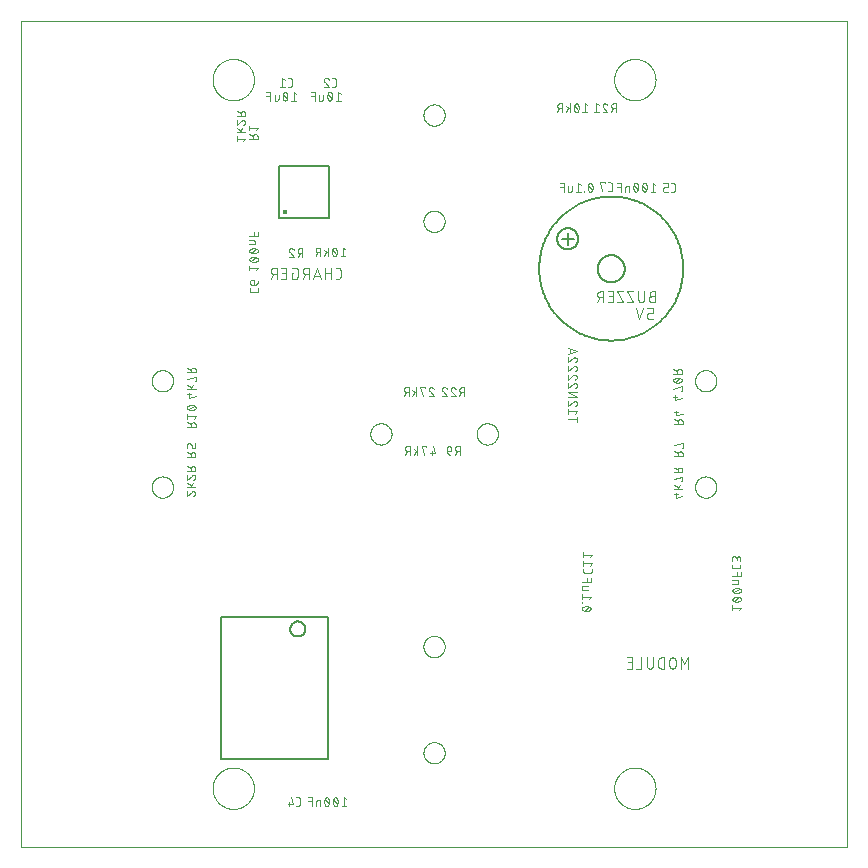
<source format=gbr>
G04 EAGLE Gerber RS-274X export*
G75*
%MOMM*%
%FSLAX34Y34*%
%LPD*%
%INSilkscreen Bottom*%
%IPPOS*%
%AMOC8*
5,1,8,0,0,1.08239X$1,22.5*%
G01*
%ADD10C,0.000000*%
%ADD11C,0.152400*%
%ADD12C,0.101600*%
%ADD13C,0.076200*%
%ADD14C,0.127000*%
%ADD15C,0.447213*%


D10*
X0Y0D02*
X700000Y0D01*
X700000Y700000D01*
X0Y700000D01*
X0Y0D01*
X502500Y650000D02*
X502505Y650429D01*
X502521Y650859D01*
X502547Y651287D01*
X502584Y651715D01*
X502632Y652142D01*
X502689Y652568D01*
X502758Y652992D01*
X502836Y653414D01*
X502925Y653834D01*
X503024Y654252D01*
X503134Y654667D01*
X503254Y655080D01*
X503383Y655489D01*
X503523Y655896D01*
X503673Y656298D01*
X503832Y656697D01*
X504001Y657092D01*
X504180Y657482D01*
X504369Y657868D01*
X504566Y658249D01*
X504773Y658626D01*
X504990Y658997D01*
X505215Y659362D01*
X505449Y659722D01*
X505692Y660077D01*
X505944Y660425D01*
X506204Y660767D01*
X506472Y661102D01*
X506749Y661431D01*
X507033Y661752D01*
X507326Y662067D01*
X507626Y662374D01*
X507933Y662674D01*
X508248Y662967D01*
X508569Y663251D01*
X508898Y663528D01*
X509233Y663796D01*
X509575Y664056D01*
X509923Y664308D01*
X510278Y664551D01*
X510638Y664785D01*
X511003Y665010D01*
X511374Y665227D01*
X511751Y665434D01*
X512132Y665631D01*
X512518Y665820D01*
X512908Y665999D01*
X513303Y666168D01*
X513702Y666327D01*
X514104Y666477D01*
X514511Y666617D01*
X514920Y666746D01*
X515333Y666866D01*
X515748Y666976D01*
X516166Y667075D01*
X516586Y667164D01*
X517008Y667242D01*
X517432Y667311D01*
X517858Y667368D01*
X518285Y667416D01*
X518713Y667453D01*
X519141Y667479D01*
X519571Y667495D01*
X520000Y667500D01*
X520429Y667495D01*
X520859Y667479D01*
X521287Y667453D01*
X521715Y667416D01*
X522142Y667368D01*
X522568Y667311D01*
X522992Y667242D01*
X523414Y667164D01*
X523834Y667075D01*
X524252Y666976D01*
X524667Y666866D01*
X525080Y666746D01*
X525489Y666617D01*
X525896Y666477D01*
X526298Y666327D01*
X526697Y666168D01*
X527092Y665999D01*
X527482Y665820D01*
X527868Y665631D01*
X528249Y665434D01*
X528626Y665227D01*
X528997Y665010D01*
X529362Y664785D01*
X529722Y664551D01*
X530077Y664308D01*
X530425Y664056D01*
X530767Y663796D01*
X531102Y663528D01*
X531431Y663251D01*
X531752Y662967D01*
X532067Y662674D01*
X532374Y662374D01*
X532674Y662067D01*
X532967Y661752D01*
X533251Y661431D01*
X533528Y661102D01*
X533796Y660767D01*
X534056Y660425D01*
X534308Y660077D01*
X534551Y659722D01*
X534785Y659362D01*
X535010Y658997D01*
X535227Y658626D01*
X535434Y658249D01*
X535631Y657868D01*
X535820Y657482D01*
X535999Y657092D01*
X536168Y656697D01*
X536327Y656298D01*
X536477Y655896D01*
X536617Y655489D01*
X536746Y655080D01*
X536866Y654667D01*
X536976Y654252D01*
X537075Y653834D01*
X537164Y653414D01*
X537242Y652992D01*
X537311Y652568D01*
X537368Y652142D01*
X537416Y651715D01*
X537453Y651287D01*
X537479Y650859D01*
X537495Y650429D01*
X537500Y650000D01*
X537495Y649571D01*
X537479Y649141D01*
X537453Y648713D01*
X537416Y648285D01*
X537368Y647858D01*
X537311Y647432D01*
X537242Y647008D01*
X537164Y646586D01*
X537075Y646166D01*
X536976Y645748D01*
X536866Y645333D01*
X536746Y644920D01*
X536617Y644511D01*
X536477Y644104D01*
X536327Y643702D01*
X536168Y643303D01*
X535999Y642908D01*
X535820Y642518D01*
X535631Y642132D01*
X535434Y641751D01*
X535227Y641374D01*
X535010Y641003D01*
X534785Y640638D01*
X534551Y640278D01*
X534308Y639923D01*
X534056Y639575D01*
X533796Y639233D01*
X533528Y638898D01*
X533251Y638569D01*
X532967Y638248D01*
X532674Y637933D01*
X532374Y637626D01*
X532067Y637326D01*
X531752Y637033D01*
X531431Y636749D01*
X531102Y636472D01*
X530767Y636204D01*
X530425Y635944D01*
X530077Y635692D01*
X529722Y635449D01*
X529362Y635215D01*
X528997Y634990D01*
X528626Y634773D01*
X528249Y634566D01*
X527868Y634369D01*
X527482Y634180D01*
X527092Y634001D01*
X526697Y633832D01*
X526298Y633673D01*
X525896Y633523D01*
X525489Y633383D01*
X525080Y633254D01*
X524667Y633134D01*
X524252Y633024D01*
X523834Y632925D01*
X523414Y632836D01*
X522992Y632758D01*
X522568Y632689D01*
X522142Y632632D01*
X521715Y632584D01*
X521287Y632547D01*
X520859Y632521D01*
X520429Y632505D01*
X520000Y632500D01*
X519571Y632505D01*
X519141Y632521D01*
X518713Y632547D01*
X518285Y632584D01*
X517858Y632632D01*
X517432Y632689D01*
X517008Y632758D01*
X516586Y632836D01*
X516166Y632925D01*
X515748Y633024D01*
X515333Y633134D01*
X514920Y633254D01*
X514511Y633383D01*
X514104Y633523D01*
X513702Y633673D01*
X513303Y633832D01*
X512908Y634001D01*
X512518Y634180D01*
X512132Y634369D01*
X511751Y634566D01*
X511374Y634773D01*
X511003Y634990D01*
X510638Y635215D01*
X510278Y635449D01*
X509923Y635692D01*
X509575Y635944D01*
X509233Y636204D01*
X508898Y636472D01*
X508569Y636749D01*
X508248Y637033D01*
X507933Y637326D01*
X507626Y637626D01*
X507326Y637933D01*
X507033Y638248D01*
X506749Y638569D01*
X506472Y638898D01*
X506204Y639233D01*
X505944Y639575D01*
X505692Y639923D01*
X505449Y640278D01*
X505215Y640638D01*
X504990Y641003D01*
X504773Y641374D01*
X504566Y641751D01*
X504369Y642132D01*
X504180Y642518D01*
X504001Y642908D01*
X503832Y643303D01*
X503673Y643702D01*
X503523Y644104D01*
X503383Y644511D01*
X503254Y644920D01*
X503134Y645333D01*
X503024Y645748D01*
X502925Y646166D01*
X502836Y646586D01*
X502758Y647008D01*
X502689Y647432D01*
X502632Y647858D01*
X502584Y648285D01*
X502547Y648713D01*
X502521Y649141D01*
X502505Y649571D01*
X502500Y650000D01*
X162500Y650000D02*
X162505Y650429D01*
X162521Y650859D01*
X162547Y651287D01*
X162584Y651715D01*
X162632Y652142D01*
X162689Y652568D01*
X162758Y652992D01*
X162836Y653414D01*
X162925Y653834D01*
X163024Y654252D01*
X163134Y654667D01*
X163254Y655080D01*
X163383Y655489D01*
X163523Y655896D01*
X163673Y656298D01*
X163832Y656697D01*
X164001Y657092D01*
X164180Y657482D01*
X164369Y657868D01*
X164566Y658249D01*
X164773Y658626D01*
X164990Y658997D01*
X165215Y659362D01*
X165449Y659722D01*
X165692Y660077D01*
X165944Y660425D01*
X166204Y660767D01*
X166472Y661102D01*
X166749Y661431D01*
X167033Y661752D01*
X167326Y662067D01*
X167626Y662374D01*
X167933Y662674D01*
X168248Y662967D01*
X168569Y663251D01*
X168898Y663528D01*
X169233Y663796D01*
X169575Y664056D01*
X169923Y664308D01*
X170278Y664551D01*
X170638Y664785D01*
X171003Y665010D01*
X171374Y665227D01*
X171751Y665434D01*
X172132Y665631D01*
X172518Y665820D01*
X172908Y665999D01*
X173303Y666168D01*
X173702Y666327D01*
X174104Y666477D01*
X174511Y666617D01*
X174920Y666746D01*
X175333Y666866D01*
X175748Y666976D01*
X176166Y667075D01*
X176586Y667164D01*
X177008Y667242D01*
X177432Y667311D01*
X177858Y667368D01*
X178285Y667416D01*
X178713Y667453D01*
X179141Y667479D01*
X179571Y667495D01*
X180000Y667500D01*
X180429Y667495D01*
X180859Y667479D01*
X181287Y667453D01*
X181715Y667416D01*
X182142Y667368D01*
X182568Y667311D01*
X182992Y667242D01*
X183414Y667164D01*
X183834Y667075D01*
X184252Y666976D01*
X184667Y666866D01*
X185080Y666746D01*
X185489Y666617D01*
X185896Y666477D01*
X186298Y666327D01*
X186697Y666168D01*
X187092Y665999D01*
X187482Y665820D01*
X187868Y665631D01*
X188249Y665434D01*
X188626Y665227D01*
X188997Y665010D01*
X189362Y664785D01*
X189722Y664551D01*
X190077Y664308D01*
X190425Y664056D01*
X190767Y663796D01*
X191102Y663528D01*
X191431Y663251D01*
X191752Y662967D01*
X192067Y662674D01*
X192374Y662374D01*
X192674Y662067D01*
X192967Y661752D01*
X193251Y661431D01*
X193528Y661102D01*
X193796Y660767D01*
X194056Y660425D01*
X194308Y660077D01*
X194551Y659722D01*
X194785Y659362D01*
X195010Y658997D01*
X195227Y658626D01*
X195434Y658249D01*
X195631Y657868D01*
X195820Y657482D01*
X195999Y657092D01*
X196168Y656697D01*
X196327Y656298D01*
X196477Y655896D01*
X196617Y655489D01*
X196746Y655080D01*
X196866Y654667D01*
X196976Y654252D01*
X197075Y653834D01*
X197164Y653414D01*
X197242Y652992D01*
X197311Y652568D01*
X197368Y652142D01*
X197416Y651715D01*
X197453Y651287D01*
X197479Y650859D01*
X197495Y650429D01*
X197500Y650000D01*
X197495Y649571D01*
X197479Y649141D01*
X197453Y648713D01*
X197416Y648285D01*
X197368Y647858D01*
X197311Y647432D01*
X197242Y647008D01*
X197164Y646586D01*
X197075Y646166D01*
X196976Y645748D01*
X196866Y645333D01*
X196746Y644920D01*
X196617Y644511D01*
X196477Y644104D01*
X196327Y643702D01*
X196168Y643303D01*
X195999Y642908D01*
X195820Y642518D01*
X195631Y642132D01*
X195434Y641751D01*
X195227Y641374D01*
X195010Y641003D01*
X194785Y640638D01*
X194551Y640278D01*
X194308Y639923D01*
X194056Y639575D01*
X193796Y639233D01*
X193528Y638898D01*
X193251Y638569D01*
X192967Y638248D01*
X192674Y637933D01*
X192374Y637626D01*
X192067Y637326D01*
X191752Y637033D01*
X191431Y636749D01*
X191102Y636472D01*
X190767Y636204D01*
X190425Y635944D01*
X190077Y635692D01*
X189722Y635449D01*
X189362Y635215D01*
X188997Y634990D01*
X188626Y634773D01*
X188249Y634566D01*
X187868Y634369D01*
X187482Y634180D01*
X187092Y634001D01*
X186697Y633832D01*
X186298Y633673D01*
X185896Y633523D01*
X185489Y633383D01*
X185080Y633254D01*
X184667Y633134D01*
X184252Y633024D01*
X183834Y632925D01*
X183414Y632836D01*
X182992Y632758D01*
X182568Y632689D01*
X182142Y632632D01*
X181715Y632584D01*
X181287Y632547D01*
X180859Y632521D01*
X180429Y632505D01*
X180000Y632500D01*
X179571Y632505D01*
X179141Y632521D01*
X178713Y632547D01*
X178285Y632584D01*
X177858Y632632D01*
X177432Y632689D01*
X177008Y632758D01*
X176586Y632836D01*
X176166Y632925D01*
X175748Y633024D01*
X175333Y633134D01*
X174920Y633254D01*
X174511Y633383D01*
X174104Y633523D01*
X173702Y633673D01*
X173303Y633832D01*
X172908Y634001D01*
X172518Y634180D01*
X172132Y634369D01*
X171751Y634566D01*
X171374Y634773D01*
X171003Y634990D01*
X170638Y635215D01*
X170278Y635449D01*
X169923Y635692D01*
X169575Y635944D01*
X169233Y636204D01*
X168898Y636472D01*
X168569Y636749D01*
X168248Y637033D01*
X167933Y637326D01*
X167626Y637626D01*
X167326Y637933D01*
X167033Y638248D01*
X166749Y638569D01*
X166472Y638898D01*
X166204Y639233D01*
X165944Y639575D01*
X165692Y639923D01*
X165449Y640278D01*
X165215Y640638D01*
X164990Y641003D01*
X164773Y641374D01*
X164566Y641751D01*
X164369Y642132D01*
X164180Y642518D01*
X164001Y642908D01*
X163832Y643303D01*
X163673Y643702D01*
X163523Y644104D01*
X163383Y644511D01*
X163254Y644920D01*
X163134Y645333D01*
X163024Y645748D01*
X162925Y646166D01*
X162836Y646586D01*
X162758Y647008D01*
X162689Y647432D01*
X162632Y647858D01*
X162584Y648285D01*
X162547Y648713D01*
X162521Y649141D01*
X162505Y649571D01*
X162500Y650000D01*
X502500Y50000D02*
X502505Y50429D01*
X502521Y50859D01*
X502547Y51287D01*
X502584Y51715D01*
X502632Y52142D01*
X502689Y52568D01*
X502758Y52992D01*
X502836Y53414D01*
X502925Y53834D01*
X503024Y54252D01*
X503134Y54667D01*
X503254Y55080D01*
X503383Y55489D01*
X503523Y55896D01*
X503673Y56298D01*
X503832Y56697D01*
X504001Y57092D01*
X504180Y57482D01*
X504369Y57868D01*
X504566Y58249D01*
X504773Y58626D01*
X504990Y58997D01*
X505215Y59362D01*
X505449Y59722D01*
X505692Y60077D01*
X505944Y60425D01*
X506204Y60767D01*
X506472Y61102D01*
X506749Y61431D01*
X507033Y61752D01*
X507326Y62067D01*
X507626Y62374D01*
X507933Y62674D01*
X508248Y62967D01*
X508569Y63251D01*
X508898Y63528D01*
X509233Y63796D01*
X509575Y64056D01*
X509923Y64308D01*
X510278Y64551D01*
X510638Y64785D01*
X511003Y65010D01*
X511374Y65227D01*
X511751Y65434D01*
X512132Y65631D01*
X512518Y65820D01*
X512908Y65999D01*
X513303Y66168D01*
X513702Y66327D01*
X514104Y66477D01*
X514511Y66617D01*
X514920Y66746D01*
X515333Y66866D01*
X515748Y66976D01*
X516166Y67075D01*
X516586Y67164D01*
X517008Y67242D01*
X517432Y67311D01*
X517858Y67368D01*
X518285Y67416D01*
X518713Y67453D01*
X519141Y67479D01*
X519571Y67495D01*
X520000Y67500D01*
X520429Y67495D01*
X520859Y67479D01*
X521287Y67453D01*
X521715Y67416D01*
X522142Y67368D01*
X522568Y67311D01*
X522992Y67242D01*
X523414Y67164D01*
X523834Y67075D01*
X524252Y66976D01*
X524667Y66866D01*
X525080Y66746D01*
X525489Y66617D01*
X525896Y66477D01*
X526298Y66327D01*
X526697Y66168D01*
X527092Y65999D01*
X527482Y65820D01*
X527868Y65631D01*
X528249Y65434D01*
X528626Y65227D01*
X528997Y65010D01*
X529362Y64785D01*
X529722Y64551D01*
X530077Y64308D01*
X530425Y64056D01*
X530767Y63796D01*
X531102Y63528D01*
X531431Y63251D01*
X531752Y62967D01*
X532067Y62674D01*
X532374Y62374D01*
X532674Y62067D01*
X532967Y61752D01*
X533251Y61431D01*
X533528Y61102D01*
X533796Y60767D01*
X534056Y60425D01*
X534308Y60077D01*
X534551Y59722D01*
X534785Y59362D01*
X535010Y58997D01*
X535227Y58626D01*
X535434Y58249D01*
X535631Y57868D01*
X535820Y57482D01*
X535999Y57092D01*
X536168Y56697D01*
X536327Y56298D01*
X536477Y55896D01*
X536617Y55489D01*
X536746Y55080D01*
X536866Y54667D01*
X536976Y54252D01*
X537075Y53834D01*
X537164Y53414D01*
X537242Y52992D01*
X537311Y52568D01*
X537368Y52142D01*
X537416Y51715D01*
X537453Y51287D01*
X537479Y50859D01*
X537495Y50429D01*
X537500Y50000D01*
X537495Y49571D01*
X537479Y49141D01*
X537453Y48713D01*
X537416Y48285D01*
X537368Y47858D01*
X537311Y47432D01*
X537242Y47008D01*
X537164Y46586D01*
X537075Y46166D01*
X536976Y45748D01*
X536866Y45333D01*
X536746Y44920D01*
X536617Y44511D01*
X536477Y44104D01*
X536327Y43702D01*
X536168Y43303D01*
X535999Y42908D01*
X535820Y42518D01*
X535631Y42132D01*
X535434Y41751D01*
X535227Y41374D01*
X535010Y41003D01*
X534785Y40638D01*
X534551Y40278D01*
X534308Y39923D01*
X534056Y39575D01*
X533796Y39233D01*
X533528Y38898D01*
X533251Y38569D01*
X532967Y38248D01*
X532674Y37933D01*
X532374Y37626D01*
X532067Y37326D01*
X531752Y37033D01*
X531431Y36749D01*
X531102Y36472D01*
X530767Y36204D01*
X530425Y35944D01*
X530077Y35692D01*
X529722Y35449D01*
X529362Y35215D01*
X528997Y34990D01*
X528626Y34773D01*
X528249Y34566D01*
X527868Y34369D01*
X527482Y34180D01*
X527092Y34001D01*
X526697Y33832D01*
X526298Y33673D01*
X525896Y33523D01*
X525489Y33383D01*
X525080Y33254D01*
X524667Y33134D01*
X524252Y33024D01*
X523834Y32925D01*
X523414Y32836D01*
X522992Y32758D01*
X522568Y32689D01*
X522142Y32632D01*
X521715Y32584D01*
X521287Y32547D01*
X520859Y32521D01*
X520429Y32505D01*
X520000Y32500D01*
X519571Y32505D01*
X519141Y32521D01*
X518713Y32547D01*
X518285Y32584D01*
X517858Y32632D01*
X517432Y32689D01*
X517008Y32758D01*
X516586Y32836D01*
X516166Y32925D01*
X515748Y33024D01*
X515333Y33134D01*
X514920Y33254D01*
X514511Y33383D01*
X514104Y33523D01*
X513702Y33673D01*
X513303Y33832D01*
X512908Y34001D01*
X512518Y34180D01*
X512132Y34369D01*
X511751Y34566D01*
X511374Y34773D01*
X511003Y34990D01*
X510638Y35215D01*
X510278Y35449D01*
X509923Y35692D01*
X509575Y35944D01*
X509233Y36204D01*
X508898Y36472D01*
X508569Y36749D01*
X508248Y37033D01*
X507933Y37326D01*
X507626Y37626D01*
X507326Y37933D01*
X507033Y38248D01*
X506749Y38569D01*
X506472Y38898D01*
X506204Y39233D01*
X505944Y39575D01*
X505692Y39923D01*
X505449Y40278D01*
X505215Y40638D01*
X504990Y41003D01*
X504773Y41374D01*
X504566Y41751D01*
X504369Y42132D01*
X504180Y42518D01*
X504001Y42908D01*
X503832Y43303D01*
X503673Y43702D01*
X503523Y44104D01*
X503383Y44511D01*
X503254Y44920D01*
X503134Y45333D01*
X503024Y45748D01*
X502925Y46166D01*
X502836Y46586D01*
X502758Y47008D01*
X502689Y47432D01*
X502632Y47858D01*
X502584Y48285D01*
X502547Y48713D01*
X502521Y49141D01*
X502505Y49571D01*
X502500Y50000D01*
X162500Y50000D02*
X162505Y50429D01*
X162521Y50859D01*
X162547Y51287D01*
X162584Y51715D01*
X162632Y52142D01*
X162689Y52568D01*
X162758Y52992D01*
X162836Y53414D01*
X162925Y53834D01*
X163024Y54252D01*
X163134Y54667D01*
X163254Y55080D01*
X163383Y55489D01*
X163523Y55896D01*
X163673Y56298D01*
X163832Y56697D01*
X164001Y57092D01*
X164180Y57482D01*
X164369Y57868D01*
X164566Y58249D01*
X164773Y58626D01*
X164990Y58997D01*
X165215Y59362D01*
X165449Y59722D01*
X165692Y60077D01*
X165944Y60425D01*
X166204Y60767D01*
X166472Y61102D01*
X166749Y61431D01*
X167033Y61752D01*
X167326Y62067D01*
X167626Y62374D01*
X167933Y62674D01*
X168248Y62967D01*
X168569Y63251D01*
X168898Y63528D01*
X169233Y63796D01*
X169575Y64056D01*
X169923Y64308D01*
X170278Y64551D01*
X170638Y64785D01*
X171003Y65010D01*
X171374Y65227D01*
X171751Y65434D01*
X172132Y65631D01*
X172518Y65820D01*
X172908Y65999D01*
X173303Y66168D01*
X173702Y66327D01*
X174104Y66477D01*
X174511Y66617D01*
X174920Y66746D01*
X175333Y66866D01*
X175748Y66976D01*
X176166Y67075D01*
X176586Y67164D01*
X177008Y67242D01*
X177432Y67311D01*
X177858Y67368D01*
X178285Y67416D01*
X178713Y67453D01*
X179141Y67479D01*
X179571Y67495D01*
X180000Y67500D01*
X180429Y67495D01*
X180859Y67479D01*
X181287Y67453D01*
X181715Y67416D01*
X182142Y67368D01*
X182568Y67311D01*
X182992Y67242D01*
X183414Y67164D01*
X183834Y67075D01*
X184252Y66976D01*
X184667Y66866D01*
X185080Y66746D01*
X185489Y66617D01*
X185896Y66477D01*
X186298Y66327D01*
X186697Y66168D01*
X187092Y65999D01*
X187482Y65820D01*
X187868Y65631D01*
X188249Y65434D01*
X188626Y65227D01*
X188997Y65010D01*
X189362Y64785D01*
X189722Y64551D01*
X190077Y64308D01*
X190425Y64056D01*
X190767Y63796D01*
X191102Y63528D01*
X191431Y63251D01*
X191752Y62967D01*
X192067Y62674D01*
X192374Y62374D01*
X192674Y62067D01*
X192967Y61752D01*
X193251Y61431D01*
X193528Y61102D01*
X193796Y60767D01*
X194056Y60425D01*
X194308Y60077D01*
X194551Y59722D01*
X194785Y59362D01*
X195010Y58997D01*
X195227Y58626D01*
X195434Y58249D01*
X195631Y57868D01*
X195820Y57482D01*
X195999Y57092D01*
X196168Y56697D01*
X196327Y56298D01*
X196477Y55896D01*
X196617Y55489D01*
X196746Y55080D01*
X196866Y54667D01*
X196976Y54252D01*
X197075Y53834D01*
X197164Y53414D01*
X197242Y52992D01*
X197311Y52568D01*
X197368Y52142D01*
X197416Y51715D01*
X197453Y51287D01*
X197479Y50859D01*
X197495Y50429D01*
X197500Y50000D01*
X197495Y49571D01*
X197479Y49141D01*
X197453Y48713D01*
X197416Y48285D01*
X197368Y47858D01*
X197311Y47432D01*
X197242Y47008D01*
X197164Y46586D01*
X197075Y46166D01*
X196976Y45748D01*
X196866Y45333D01*
X196746Y44920D01*
X196617Y44511D01*
X196477Y44104D01*
X196327Y43702D01*
X196168Y43303D01*
X195999Y42908D01*
X195820Y42518D01*
X195631Y42132D01*
X195434Y41751D01*
X195227Y41374D01*
X195010Y41003D01*
X194785Y40638D01*
X194551Y40278D01*
X194308Y39923D01*
X194056Y39575D01*
X193796Y39233D01*
X193528Y38898D01*
X193251Y38569D01*
X192967Y38248D01*
X192674Y37933D01*
X192374Y37626D01*
X192067Y37326D01*
X191752Y37033D01*
X191431Y36749D01*
X191102Y36472D01*
X190767Y36204D01*
X190425Y35944D01*
X190077Y35692D01*
X189722Y35449D01*
X189362Y35215D01*
X188997Y34990D01*
X188626Y34773D01*
X188249Y34566D01*
X187868Y34369D01*
X187482Y34180D01*
X187092Y34001D01*
X186697Y33832D01*
X186298Y33673D01*
X185896Y33523D01*
X185489Y33383D01*
X185080Y33254D01*
X184667Y33134D01*
X184252Y33024D01*
X183834Y32925D01*
X183414Y32836D01*
X182992Y32758D01*
X182568Y32689D01*
X182142Y32632D01*
X181715Y32584D01*
X181287Y32547D01*
X180859Y32521D01*
X180429Y32505D01*
X180000Y32500D01*
X179571Y32505D01*
X179141Y32521D01*
X178713Y32547D01*
X178285Y32584D01*
X177858Y32632D01*
X177432Y32689D01*
X177008Y32758D01*
X176586Y32836D01*
X176166Y32925D01*
X175748Y33024D01*
X175333Y33134D01*
X174920Y33254D01*
X174511Y33383D01*
X174104Y33523D01*
X173702Y33673D01*
X173303Y33832D01*
X172908Y34001D01*
X172518Y34180D01*
X172132Y34369D01*
X171751Y34566D01*
X171374Y34773D01*
X171003Y34990D01*
X170638Y35215D01*
X170278Y35449D01*
X169923Y35692D01*
X169575Y35944D01*
X169233Y36204D01*
X168898Y36472D01*
X168569Y36749D01*
X168248Y37033D01*
X167933Y37326D01*
X167626Y37626D01*
X167326Y37933D01*
X167033Y38248D01*
X166749Y38569D01*
X166472Y38898D01*
X166204Y39233D01*
X165944Y39575D01*
X165692Y39923D01*
X165449Y40278D01*
X165215Y40638D01*
X164990Y41003D01*
X164773Y41374D01*
X164566Y41751D01*
X164369Y42132D01*
X164180Y42518D01*
X164001Y42908D01*
X163832Y43303D01*
X163673Y43702D01*
X163523Y44104D01*
X163383Y44511D01*
X163254Y44920D01*
X163134Y45333D01*
X163024Y45748D01*
X162925Y46166D01*
X162836Y46586D01*
X162758Y47008D01*
X162689Y47432D01*
X162632Y47858D01*
X162584Y48285D01*
X162547Y48713D01*
X162521Y49141D01*
X162505Y49571D01*
X162500Y50000D01*
D11*
X458090Y515400D02*
X468250Y515400D01*
X463170Y510320D02*
X463170Y520480D01*
X439040Y490000D02*
X439058Y491496D01*
X439113Y492991D01*
X439205Y494484D01*
X439334Y495975D01*
X439498Y497462D01*
X439700Y498945D01*
X439937Y500422D01*
X440211Y501893D01*
X440521Y503356D01*
X440867Y504812D01*
X441248Y506259D01*
X441665Y507696D01*
X442117Y509122D01*
X442603Y510537D01*
X443125Y511939D01*
X443680Y513328D01*
X444270Y514704D01*
X444893Y516064D01*
X445549Y517408D01*
X446238Y518736D01*
X446959Y520047D01*
X447713Y521340D01*
X448498Y522613D01*
X449314Y523868D01*
X450160Y525101D01*
X451036Y526314D01*
X451942Y527505D01*
X452877Y528673D01*
X453841Y529817D01*
X454832Y530938D01*
X455850Y532034D01*
X456895Y533105D01*
X457966Y534150D01*
X459062Y535168D01*
X460183Y536159D01*
X461327Y537123D01*
X462495Y538058D01*
X463686Y538964D01*
X464899Y539840D01*
X466132Y540686D01*
X467387Y541502D01*
X468660Y542287D01*
X469953Y543041D01*
X471264Y543762D01*
X472592Y544451D01*
X473936Y545107D01*
X475296Y545730D01*
X476672Y546320D01*
X478061Y546875D01*
X479463Y547397D01*
X480878Y547883D01*
X482304Y548335D01*
X483741Y548752D01*
X485188Y549133D01*
X486644Y549479D01*
X488107Y549789D01*
X489578Y550063D01*
X491055Y550300D01*
X492538Y550502D01*
X494025Y550666D01*
X495516Y550795D01*
X497009Y550887D01*
X498504Y550942D01*
X500000Y550960D01*
X501496Y550942D01*
X502991Y550887D01*
X504484Y550795D01*
X505975Y550666D01*
X507462Y550502D01*
X508945Y550300D01*
X510422Y550063D01*
X511893Y549789D01*
X513356Y549479D01*
X514812Y549133D01*
X516259Y548752D01*
X517696Y548335D01*
X519122Y547883D01*
X520537Y547397D01*
X521939Y546875D01*
X523328Y546320D01*
X524704Y545730D01*
X526064Y545107D01*
X527408Y544451D01*
X528736Y543762D01*
X530047Y543041D01*
X531340Y542287D01*
X532613Y541502D01*
X533868Y540686D01*
X535101Y539840D01*
X536314Y538964D01*
X537505Y538058D01*
X538673Y537123D01*
X539817Y536159D01*
X540938Y535168D01*
X542034Y534150D01*
X543105Y533105D01*
X544150Y532034D01*
X545168Y530938D01*
X546159Y529817D01*
X547123Y528673D01*
X548058Y527505D01*
X548964Y526314D01*
X549840Y525101D01*
X550686Y523868D01*
X551502Y522613D01*
X552287Y521340D01*
X553041Y520047D01*
X553762Y518736D01*
X554451Y517408D01*
X555107Y516064D01*
X555730Y514704D01*
X556320Y513328D01*
X556875Y511939D01*
X557397Y510537D01*
X557883Y509122D01*
X558335Y507696D01*
X558752Y506259D01*
X559133Y504812D01*
X559479Y503356D01*
X559789Y501893D01*
X560063Y500422D01*
X560300Y498945D01*
X560502Y497462D01*
X560666Y495975D01*
X560795Y494484D01*
X560887Y492991D01*
X560942Y491496D01*
X560960Y490000D01*
X560942Y488504D01*
X560887Y487009D01*
X560795Y485516D01*
X560666Y484025D01*
X560502Y482538D01*
X560300Y481055D01*
X560063Y479578D01*
X559789Y478107D01*
X559479Y476644D01*
X559133Y475188D01*
X558752Y473741D01*
X558335Y472304D01*
X557883Y470878D01*
X557397Y469463D01*
X556875Y468061D01*
X556320Y466672D01*
X555730Y465296D01*
X555107Y463936D01*
X554451Y462592D01*
X553762Y461264D01*
X553041Y459953D01*
X552287Y458660D01*
X551502Y457387D01*
X550686Y456132D01*
X549840Y454899D01*
X548964Y453686D01*
X548058Y452495D01*
X547123Y451327D01*
X546159Y450183D01*
X545168Y449062D01*
X544150Y447966D01*
X543105Y446895D01*
X542034Y445850D01*
X540938Y444832D01*
X539817Y443841D01*
X538673Y442877D01*
X537505Y441942D01*
X536314Y441036D01*
X535101Y440160D01*
X533868Y439314D01*
X532613Y438498D01*
X531340Y437713D01*
X530047Y436959D01*
X528736Y436238D01*
X527408Y435549D01*
X526064Y434893D01*
X524704Y434270D01*
X523328Y433680D01*
X521939Y433125D01*
X520537Y432603D01*
X519122Y432117D01*
X517696Y431665D01*
X516259Y431248D01*
X514812Y430867D01*
X513356Y430521D01*
X511893Y430211D01*
X510422Y429937D01*
X508945Y429700D01*
X507462Y429498D01*
X505975Y429334D01*
X504484Y429205D01*
X502991Y429113D01*
X501496Y429058D01*
X500000Y429040D01*
X498504Y429058D01*
X497009Y429113D01*
X495516Y429205D01*
X494025Y429334D01*
X492538Y429498D01*
X491055Y429700D01*
X489578Y429937D01*
X488107Y430211D01*
X486644Y430521D01*
X485188Y430867D01*
X483741Y431248D01*
X482304Y431665D01*
X480878Y432117D01*
X479463Y432603D01*
X478061Y433125D01*
X476672Y433680D01*
X475296Y434270D01*
X473936Y434893D01*
X472592Y435549D01*
X471264Y436238D01*
X469953Y436959D01*
X468660Y437713D01*
X467387Y438498D01*
X466132Y439314D01*
X464899Y440160D01*
X463686Y441036D01*
X462495Y441942D01*
X461327Y442877D01*
X460183Y443841D01*
X459062Y444832D01*
X457966Y445850D01*
X456895Y446895D01*
X455850Y447966D01*
X454832Y449062D01*
X453841Y450183D01*
X452877Y451327D01*
X451942Y452495D01*
X451036Y453686D01*
X450160Y454899D01*
X449314Y456132D01*
X448498Y457387D01*
X447713Y458660D01*
X446959Y459953D01*
X446238Y461264D01*
X445549Y462592D01*
X444893Y463936D01*
X444270Y465296D01*
X443680Y466672D01*
X443125Y468061D01*
X442603Y469463D01*
X442117Y470878D01*
X441665Y472304D01*
X441248Y473741D01*
X440867Y475188D01*
X440521Y476644D01*
X440211Y478107D01*
X439937Y479578D01*
X439700Y481055D01*
X439498Y482538D01*
X439334Y484025D01*
X439205Y485516D01*
X439113Y487009D01*
X439058Y488504D01*
X439040Y490000D01*
X488570Y490000D02*
X488573Y490281D01*
X488584Y490561D01*
X488601Y490841D01*
X488625Y491120D01*
X488656Y491399D01*
X488694Y491677D01*
X488738Y491954D01*
X488790Y492230D01*
X488848Y492504D01*
X488913Y492777D01*
X488984Y493049D01*
X489062Y493318D01*
X489147Y493585D01*
X489238Y493851D01*
X489336Y494114D01*
X489440Y494374D01*
X489551Y494632D01*
X489667Y494887D01*
X489790Y495139D01*
X489920Y495388D01*
X490055Y495634D01*
X490196Y495876D01*
X490343Y496115D01*
X490496Y496350D01*
X490655Y496581D01*
X490819Y496809D01*
X490989Y497032D01*
X491164Y497251D01*
X491345Y497466D01*
X491531Y497676D01*
X491722Y497881D01*
X491918Y498082D01*
X492119Y498278D01*
X492324Y498469D01*
X492534Y498655D01*
X492749Y498836D01*
X492968Y499011D01*
X493191Y499181D01*
X493419Y499345D01*
X493650Y499504D01*
X493885Y499657D01*
X494124Y499804D01*
X494366Y499945D01*
X494612Y500080D01*
X494861Y500210D01*
X495113Y500333D01*
X495368Y500449D01*
X495626Y500560D01*
X495886Y500664D01*
X496149Y500762D01*
X496415Y500853D01*
X496682Y500938D01*
X496951Y501016D01*
X497223Y501087D01*
X497496Y501152D01*
X497770Y501210D01*
X498046Y501262D01*
X498323Y501306D01*
X498601Y501344D01*
X498880Y501375D01*
X499159Y501399D01*
X499439Y501416D01*
X499719Y501427D01*
X500000Y501430D01*
X500281Y501427D01*
X500561Y501416D01*
X500841Y501399D01*
X501120Y501375D01*
X501399Y501344D01*
X501677Y501306D01*
X501954Y501262D01*
X502230Y501210D01*
X502504Y501152D01*
X502777Y501087D01*
X503049Y501016D01*
X503318Y500938D01*
X503585Y500853D01*
X503851Y500762D01*
X504114Y500664D01*
X504374Y500560D01*
X504632Y500449D01*
X504887Y500333D01*
X505139Y500210D01*
X505388Y500080D01*
X505634Y499945D01*
X505876Y499804D01*
X506115Y499657D01*
X506350Y499504D01*
X506581Y499345D01*
X506809Y499181D01*
X507032Y499011D01*
X507251Y498836D01*
X507466Y498655D01*
X507676Y498469D01*
X507881Y498278D01*
X508082Y498082D01*
X508278Y497881D01*
X508469Y497676D01*
X508655Y497466D01*
X508836Y497251D01*
X509011Y497032D01*
X509181Y496809D01*
X509345Y496581D01*
X509504Y496350D01*
X509657Y496115D01*
X509804Y495876D01*
X509945Y495634D01*
X510080Y495388D01*
X510210Y495139D01*
X510333Y494887D01*
X510449Y494632D01*
X510560Y494374D01*
X510664Y494114D01*
X510762Y493851D01*
X510853Y493585D01*
X510938Y493318D01*
X511016Y493049D01*
X511087Y492777D01*
X511152Y492504D01*
X511210Y492230D01*
X511262Y491954D01*
X511306Y491677D01*
X511344Y491399D01*
X511375Y491120D01*
X511399Y490841D01*
X511416Y490561D01*
X511427Y490281D01*
X511430Y490000D01*
X511427Y489719D01*
X511416Y489439D01*
X511399Y489159D01*
X511375Y488880D01*
X511344Y488601D01*
X511306Y488323D01*
X511262Y488046D01*
X511210Y487770D01*
X511152Y487496D01*
X511087Y487223D01*
X511016Y486951D01*
X510938Y486682D01*
X510853Y486415D01*
X510762Y486149D01*
X510664Y485886D01*
X510560Y485626D01*
X510449Y485368D01*
X510333Y485113D01*
X510210Y484861D01*
X510080Y484612D01*
X509945Y484366D01*
X509804Y484124D01*
X509657Y483885D01*
X509504Y483650D01*
X509345Y483419D01*
X509181Y483191D01*
X509011Y482968D01*
X508836Y482749D01*
X508655Y482534D01*
X508469Y482324D01*
X508278Y482119D01*
X508082Y481918D01*
X507881Y481722D01*
X507676Y481531D01*
X507466Y481345D01*
X507251Y481164D01*
X507032Y480989D01*
X506809Y480819D01*
X506581Y480655D01*
X506350Y480496D01*
X506115Y480343D01*
X505876Y480196D01*
X505634Y480055D01*
X505388Y479920D01*
X505139Y479790D01*
X504887Y479667D01*
X504632Y479551D01*
X504374Y479440D01*
X504114Y479336D01*
X503851Y479238D01*
X503585Y479147D01*
X503318Y479062D01*
X503049Y478984D01*
X502777Y478913D01*
X502504Y478848D01*
X502230Y478790D01*
X501954Y478738D01*
X501677Y478694D01*
X501399Y478656D01*
X501120Y478625D01*
X500841Y478601D01*
X500561Y478584D01*
X500281Y478573D01*
X500000Y478570D01*
X499719Y478573D01*
X499439Y478584D01*
X499159Y478601D01*
X498880Y478625D01*
X498601Y478656D01*
X498323Y478694D01*
X498046Y478738D01*
X497770Y478790D01*
X497496Y478848D01*
X497223Y478913D01*
X496951Y478984D01*
X496682Y479062D01*
X496415Y479147D01*
X496149Y479238D01*
X495886Y479336D01*
X495626Y479440D01*
X495368Y479551D01*
X495113Y479667D01*
X494861Y479790D01*
X494612Y479920D01*
X494366Y480055D01*
X494124Y480196D01*
X493885Y480343D01*
X493650Y480496D01*
X493419Y480655D01*
X493191Y480819D01*
X492968Y480989D01*
X492749Y481164D01*
X492534Y481345D01*
X492324Y481531D01*
X492119Y481722D01*
X491918Y481918D01*
X491722Y482119D01*
X491531Y482324D01*
X491345Y482534D01*
X491164Y482749D01*
X490989Y482968D01*
X490819Y483191D01*
X490655Y483419D01*
X490496Y483650D01*
X490343Y483885D01*
X490196Y484124D01*
X490055Y484366D01*
X489920Y484612D01*
X489790Y484861D01*
X489667Y485113D01*
X489551Y485368D01*
X489440Y485626D01*
X489336Y485886D01*
X489238Y486149D01*
X489147Y486415D01*
X489062Y486682D01*
X488984Y486951D01*
X488913Y487223D01*
X488848Y487496D01*
X488790Y487770D01*
X488738Y488046D01*
X488694Y488323D01*
X488656Y488601D01*
X488625Y488880D01*
X488601Y489159D01*
X488584Y489439D01*
X488573Y489719D01*
X488570Y490000D01*
X454280Y515400D02*
X454283Y515618D01*
X454291Y515836D01*
X454304Y516054D01*
X454323Y516271D01*
X454347Y516488D01*
X454376Y516704D01*
X454411Y516920D01*
X454451Y517134D01*
X454496Y517348D01*
X454546Y517560D01*
X454602Y517771D01*
X454663Y517981D01*
X454729Y518189D01*
X454800Y518395D01*
X454876Y518599D01*
X454957Y518802D01*
X455043Y519003D01*
X455134Y519201D01*
X455229Y519397D01*
X455330Y519591D01*
X455435Y519782D01*
X455545Y519970D01*
X455659Y520156D01*
X455778Y520339D01*
X455902Y520519D01*
X456029Y520696D01*
X456162Y520869D01*
X456298Y521040D01*
X456438Y521207D01*
X456583Y521370D01*
X456731Y521530D01*
X456884Y521686D01*
X457040Y521839D01*
X457200Y521987D01*
X457363Y522132D01*
X457530Y522272D01*
X457701Y522408D01*
X457874Y522541D01*
X458051Y522668D01*
X458231Y522792D01*
X458414Y522911D01*
X458600Y523025D01*
X458788Y523135D01*
X458979Y523240D01*
X459173Y523341D01*
X459369Y523436D01*
X459567Y523527D01*
X459768Y523613D01*
X459971Y523694D01*
X460175Y523770D01*
X460381Y523841D01*
X460589Y523907D01*
X460799Y523968D01*
X461010Y524024D01*
X461222Y524074D01*
X461436Y524119D01*
X461650Y524159D01*
X461866Y524194D01*
X462082Y524223D01*
X462299Y524247D01*
X462516Y524266D01*
X462734Y524279D01*
X462952Y524287D01*
X463170Y524290D01*
X463388Y524287D01*
X463606Y524279D01*
X463824Y524266D01*
X464041Y524247D01*
X464258Y524223D01*
X464474Y524194D01*
X464690Y524159D01*
X464904Y524119D01*
X465118Y524074D01*
X465330Y524024D01*
X465541Y523968D01*
X465751Y523907D01*
X465959Y523841D01*
X466165Y523770D01*
X466369Y523694D01*
X466572Y523613D01*
X466773Y523527D01*
X466971Y523436D01*
X467167Y523341D01*
X467361Y523240D01*
X467552Y523135D01*
X467740Y523025D01*
X467926Y522911D01*
X468109Y522792D01*
X468289Y522668D01*
X468466Y522541D01*
X468639Y522408D01*
X468810Y522272D01*
X468977Y522132D01*
X469140Y521987D01*
X469300Y521839D01*
X469456Y521686D01*
X469609Y521530D01*
X469757Y521370D01*
X469902Y521207D01*
X470042Y521040D01*
X470178Y520869D01*
X470311Y520696D01*
X470438Y520519D01*
X470562Y520339D01*
X470681Y520156D01*
X470795Y519970D01*
X470905Y519782D01*
X471010Y519591D01*
X471111Y519397D01*
X471206Y519201D01*
X471297Y519003D01*
X471383Y518802D01*
X471464Y518599D01*
X471540Y518395D01*
X471611Y518189D01*
X471677Y517981D01*
X471738Y517771D01*
X471794Y517560D01*
X471844Y517348D01*
X471889Y517134D01*
X471929Y516920D01*
X471964Y516704D01*
X471993Y516488D01*
X472017Y516271D01*
X472036Y516054D01*
X472049Y515836D01*
X472057Y515618D01*
X472060Y515400D01*
X472057Y515182D01*
X472049Y514964D01*
X472036Y514746D01*
X472017Y514529D01*
X471993Y514312D01*
X471964Y514096D01*
X471929Y513880D01*
X471889Y513666D01*
X471844Y513452D01*
X471794Y513240D01*
X471738Y513029D01*
X471677Y512819D01*
X471611Y512611D01*
X471540Y512405D01*
X471464Y512201D01*
X471383Y511998D01*
X471297Y511797D01*
X471206Y511599D01*
X471111Y511403D01*
X471010Y511209D01*
X470905Y511018D01*
X470795Y510830D01*
X470681Y510644D01*
X470562Y510461D01*
X470438Y510281D01*
X470311Y510104D01*
X470178Y509931D01*
X470042Y509760D01*
X469902Y509593D01*
X469757Y509430D01*
X469609Y509270D01*
X469456Y509114D01*
X469300Y508961D01*
X469140Y508813D01*
X468977Y508668D01*
X468810Y508528D01*
X468639Y508392D01*
X468466Y508259D01*
X468289Y508132D01*
X468109Y508008D01*
X467926Y507889D01*
X467740Y507775D01*
X467552Y507665D01*
X467361Y507560D01*
X467167Y507459D01*
X466971Y507364D01*
X466773Y507273D01*
X466572Y507187D01*
X466369Y507106D01*
X466165Y507030D01*
X465959Y506959D01*
X465751Y506893D01*
X465541Y506832D01*
X465330Y506776D01*
X465118Y506726D01*
X464904Y506681D01*
X464690Y506641D01*
X464474Y506606D01*
X464258Y506577D01*
X464041Y506553D01*
X463824Y506534D01*
X463606Y506521D01*
X463388Y506513D01*
X463170Y506510D01*
X462952Y506513D01*
X462734Y506521D01*
X462516Y506534D01*
X462299Y506553D01*
X462082Y506577D01*
X461866Y506606D01*
X461650Y506641D01*
X461436Y506681D01*
X461222Y506726D01*
X461010Y506776D01*
X460799Y506832D01*
X460589Y506893D01*
X460381Y506959D01*
X460175Y507030D01*
X459971Y507106D01*
X459768Y507187D01*
X459567Y507273D01*
X459369Y507364D01*
X459173Y507459D01*
X458979Y507560D01*
X458788Y507665D01*
X458600Y507775D01*
X458414Y507889D01*
X458231Y508008D01*
X458051Y508132D01*
X457874Y508259D01*
X457701Y508392D01*
X457530Y508528D01*
X457363Y508668D01*
X457200Y508813D01*
X457040Y508961D01*
X456884Y509114D01*
X456731Y509270D01*
X456583Y509430D01*
X456438Y509593D01*
X456298Y509760D01*
X456162Y509931D01*
X456029Y510104D01*
X455902Y510281D01*
X455778Y510461D01*
X455659Y510644D01*
X455545Y510830D01*
X455435Y511018D01*
X455330Y511209D01*
X455229Y511403D01*
X455134Y511599D01*
X455043Y511797D01*
X454957Y511998D01*
X454876Y512201D01*
X454800Y512405D01*
X454729Y512611D01*
X454663Y512819D01*
X454602Y513029D01*
X454546Y513240D01*
X454496Y513452D01*
X454451Y513666D01*
X454411Y513880D01*
X454376Y514096D01*
X454347Y514312D01*
X454323Y514529D01*
X454304Y514746D01*
X454291Y514964D01*
X454283Y515182D01*
X454280Y515400D01*
D12*
X534451Y466580D02*
X536991Y466580D01*
X534451Y466580D02*
X534351Y466578D01*
X534252Y466572D01*
X534152Y466562D01*
X534054Y466549D01*
X533955Y466531D01*
X533858Y466510D01*
X533762Y466485D01*
X533666Y466456D01*
X533572Y466423D01*
X533479Y466387D01*
X533388Y466347D01*
X533298Y466303D01*
X533210Y466256D01*
X533124Y466206D01*
X533040Y466152D01*
X532958Y466095D01*
X532879Y466035D01*
X532801Y465971D01*
X532727Y465905D01*
X532655Y465836D01*
X532586Y465764D01*
X532520Y465690D01*
X532456Y465612D01*
X532396Y465533D01*
X532339Y465451D01*
X532285Y465367D01*
X532235Y465281D01*
X532188Y465193D01*
X532144Y465103D01*
X532104Y465012D01*
X532068Y464919D01*
X532035Y464825D01*
X532006Y464729D01*
X531981Y464633D01*
X531960Y464536D01*
X531942Y464437D01*
X531929Y464339D01*
X531919Y464239D01*
X531913Y464140D01*
X531911Y464040D01*
X531913Y463940D01*
X531919Y463841D01*
X531929Y463741D01*
X531942Y463643D01*
X531960Y463544D01*
X531981Y463447D01*
X532006Y463351D01*
X532035Y463255D01*
X532068Y463161D01*
X532104Y463068D01*
X532144Y462977D01*
X532188Y462887D01*
X532235Y462799D01*
X532285Y462713D01*
X532339Y462629D01*
X532396Y462547D01*
X532456Y462468D01*
X532520Y462390D01*
X532586Y462316D01*
X532655Y462244D01*
X532727Y462175D01*
X532801Y462109D01*
X532879Y462045D01*
X532958Y461985D01*
X533040Y461928D01*
X533124Y461874D01*
X533210Y461824D01*
X533298Y461777D01*
X533388Y461733D01*
X533479Y461693D01*
X533572Y461657D01*
X533666Y461624D01*
X533762Y461595D01*
X533858Y461570D01*
X533955Y461549D01*
X534054Y461531D01*
X534152Y461518D01*
X534252Y461508D01*
X534351Y461502D01*
X534451Y461500D01*
X536991Y461500D01*
X536991Y470644D01*
X534451Y470644D01*
X534362Y470642D01*
X534274Y470636D01*
X534186Y470627D01*
X534098Y470613D01*
X534011Y470596D01*
X533925Y470575D01*
X533840Y470550D01*
X533756Y470521D01*
X533673Y470489D01*
X533592Y470454D01*
X533513Y470414D01*
X533435Y470372D01*
X533359Y470326D01*
X533285Y470277D01*
X533214Y470224D01*
X533145Y470169D01*
X533078Y470110D01*
X533014Y470049D01*
X532953Y469985D01*
X532894Y469918D01*
X532839Y469849D01*
X532786Y469778D01*
X532737Y469704D01*
X532691Y469628D01*
X532649Y469550D01*
X532609Y469471D01*
X532574Y469390D01*
X532542Y469307D01*
X532513Y469223D01*
X532488Y469138D01*
X532467Y469052D01*
X532450Y468965D01*
X532436Y468877D01*
X532427Y468789D01*
X532421Y468701D01*
X532419Y468612D01*
X532421Y468523D01*
X532427Y468435D01*
X532436Y468347D01*
X532450Y468259D01*
X532467Y468172D01*
X532488Y468086D01*
X532513Y468001D01*
X532542Y467917D01*
X532574Y467834D01*
X532609Y467753D01*
X532649Y467674D01*
X532691Y467596D01*
X532737Y467520D01*
X532786Y467446D01*
X532839Y467375D01*
X532894Y467306D01*
X532953Y467239D01*
X533014Y467175D01*
X533078Y467114D01*
X533145Y467055D01*
X533214Y467000D01*
X533285Y466947D01*
X533359Y466898D01*
X533435Y466852D01*
X533513Y466810D01*
X533592Y466770D01*
X533673Y466735D01*
X533756Y466703D01*
X533840Y466674D01*
X533925Y466649D01*
X534011Y466628D01*
X534098Y466611D01*
X534186Y466597D01*
X534274Y466588D01*
X534362Y466582D01*
X534451Y466580D01*
X527999Y464040D02*
X527999Y470644D01*
X527999Y464040D02*
X527997Y463940D01*
X527991Y463841D01*
X527981Y463741D01*
X527968Y463643D01*
X527950Y463544D01*
X527929Y463447D01*
X527904Y463351D01*
X527875Y463255D01*
X527842Y463161D01*
X527806Y463068D01*
X527766Y462977D01*
X527722Y462887D01*
X527675Y462799D01*
X527625Y462713D01*
X527571Y462629D01*
X527514Y462547D01*
X527454Y462468D01*
X527390Y462390D01*
X527324Y462316D01*
X527255Y462244D01*
X527183Y462175D01*
X527109Y462109D01*
X527031Y462045D01*
X526952Y461985D01*
X526870Y461928D01*
X526786Y461874D01*
X526700Y461824D01*
X526612Y461777D01*
X526522Y461733D01*
X526431Y461693D01*
X526338Y461657D01*
X526244Y461624D01*
X526148Y461595D01*
X526052Y461570D01*
X525955Y461549D01*
X525856Y461531D01*
X525758Y461518D01*
X525658Y461508D01*
X525559Y461502D01*
X525459Y461500D01*
X525359Y461502D01*
X525260Y461508D01*
X525160Y461518D01*
X525062Y461531D01*
X524963Y461549D01*
X524866Y461570D01*
X524770Y461595D01*
X524674Y461624D01*
X524580Y461657D01*
X524487Y461693D01*
X524396Y461733D01*
X524306Y461777D01*
X524218Y461824D01*
X524132Y461874D01*
X524048Y461928D01*
X523966Y461985D01*
X523887Y462045D01*
X523809Y462109D01*
X523735Y462175D01*
X523663Y462244D01*
X523594Y462316D01*
X523528Y462390D01*
X523464Y462468D01*
X523404Y462547D01*
X523347Y462629D01*
X523293Y462713D01*
X523243Y462799D01*
X523196Y462887D01*
X523152Y462977D01*
X523112Y463068D01*
X523076Y463161D01*
X523043Y463255D01*
X523014Y463351D01*
X522989Y463447D01*
X522968Y463544D01*
X522950Y463643D01*
X522937Y463741D01*
X522927Y463841D01*
X522921Y463940D01*
X522919Y464040D01*
X522919Y470644D01*
X518855Y470644D02*
X513775Y470644D01*
X518855Y461500D01*
X513775Y461500D01*
X510321Y470644D02*
X505241Y470644D01*
X510321Y461500D01*
X505241Y461500D01*
X501156Y461500D02*
X497092Y461500D01*
X501156Y461500D02*
X501156Y470644D01*
X497092Y470644D01*
X498108Y466580D02*
X501156Y466580D01*
X493186Y470644D02*
X493186Y461500D01*
X493186Y470644D02*
X490646Y470644D01*
X490546Y470642D01*
X490447Y470636D01*
X490347Y470626D01*
X490249Y470613D01*
X490150Y470595D01*
X490053Y470574D01*
X489957Y470549D01*
X489861Y470520D01*
X489767Y470487D01*
X489674Y470451D01*
X489583Y470411D01*
X489493Y470367D01*
X489405Y470320D01*
X489319Y470270D01*
X489235Y470216D01*
X489153Y470159D01*
X489074Y470099D01*
X488996Y470035D01*
X488922Y469969D01*
X488850Y469900D01*
X488781Y469828D01*
X488715Y469754D01*
X488651Y469676D01*
X488591Y469597D01*
X488534Y469515D01*
X488480Y469431D01*
X488430Y469345D01*
X488383Y469257D01*
X488339Y469167D01*
X488299Y469076D01*
X488263Y468983D01*
X488230Y468889D01*
X488201Y468793D01*
X488176Y468697D01*
X488155Y468600D01*
X488137Y468501D01*
X488124Y468403D01*
X488114Y468303D01*
X488108Y468204D01*
X488106Y468104D01*
X488108Y468004D01*
X488114Y467905D01*
X488124Y467805D01*
X488137Y467707D01*
X488155Y467608D01*
X488176Y467511D01*
X488201Y467415D01*
X488230Y467319D01*
X488263Y467225D01*
X488299Y467132D01*
X488339Y467041D01*
X488383Y466951D01*
X488430Y466863D01*
X488480Y466777D01*
X488534Y466693D01*
X488591Y466611D01*
X488651Y466532D01*
X488715Y466454D01*
X488781Y466380D01*
X488850Y466308D01*
X488922Y466239D01*
X488996Y466173D01*
X489074Y466109D01*
X489153Y466049D01*
X489235Y465992D01*
X489319Y465938D01*
X489405Y465888D01*
X489493Y465841D01*
X489583Y465797D01*
X489674Y465757D01*
X489767Y465721D01*
X489861Y465688D01*
X489957Y465659D01*
X490053Y465634D01*
X490150Y465613D01*
X490249Y465595D01*
X490347Y465582D01*
X490447Y465572D01*
X490546Y465566D01*
X490646Y465564D01*
X493186Y465564D01*
X490138Y465564D02*
X488106Y461500D01*
X532253Y447477D02*
X535301Y447477D01*
X532253Y447477D02*
X532164Y447479D01*
X532076Y447485D01*
X531988Y447494D01*
X531900Y447508D01*
X531813Y447525D01*
X531727Y447546D01*
X531642Y447571D01*
X531558Y447600D01*
X531475Y447632D01*
X531394Y447667D01*
X531315Y447707D01*
X531237Y447749D01*
X531161Y447795D01*
X531087Y447844D01*
X531016Y447897D01*
X530947Y447952D01*
X530880Y448011D01*
X530816Y448072D01*
X530755Y448136D01*
X530696Y448203D01*
X530641Y448272D01*
X530588Y448343D01*
X530539Y448417D01*
X530493Y448493D01*
X530451Y448571D01*
X530411Y448650D01*
X530376Y448731D01*
X530344Y448814D01*
X530315Y448898D01*
X530290Y448983D01*
X530269Y449069D01*
X530252Y449156D01*
X530238Y449244D01*
X530229Y449332D01*
X530223Y449420D01*
X530221Y449509D01*
X530221Y450525D01*
X530223Y450614D01*
X530229Y450702D01*
X530238Y450790D01*
X530252Y450878D01*
X530269Y450965D01*
X530290Y451051D01*
X530315Y451136D01*
X530344Y451220D01*
X530376Y451303D01*
X530411Y451384D01*
X530451Y451463D01*
X530493Y451541D01*
X530539Y451617D01*
X530588Y451691D01*
X530641Y451762D01*
X530696Y451831D01*
X530755Y451898D01*
X530816Y451962D01*
X530880Y452023D01*
X530947Y452082D01*
X531016Y452137D01*
X531087Y452190D01*
X531161Y452239D01*
X531237Y452285D01*
X531315Y452327D01*
X531394Y452367D01*
X531475Y452402D01*
X531558Y452434D01*
X531642Y452463D01*
X531727Y452488D01*
X531813Y452509D01*
X531900Y452526D01*
X531988Y452540D01*
X532076Y452549D01*
X532164Y452555D01*
X532253Y452557D01*
X535301Y452557D01*
X535301Y456621D01*
X530221Y456621D01*
X526665Y456621D02*
X523617Y447477D01*
X520569Y456621D01*
D13*
X227922Y644067D02*
X226285Y644067D01*
X227922Y644067D02*
X228000Y644069D01*
X228078Y644074D01*
X228155Y644084D01*
X228232Y644097D01*
X228308Y644113D01*
X228383Y644133D01*
X228457Y644157D01*
X228530Y644184D01*
X228602Y644215D01*
X228672Y644249D01*
X228741Y644286D01*
X228807Y644327D01*
X228872Y644371D01*
X228934Y644417D01*
X228994Y644467D01*
X229052Y644519D01*
X229107Y644574D01*
X229159Y644632D01*
X229209Y644692D01*
X229255Y644754D01*
X229299Y644819D01*
X229340Y644886D01*
X229377Y644954D01*
X229411Y645024D01*
X229442Y645096D01*
X229469Y645169D01*
X229493Y645243D01*
X229513Y645318D01*
X229529Y645394D01*
X229542Y645471D01*
X229552Y645548D01*
X229557Y645626D01*
X229559Y645704D01*
X229559Y649796D01*
X229557Y649874D01*
X229552Y649952D01*
X229542Y650029D01*
X229529Y650106D01*
X229513Y650182D01*
X229493Y650257D01*
X229469Y650331D01*
X229442Y650404D01*
X229411Y650476D01*
X229377Y650546D01*
X229340Y650615D01*
X229299Y650681D01*
X229255Y650746D01*
X229209Y650808D01*
X229159Y650868D01*
X229107Y650926D01*
X229052Y650981D01*
X228994Y651033D01*
X228934Y651083D01*
X228872Y651129D01*
X228807Y651173D01*
X228741Y651214D01*
X228672Y651251D01*
X228602Y651285D01*
X228530Y651316D01*
X228457Y651343D01*
X228383Y651367D01*
X228308Y651387D01*
X228232Y651403D01*
X228155Y651416D01*
X228078Y651426D01*
X228000Y651431D01*
X227922Y651433D01*
X226285Y651433D01*
X223440Y649796D02*
X221394Y651433D01*
X221394Y644067D01*
X223440Y644067D02*
X219348Y644067D01*
X231068Y639618D02*
X233114Y637982D01*
X231068Y639618D02*
X231068Y632252D01*
X233114Y632252D02*
X229021Y632252D01*
X225798Y635935D02*
X225796Y636088D01*
X225790Y636241D01*
X225781Y636393D01*
X225767Y636546D01*
X225750Y636698D01*
X225729Y636849D01*
X225704Y637000D01*
X225675Y637150D01*
X225643Y637300D01*
X225606Y637448D01*
X225566Y637596D01*
X225523Y637743D01*
X225475Y637888D01*
X225424Y638032D01*
X225370Y638175D01*
X225311Y638317D01*
X225250Y638456D01*
X225184Y638595D01*
X225158Y638665D01*
X225128Y638734D01*
X225096Y638802D01*
X225059Y638868D01*
X225020Y638932D01*
X224977Y638994D01*
X224932Y639053D01*
X224883Y639111D01*
X224832Y639165D01*
X224778Y639218D01*
X224721Y639267D01*
X224662Y639314D01*
X224601Y639357D01*
X224538Y639398D01*
X224473Y639435D01*
X224406Y639470D01*
X224337Y639500D01*
X224267Y639528D01*
X224196Y639551D01*
X224124Y639572D01*
X224051Y639588D01*
X223977Y639601D01*
X223902Y639611D01*
X223827Y639616D01*
X223752Y639618D01*
X223677Y639616D01*
X223602Y639611D01*
X223527Y639601D01*
X223453Y639588D01*
X223380Y639572D01*
X223308Y639551D01*
X223237Y639528D01*
X223167Y639500D01*
X223098Y639470D01*
X223031Y639435D01*
X222966Y639398D01*
X222903Y639357D01*
X222842Y639314D01*
X222783Y639267D01*
X222726Y639218D01*
X222672Y639165D01*
X222621Y639111D01*
X222573Y639053D01*
X222527Y638994D01*
X222484Y638932D01*
X222445Y638868D01*
X222409Y638802D01*
X222376Y638735D01*
X222346Y638665D01*
X222320Y638595D01*
X222255Y638457D01*
X222193Y638317D01*
X222135Y638175D01*
X222080Y638032D01*
X222029Y637888D01*
X221981Y637743D01*
X221938Y637596D01*
X221898Y637449D01*
X221861Y637300D01*
X221829Y637150D01*
X221800Y637000D01*
X221775Y636849D01*
X221754Y636698D01*
X221737Y636546D01*
X221723Y636393D01*
X221714Y636241D01*
X221708Y636088D01*
X221706Y635935D01*
X225799Y635935D02*
X225797Y635782D01*
X225791Y635629D01*
X225782Y635476D01*
X225768Y635324D01*
X225751Y635172D01*
X225730Y635021D01*
X225705Y634870D01*
X225676Y634719D01*
X225644Y634570D01*
X225607Y634421D01*
X225567Y634274D01*
X225524Y634127D01*
X225476Y633982D01*
X225425Y633837D01*
X225370Y633695D01*
X225312Y633553D01*
X225250Y633413D01*
X225185Y633275D01*
X225184Y633276D02*
X225158Y633206D01*
X225128Y633136D01*
X225096Y633069D01*
X225059Y633003D01*
X225020Y632939D01*
X224977Y632877D01*
X224931Y632818D01*
X224883Y632760D01*
X224832Y632706D01*
X224778Y632653D01*
X224721Y632604D01*
X224662Y632557D01*
X224601Y632514D01*
X224538Y632473D01*
X224473Y632436D01*
X224406Y632401D01*
X224337Y632371D01*
X224267Y632343D01*
X224196Y632320D01*
X224124Y632299D01*
X224051Y632283D01*
X223977Y632270D01*
X223902Y632260D01*
X223827Y632255D01*
X223752Y632253D01*
X222320Y633275D02*
X222255Y633413D01*
X222193Y633553D01*
X222135Y633695D01*
X222080Y633838D01*
X222029Y633982D01*
X221981Y634127D01*
X221938Y634274D01*
X221898Y634422D01*
X221861Y634570D01*
X221829Y634720D01*
X221800Y634870D01*
X221775Y635021D01*
X221754Y635172D01*
X221737Y635324D01*
X221723Y635477D01*
X221714Y635629D01*
X221708Y635782D01*
X221706Y635935D01*
X222320Y633276D02*
X222346Y633205D01*
X222376Y633136D01*
X222409Y633069D01*
X222445Y633003D01*
X222484Y632939D01*
X222527Y632877D01*
X222573Y632818D01*
X222621Y632760D01*
X222672Y632706D01*
X222726Y632653D01*
X222783Y632604D01*
X222842Y632557D01*
X222903Y632514D01*
X222966Y632473D01*
X223031Y632436D01*
X223098Y632401D01*
X223167Y632371D01*
X223237Y632343D01*
X223308Y632320D01*
X223380Y632299D01*
X223453Y632283D01*
X223527Y632270D01*
X223602Y632260D01*
X223677Y632255D01*
X223752Y632253D01*
X225389Y633889D02*
X222115Y637982D01*
X218318Y637163D02*
X218318Y633480D01*
X218316Y633411D01*
X218310Y633343D01*
X218301Y633274D01*
X218287Y633207D01*
X218270Y633140D01*
X218249Y633074D01*
X218225Y633010D01*
X218196Y632947D01*
X218165Y632886D01*
X218130Y632827D01*
X218092Y632769D01*
X218050Y632714D01*
X218006Y632662D01*
X217958Y632612D01*
X217908Y632564D01*
X217856Y632520D01*
X217801Y632479D01*
X217743Y632440D01*
X217684Y632405D01*
X217623Y632374D01*
X217560Y632345D01*
X217496Y632321D01*
X217430Y632300D01*
X217363Y632283D01*
X217296Y632269D01*
X217228Y632260D01*
X217159Y632254D01*
X217090Y632252D01*
X215044Y632252D01*
X215044Y637163D01*
X211396Y639618D02*
X211396Y632252D01*
X211396Y639618D02*
X208122Y639618D01*
X208122Y636345D02*
X211396Y636345D01*
X476013Y235596D02*
X476013Y233960D01*
X476015Y233882D01*
X476020Y233804D01*
X476030Y233727D01*
X476043Y233650D01*
X476059Y233574D01*
X476079Y233499D01*
X476103Y233425D01*
X476130Y233352D01*
X476161Y233280D01*
X476195Y233210D01*
X476232Y233142D01*
X476273Y233075D01*
X476317Y233010D01*
X476363Y232948D01*
X476413Y232888D01*
X476465Y232830D01*
X476520Y232775D01*
X476578Y232723D01*
X476638Y232673D01*
X476700Y232627D01*
X476765Y232583D01*
X476832Y232542D01*
X476900Y232505D01*
X476970Y232471D01*
X477042Y232440D01*
X477115Y232413D01*
X477189Y232389D01*
X477264Y232369D01*
X477340Y232353D01*
X477417Y232340D01*
X477494Y232330D01*
X477572Y232325D01*
X477650Y232323D01*
X481742Y232323D01*
X481820Y232325D01*
X481898Y232330D01*
X481975Y232340D01*
X482052Y232353D01*
X482128Y232369D01*
X482203Y232389D01*
X482277Y232413D01*
X482350Y232440D01*
X482422Y232471D01*
X482492Y232505D01*
X482561Y232542D01*
X482627Y232583D01*
X482692Y232627D01*
X482754Y232673D01*
X482814Y232723D01*
X482872Y232775D01*
X482927Y232830D01*
X482979Y232888D01*
X483029Y232948D01*
X483075Y233010D01*
X483119Y233075D01*
X483160Y233142D01*
X483197Y233210D01*
X483231Y233280D01*
X483262Y233352D01*
X483289Y233425D01*
X483313Y233499D01*
X483333Y233574D01*
X483349Y233650D01*
X483362Y233727D01*
X483372Y233804D01*
X483377Y233882D01*
X483379Y233960D01*
X483379Y235596D01*
X481742Y238442D02*
X483379Y240488D01*
X476013Y240488D01*
X476013Y238442D02*
X476013Y242534D01*
X481742Y245757D02*
X483379Y247803D01*
X476013Y247803D01*
X476013Y245757D02*
X476013Y249849D01*
X481571Y200632D02*
X481432Y200566D01*
X481293Y200505D01*
X481151Y200446D01*
X481008Y200392D01*
X480864Y200341D01*
X480719Y200293D01*
X480572Y200250D01*
X480424Y200210D01*
X480276Y200173D01*
X480126Y200141D01*
X479976Y200112D01*
X479825Y200087D01*
X479674Y200066D01*
X479522Y200049D01*
X479369Y200035D01*
X479217Y200026D01*
X479064Y200020D01*
X478911Y200018D01*
X481571Y200632D02*
X481641Y200658D01*
X481711Y200688D01*
X481778Y200721D01*
X481844Y200757D01*
X481908Y200796D01*
X481970Y200839D01*
X482029Y200885D01*
X482087Y200933D01*
X482141Y200984D01*
X482194Y201038D01*
X482243Y201095D01*
X482290Y201154D01*
X482333Y201215D01*
X482374Y201278D01*
X482411Y201343D01*
X482446Y201410D01*
X482476Y201479D01*
X482504Y201549D01*
X482527Y201620D01*
X482548Y201692D01*
X482564Y201765D01*
X482577Y201839D01*
X482587Y201914D01*
X482592Y201989D01*
X482594Y202064D01*
X482592Y202139D01*
X482587Y202214D01*
X482577Y202289D01*
X482564Y202363D01*
X482548Y202436D01*
X482527Y202508D01*
X482504Y202579D01*
X482476Y202649D01*
X482446Y202718D01*
X482411Y202785D01*
X482374Y202850D01*
X482333Y202913D01*
X482290Y202974D01*
X482243Y203033D01*
X482194Y203090D01*
X482141Y203144D01*
X482087Y203195D01*
X482029Y203244D01*
X481970Y203289D01*
X481908Y203332D01*
X481844Y203371D01*
X481778Y203408D01*
X481710Y203440D01*
X481641Y203470D01*
X481571Y203496D01*
X481433Y203561D01*
X481293Y203623D01*
X481151Y203681D01*
X481008Y203736D01*
X480864Y203787D01*
X480719Y203835D01*
X480572Y203878D01*
X480425Y203918D01*
X480276Y203955D01*
X480126Y203987D01*
X479976Y204016D01*
X479825Y204041D01*
X479674Y204062D01*
X479522Y204079D01*
X479369Y204093D01*
X479217Y204102D01*
X479064Y204108D01*
X478911Y204110D01*
X478911Y200017D02*
X478758Y200019D01*
X478605Y200025D01*
X478452Y200034D01*
X478300Y200048D01*
X478148Y200065D01*
X477997Y200086D01*
X477846Y200111D01*
X477695Y200140D01*
X477546Y200172D01*
X477397Y200209D01*
X477250Y200249D01*
X477103Y200292D01*
X476958Y200340D01*
X476813Y200391D01*
X476671Y200446D01*
X476529Y200504D01*
X476389Y200566D01*
X476251Y200631D01*
X476251Y200632D02*
X476180Y200658D01*
X476111Y200688D01*
X476044Y200721D01*
X475978Y200757D01*
X475914Y200796D01*
X475852Y200839D01*
X475793Y200885D01*
X475735Y200933D01*
X475681Y200984D01*
X475628Y201038D01*
X475579Y201095D01*
X475532Y201154D01*
X475489Y201215D01*
X475448Y201278D01*
X475411Y201343D01*
X475376Y201410D01*
X475346Y201479D01*
X475318Y201549D01*
X475295Y201620D01*
X475274Y201692D01*
X475258Y201765D01*
X475245Y201839D01*
X475235Y201914D01*
X475230Y201989D01*
X475228Y202064D01*
X476251Y203495D02*
X476389Y203560D01*
X476529Y203622D01*
X476671Y203680D01*
X476814Y203735D01*
X476958Y203786D01*
X477103Y203834D01*
X477250Y203877D01*
X477398Y203917D01*
X477546Y203954D01*
X477696Y203986D01*
X477846Y204015D01*
X477997Y204040D01*
X478148Y204061D01*
X478300Y204078D01*
X478453Y204092D01*
X478605Y204101D01*
X478758Y204107D01*
X478911Y204109D01*
X476251Y203496D02*
X476181Y203470D01*
X476111Y203440D01*
X476044Y203408D01*
X475978Y203371D01*
X475914Y203332D01*
X475852Y203289D01*
X475793Y203243D01*
X475735Y203195D01*
X475681Y203144D01*
X475628Y203090D01*
X475579Y203033D01*
X475532Y202974D01*
X475489Y202913D01*
X475448Y202850D01*
X475411Y202785D01*
X475376Y202718D01*
X475346Y202649D01*
X475318Y202579D01*
X475295Y202508D01*
X475274Y202436D01*
X475258Y202363D01*
X475245Y202289D01*
X475235Y202214D01*
X475230Y202139D01*
X475228Y202064D01*
X476865Y200427D02*
X480957Y203700D01*
X475637Y206980D02*
X475228Y206980D01*
X475637Y206980D02*
X475637Y207389D01*
X475228Y207389D01*
X475228Y206980D01*
X480957Y210259D02*
X482594Y212305D01*
X475228Y212305D01*
X475228Y210259D02*
X475228Y214351D01*
X476456Y217739D02*
X480139Y217739D01*
X476456Y217739D02*
X476387Y217741D01*
X476319Y217747D01*
X476250Y217756D01*
X476183Y217770D01*
X476116Y217787D01*
X476050Y217808D01*
X475986Y217832D01*
X475923Y217861D01*
X475862Y217892D01*
X475803Y217927D01*
X475745Y217965D01*
X475690Y218007D01*
X475638Y218051D01*
X475588Y218099D01*
X475540Y218149D01*
X475496Y218201D01*
X475454Y218256D01*
X475416Y218314D01*
X475381Y218373D01*
X475350Y218434D01*
X475321Y218497D01*
X475297Y218561D01*
X475276Y218627D01*
X475259Y218694D01*
X475245Y218761D01*
X475236Y218830D01*
X475230Y218898D01*
X475228Y218967D01*
X475228Y221013D01*
X480139Y221013D01*
X482594Y224661D02*
X475228Y224661D01*
X482594Y224661D02*
X482594Y227935D01*
X479320Y227935D02*
X479320Y224661D01*
X265264Y644067D02*
X263627Y644067D01*
X265264Y644067D02*
X265342Y644069D01*
X265420Y644074D01*
X265497Y644084D01*
X265574Y644097D01*
X265650Y644113D01*
X265725Y644133D01*
X265799Y644157D01*
X265872Y644184D01*
X265944Y644215D01*
X266014Y644249D01*
X266083Y644286D01*
X266149Y644327D01*
X266214Y644371D01*
X266276Y644417D01*
X266336Y644467D01*
X266394Y644519D01*
X266449Y644574D01*
X266501Y644632D01*
X266551Y644692D01*
X266597Y644754D01*
X266641Y644819D01*
X266682Y644886D01*
X266719Y644954D01*
X266753Y645024D01*
X266784Y645096D01*
X266811Y645169D01*
X266835Y645243D01*
X266855Y645318D01*
X266871Y645394D01*
X266884Y645471D01*
X266894Y645548D01*
X266899Y645626D01*
X266901Y645704D01*
X266901Y649796D01*
X266899Y649874D01*
X266894Y649952D01*
X266884Y650029D01*
X266871Y650106D01*
X266855Y650182D01*
X266835Y650257D01*
X266811Y650331D01*
X266784Y650404D01*
X266753Y650476D01*
X266719Y650546D01*
X266682Y650615D01*
X266641Y650681D01*
X266597Y650746D01*
X266551Y650808D01*
X266501Y650868D01*
X266449Y650926D01*
X266394Y650981D01*
X266336Y651033D01*
X266276Y651083D01*
X266214Y651129D01*
X266149Y651173D01*
X266083Y651214D01*
X266014Y651251D01*
X265944Y651285D01*
X265872Y651316D01*
X265799Y651343D01*
X265725Y651367D01*
X265650Y651387D01*
X265574Y651403D01*
X265497Y651416D01*
X265420Y651426D01*
X265342Y651431D01*
X265264Y651433D01*
X263627Y651433D01*
X258531Y651433D02*
X258446Y651431D01*
X258361Y651425D01*
X258277Y651415D01*
X258193Y651402D01*
X258109Y651384D01*
X258027Y651363D01*
X257946Y651338D01*
X257866Y651309D01*
X257787Y651276D01*
X257710Y651240D01*
X257635Y651200D01*
X257561Y651157D01*
X257490Y651111D01*
X257421Y651061D01*
X257354Y651008D01*
X257290Y650952D01*
X257229Y650893D01*
X257170Y650832D01*
X257114Y650768D01*
X257061Y650701D01*
X257011Y650632D01*
X256965Y650561D01*
X256922Y650487D01*
X256882Y650412D01*
X256846Y650335D01*
X256813Y650256D01*
X256784Y650176D01*
X256759Y650095D01*
X256738Y650013D01*
X256720Y649929D01*
X256707Y649845D01*
X256697Y649761D01*
X256691Y649676D01*
X256689Y649591D01*
X258531Y651433D02*
X258627Y651431D01*
X258723Y651425D01*
X258818Y651415D01*
X258913Y651402D01*
X259008Y651384D01*
X259101Y651363D01*
X259194Y651338D01*
X259285Y651309D01*
X259376Y651277D01*
X259465Y651241D01*
X259552Y651201D01*
X259638Y651158D01*
X259722Y651112D01*
X259804Y651062D01*
X259884Y651008D01*
X259961Y650952D01*
X260036Y650892D01*
X260109Y650830D01*
X260179Y650764D01*
X260247Y650696D01*
X260312Y650625D01*
X260373Y650552D01*
X260432Y650476D01*
X260488Y650397D01*
X260540Y650317D01*
X260589Y650234D01*
X260635Y650150D01*
X260677Y650064D01*
X260715Y649976D01*
X260750Y649887D01*
X260782Y649796D01*
X257304Y648159D02*
X257244Y648218D01*
X257187Y648280D01*
X257132Y648344D01*
X257081Y648411D01*
X257032Y648480D01*
X256986Y648550D01*
X256943Y648623D01*
X256903Y648697D01*
X256867Y648773D01*
X256834Y648851D01*
X256804Y648930D01*
X256777Y649010D01*
X256754Y649091D01*
X256735Y649173D01*
X256719Y649255D01*
X256706Y649339D01*
X256697Y649423D01*
X256692Y649507D01*
X256690Y649591D01*
X257304Y648159D02*
X260782Y644067D01*
X256690Y644067D01*
X269000Y639618D02*
X271046Y637982D01*
X269000Y639618D02*
X269000Y632252D01*
X271046Y632252D02*
X266954Y632252D01*
X263731Y635935D02*
X263729Y636088D01*
X263723Y636241D01*
X263714Y636393D01*
X263700Y636546D01*
X263683Y636698D01*
X263662Y636849D01*
X263637Y637000D01*
X263608Y637150D01*
X263576Y637300D01*
X263539Y637448D01*
X263499Y637596D01*
X263456Y637743D01*
X263408Y637888D01*
X263357Y638032D01*
X263303Y638175D01*
X263244Y638317D01*
X263183Y638456D01*
X263117Y638595D01*
X263091Y638665D01*
X263061Y638734D01*
X263029Y638802D01*
X262992Y638868D01*
X262953Y638932D01*
X262910Y638994D01*
X262865Y639053D01*
X262816Y639111D01*
X262765Y639165D01*
X262711Y639218D01*
X262654Y639267D01*
X262595Y639314D01*
X262534Y639357D01*
X262471Y639398D01*
X262406Y639435D01*
X262339Y639470D01*
X262270Y639500D01*
X262200Y639528D01*
X262129Y639551D01*
X262057Y639572D01*
X261984Y639588D01*
X261910Y639601D01*
X261835Y639611D01*
X261760Y639616D01*
X261685Y639618D01*
X261610Y639616D01*
X261535Y639611D01*
X261460Y639601D01*
X261386Y639588D01*
X261313Y639572D01*
X261241Y639551D01*
X261170Y639528D01*
X261100Y639500D01*
X261031Y639470D01*
X260964Y639435D01*
X260899Y639398D01*
X260836Y639357D01*
X260775Y639314D01*
X260716Y639267D01*
X260659Y639218D01*
X260605Y639165D01*
X260554Y639111D01*
X260506Y639053D01*
X260460Y638994D01*
X260417Y638932D01*
X260378Y638868D01*
X260342Y638802D01*
X260309Y638735D01*
X260279Y638665D01*
X260253Y638595D01*
X260188Y638457D01*
X260126Y638317D01*
X260068Y638175D01*
X260013Y638032D01*
X259962Y637888D01*
X259914Y637743D01*
X259871Y637596D01*
X259831Y637449D01*
X259794Y637300D01*
X259762Y637150D01*
X259733Y637000D01*
X259708Y636849D01*
X259687Y636698D01*
X259670Y636546D01*
X259656Y636393D01*
X259647Y636241D01*
X259641Y636088D01*
X259639Y635935D01*
X263731Y635935D02*
X263729Y635782D01*
X263723Y635629D01*
X263714Y635476D01*
X263700Y635324D01*
X263683Y635172D01*
X263662Y635021D01*
X263637Y634870D01*
X263608Y634719D01*
X263576Y634570D01*
X263539Y634421D01*
X263499Y634274D01*
X263456Y634127D01*
X263408Y633982D01*
X263357Y633837D01*
X263302Y633695D01*
X263244Y633553D01*
X263182Y633413D01*
X263117Y633275D01*
X263117Y633276D02*
X263091Y633206D01*
X263061Y633136D01*
X263029Y633069D01*
X262992Y633003D01*
X262953Y632939D01*
X262910Y632877D01*
X262864Y632818D01*
X262816Y632760D01*
X262765Y632706D01*
X262711Y632653D01*
X262654Y632604D01*
X262595Y632557D01*
X262534Y632514D01*
X262471Y632473D01*
X262406Y632436D01*
X262339Y632401D01*
X262270Y632371D01*
X262200Y632343D01*
X262129Y632320D01*
X262057Y632299D01*
X261984Y632283D01*
X261910Y632270D01*
X261835Y632260D01*
X261760Y632255D01*
X261685Y632253D01*
X260253Y633275D02*
X260188Y633413D01*
X260126Y633553D01*
X260068Y633695D01*
X260013Y633838D01*
X259962Y633982D01*
X259914Y634127D01*
X259871Y634274D01*
X259831Y634422D01*
X259794Y634570D01*
X259762Y634720D01*
X259733Y634870D01*
X259708Y635021D01*
X259687Y635172D01*
X259670Y635324D01*
X259656Y635477D01*
X259647Y635629D01*
X259641Y635782D01*
X259639Y635935D01*
X260253Y633276D02*
X260279Y633205D01*
X260309Y633136D01*
X260342Y633069D01*
X260378Y633003D01*
X260417Y632939D01*
X260460Y632877D01*
X260506Y632818D01*
X260554Y632760D01*
X260605Y632706D01*
X260659Y632653D01*
X260716Y632604D01*
X260775Y632557D01*
X260836Y632514D01*
X260899Y632473D01*
X260964Y632436D01*
X261031Y632401D01*
X261100Y632371D01*
X261170Y632343D01*
X261241Y632320D01*
X261313Y632299D01*
X261386Y632283D01*
X261460Y632270D01*
X261535Y632260D01*
X261610Y632255D01*
X261685Y632253D01*
X263322Y633889D02*
X260048Y637982D01*
X256250Y637163D02*
X256250Y633480D01*
X256251Y633480D02*
X256249Y633411D01*
X256243Y633343D01*
X256234Y633274D01*
X256220Y633207D01*
X256203Y633140D01*
X256182Y633074D01*
X256158Y633010D01*
X256129Y632947D01*
X256098Y632886D01*
X256063Y632827D01*
X256025Y632769D01*
X255983Y632714D01*
X255939Y632662D01*
X255891Y632612D01*
X255841Y632564D01*
X255789Y632520D01*
X255734Y632479D01*
X255676Y632440D01*
X255617Y632405D01*
X255556Y632374D01*
X255493Y632345D01*
X255429Y632321D01*
X255363Y632300D01*
X255296Y632283D01*
X255229Y632269D01*
X255161Y632260D01*
X255092Y632254D01*
X255023Y632252D01*
X252977Y632252D01*
X252977Y637163D01*
X249329Y639618D02*
X249329Y632252D01*
X249329Y639618D02*
X246055Y639618D01*
X246055Y636345D02*
X249329Y636345D01*
X602068Y239436D02*
X602068Y237799D01*
X602070Y237721D01*
X602075Y237643D01*
X602085Y237566D01*
X602098Y237489D01*
X602114Y237413D01*
X602134Y237338D01*
X602158Y237264D01*
X602185Y237191D01*
X602216Y237119D01*
X602250Y237049D01*
X602287Y236981D01*
X602328Y236914D01*
X602372Y236849D01*
X602418Y236787D01*
X602468Y236727D01*
X602520Y236669D01*
X602575Y236614D01*
X602633Y236562D01*
X602693Y236512D01*
X602755Y236466D01*
X602820Y236422D01*
X602887Y236381D01*
X602955Y236344D01*
X603025Y236310D01*
X603097Y236279D01*
X603170Y236252D01*
X603244Y236228D01*
X603319Y236208D01*
X603395Y236192D01*
X603472Y236179D01*
X603549Y236169D01*
X603627Y236164D01*
X603705Y236162D01*
X607797Y236162D01*
X607875Y236164D01*
X607953Y236169D01*
X608030Y236179D01*
X608107Y236192D01*
X608183Y236208D01*
X608258Y236228D01*
X608332Y236252D01*
X608405Y236279D01*
X608477Y236310D01*
X608547Y236344D01*
X608616Y236381D01*
X608682Y236422D01*
X608747Y236466D01*
X608809Y236512D01*
X608869Y236562D01*
X608927Y236614D01*
X608982Y236669D01*
X609034Y236727D01*
X609084Y236787D01*
X609130Y236849D01*
X609174Y236914D01*
X609215Y236981D01*
X609252Y237049D01*
X609286Y237119D01*
X609317Y237191D01*
X609344Y237264D01*
X609368Y237338D01*
X609388Y237413D01*
X609404Y237489D01*
X609417Y237566D01*
X609427Y237643D01*
X609432Y237721D01*
X609434Y237799D01*
X609434Y239436D01*
X602068Y242281D02*
X602068Y244328D01*
X602070Y244417D01*
X602076Y244506D01*
X602086Y244595D01*
X602099Y244683D01*
X602116Y244771D01*
X602138Y244858D01*
X602163Y244943D01*
X602191Y245028D01*
X602224Y245111D01*
X602260Y245193D01*
X602299Y245273D01*
X602342Y245351D01*
X602388Y245427D01*
X602438Y245502D01*
X602491Y245574D01*
X602547Y245643D01*
X602606Y245710D01*
X602667Y245775D01*
X602732Y245836D01*
X602799Y245895D01*
X602868Y245951D01*
X602940Y246004D01*
X603015Y246054D01*
X603091Y246100D01*
X603169Y246143D01*
X603249Y246182D01*
X603331Y246218D01*
X603414Y246251D01*
X603499Y246279D01*
X603584Y246304D01*
X603671Y246326D01*
X603759Y246343D01*
X603847Y246356D01*
X603936Y246366D01*
X604025Y246372D01*
X604114Y246374D01*
X604203Y246372D01*
X604292Y246366D01*
X604381Y246356D01*
X604469Y246343D01*
X604557Y246326D01*
X604644Y246304D01*
X604729Y246279D01*
X604814Y246251D01*
X604897Y246218D01*
X604979Y246182D01*
X605059Y246143D01*
X605137Y246100D01*
X605213Y246054D01*
X605288Y246004D01*
X605360Y245951D01*
X605429Y245895D01*
X605496Y245836D01*
X605561Y245775D01*
X605622Y245710D01*
X605681Y245643D01*
X605737Y245574D01*
X605790Y245502D01*
X605840Y245427D01*
X605886Y245351D01*
X605929Y245273D01*
X605968Y245193D01*
X606004Y245111D01*
X606037Y245028D01*
X606065Y244943D01*
X606090Y244858D01*
X606112Y244771D01*
X606129Y244683D01*
X606142Y244595D01*
X606152Y244506D01*
X606158Y244417D01*
X606160Y244328D01*
X609434Y244737D02*
X609434Y242281D01*
X609434Y244737D02*
X609432Y244816D01*
X609426Y244895D01*
X609417Y244974D01*
X609404Y245052D01*
X609386Y245129D01*
X609366Y245205D01*
X609341Y245280D01*
X609313Y245354D01*
X609282Y245427D01*
X609246Y245498D01*
X609208Y245567D01*
X609166Y245634D01*
X609121Y245699D01*
X609073Y245762D01*
X609022Y245823D01*
X608968Y245880D01*
X608912Y245936D01*
X608853Y245988D01*
X608791Y246038D01*
X608727Y246084D01*
X608661Y246128D01*
X608593Y246168D01*
X608523Y246204D01*
X608451Y246238D01*
X608377Y246268D01*
X608303Y246294D01*
X608227Y246317D01*
X608150Y246335D01*
X608073Y246351D01*
X607994Y246362D01*
X607916Y246370D01*
X607837Y246374D01*
X607757Y246374D01*
X607678Y246370D01*
X607600Y246362D01*
X607521Y246351D01*
X607444Y246335D01*
X607367Y246317D01*
X607291Y246294D01*
X607217Y246268D01*
X607143Y246238D01*
X607071Y246204D01*
X607001Y246168D01*
X606933Y246128D01*
X606867Y246084D01*
X606803Y246038D01*
X606741Y245988D01*
X606682Y245936D01*
X606626Y245880D01*
X606572Y245823D01*
X606521Y245762D01*
X606473Y245699D01*
X606428Y245634D01*
X606386Y245567D01*
X606348Y245498D01*
X606312Y245427D01*
X606281Y245354D01*
X606253Y245280D01*
X606228Y245205D01*
X606208Y245129D01*
X606190Y245052D01*
X606177Y244974D01*
X606168Y244895D01*
X606162Y244816D01*
X606160Y244737D01*
X606160Y243100D01*
X609945Y202765D02*
X608308Y200719D01*
X609945Y202765D02*
X602579Y202765D01*
X602579Y200719D02*
X602579Y204811D01*
X606262Y208035D02*
X606415Y208037D01*
X606568Y208043D01*
X606720Y208052D01*
X606873Y208066D01*
X607025Y208083D01*
X607176Y208104D01*
X607327Y208129D01*
X607477Y208158D01*
X607627Y208190D01*
X607775Y208227D01*
X607923Y208267D01*
X608070Y208310D01*
X608215Y208358D01*
X608359Y208409D01*
X608502Y208463D01*
X608644Y208522D01*
X608783Y208583D01*
X608922Y208649D01*
X608922Y208648D02*
X608992Y208674D01*
X609062Y208704D01*
X609129Y208737D01*
X609195Y208773D01*
X609259Y208812D01*
X609321Y208855D01*
X609380Y208901D01*
X609438Y208949D01*
X609492Y209000D01*
X609545Y209054D01*
X609594Y209111D01*
X609641Y209170D01*
X609684Y209231D01*
X609725Y209294D01*
X609762Y209359D01*
X609797Y209426D01*
X609827Y209495D01*
X609855Y209565D01*
X609878Y209636D01*
X609899Y209708D01*
X609915Y209781D01*
X609928Y209855D01*
X609938Y209930D01*
X609943Y210005D01*
X609945Y210080D01*
X609943Y210155D01*
X609938Y210230D01*
X609928Y210305D01*
X609915Y210379D01*
X609899Y210452D01*
X609878Y210524D01*
X609855Y210595D01*
X609827Y210665D01*
X609797Y210734D01*
X609762Y210801D01*
X609725Y210866D01*
X609684Y210929D01*
X609641Y210990D01*
X609594Y211049D01*
X609545Y211106D01*
X609492Y211160D01*
X609438Y211211D01*
X609380Y211260D01*
X609321Y211305D01*
X609259Y211348D01*
X609195Y211387D01*
X609129Y211424D01*
X609061Y211456D01*
X608992Y211486D01*
X608922Y211512D01*
X608922Y211513D02*
X608784Y211578D01*
X608644Y211640D01*
X608502Y211698D01*
X608359Y211753D01*
X608215Y211804D01*
X608070Y211852D01*
X607923Y211895D01*
X607776Y211935D01*
X607627Y211972D01*
X607477Y212004D01*
X607327Y212033D01*
X607176Y212058D01*
X607025Y212079D01*
X606873Y212096D01*
X606720Y212110D01*
X606568Y212119D01*
X606415Y212125D01*
X606262Y212127D01*
X606262Y208034D02*
X606109Y208036D01*
X605956Y208042D01*
X605803Y208051D01*
X605651Y208065D01*
X605499Y208082D01*
X605348Y208103D01*
X605197Y208128D01*
X605046Y208157D01*
X604897Y208189D01*
X604748Y208226D01*
X604601Y208266D01*
X604454Y208309D01*
X604309Y208357D01*
X604164Y208408D01*
X604022Y208463D01*
X603880Y208521D01*
X603740Y208583D01*
X603602Y208648D01*
X603531Y208674D01*
X603462Y208704D01*
X603395Y208737D01*
X603329Y208773D01*
X603265Y208812D01*
X603203Y208855D01*
X603144Y208901D01*
X603086Y208949D01*
X603032Y209000D01*
X602979Y209054D01*
X602930Y209111D01*
X602883Y209170D01*
X602840Y209231D01*
X602799Y209294D01*
X602762Y209359D01*
X602727Y209426D01*
X602697Y209495D01*
X602669Y209565D01*
X602646Y209636D01*
X602625Y209708D01*
X602609Y209781D01*
X602596Y209855D01*
X602586Y209930D01*
X602581Y210005D01*
X602579Y210080D01*
X603602Y211512D02*
X603740Y211577D01*
X603880Y211639D01*
X604022Y211697D01*
X604165Y211752D01*
X604309Y211803D01*
X604454Y211851D01*
X604601Y211894D01*
X604749Y211934D01*
X604897Y211971D01*
X605047Y212003D01*
X605197Y212032D01*
X605348Y212057D01*
X605499Y212078D01*
X605651Y212095D01*
X605804Y212109D01*
X605956Y212118D01*
X606109Y212124D01*
X606262Y212126D01*
X603602Y211512D02*
X603532Y211486D01*
X603462Y211456D01*
X603395Y211424D01*
X603329Y211387D01*
X603265Y211348D01*
X603203Y211305D01*
X603144Y211259D01*
X603086Y211211D01*
X603032Y211160D01*
X602979Y211106D01*
X602930Y211049D01*
X602883Y210990D01*
X602840Y210929D01*
X602799Y210866D01*
X602762Y210801D01*
X602727Y210734D01*
X602697Y210665D01*
X602669Y210595D01*
X602646Y210524D01*
X602625Y210452D01*
X602609Y210379D01*
X602596Y210305D01*
X602586Y210230D01*
X602581Y210155D01*
X602579Y210080D01*
X604216Y208444D02*
X608308Y211717D01*
X606262Y215350D02*
X606415Y215352D01*
X606568Y215358D01*
X606720Y215367D01*
X606873Y215381D01*
X607025Y215398D01*
X607176Y215419D01*
X607327Y215444D01*
X607477Y215473D01*
X607627Y215505D01*
X607775Y215542D01*
X607923Y215582D01*
X608070Y215625D01*
X608215Y215673D01*
X608359Y215724D01*
X608502Y215778D01*
X608644Y215837D01*
X608783Y215898D01*
X608922Y215964D01*
X608992Y215990D01*
X609062Y216020D01*
X609129Y216053D01*
X609195Y216089D01*
X609259Y216128D01*
X609321Y216171D01*
X609380Y216217D01*
X609438Y216265D01*
X609492Y216316D01*
X609545Y216370D01*
X609594Y216427D01*
X609641Y216486D01*
X609684Y216547D01*
X609725Y216610D01*
X609762Y216675D01*
X609797Y216742D01*
X609827Y216811D01*
X609855Y216881D01*
X609878Y216952D01*
X609899Y217024D01*
X609915Y217097D01*
X609928Y217171D01*
X609938Y217246D01*
X609943Y217321D01*
X609945Y217396D01*
X609943Y217471D01*
X609938Y217546D01*
X609928Y217621D01*
X609915Y217695D01*
X609899Y217768D01*
X609878Y217840D01*
X609855Y217911D01*
X609827Y217981D01*
X609797Y218050D01*
X609762Y218117D01*
X609725Y218182D01*
X609684Y218245D01*
X609641Y218306D01*
X609594Y218365D01*
X609545Y218422D01*
X609492Y218476D01*
X609438Y218527D01*
X609380Y218576D01*
X609321Y218621D01*
X609259Y218664D01*
X609195Y218703D01*
X609129Y218740D01*
X609061Y218772D01*
X608992Y218802D01*
X608922Y218828D01*
X608784Y218893D01*
X608644Y218955D01*
X608502Y219013D01*
X608359Y219068D01*
X608215Y219119D01*
X608070Y219167D01*
X607923Y219210D01*
X607776Y219250D01*
X607627Y219287D01*
X607477Y219319D01*
X607327Y219348D01*
X607176Y219373D01*
X607025Y219394D01*
X606873Y219411D01*
X606720Y219425D01*
X606568Y219434D01*
X606415Y219440D01*
X606262Y219442D01*
X606262Y215349D02*
X606109Y215351D01*
X605956Y215357D01*
X605803Y215366D01*
X605651Y215380D01*
X605499Y215397D01*
X605348Y215418D01*
X605197Y215443D01*
X605046Y215472D01*
X604897Y215504D01*
X604748Y215541D01*
X604601Y215581D01*
X604454Y215624D01*
X604309Y215672D01*
X604164Y215723D01*
X604022Y215778D01*
X603880Y215836D01*
X603740Y215898D01*
X603602Y215963D01*
X603602Y215964D02*
X603531Y215990D01*
X603462Y216020D01*
X603395Y216053D01*
X603329Y216089D01*
X603265Y216128D01*
X603203Y216171D01*
X603144Y216217D01*
X603086Y216265D01*
X603032Y216316D01*
X602979Y216370D01*
X602930Y216427D01*
X602883Y216486D01*
X602840Y216547D01*
X602799Y216610D01*
X602762Y216675D01*
X602727Y216742D01*
X602697Y216811D01*
X602669Y216881D01*
X602646Y216952D01*
X602625Y217024D01*
X602609Y217097D01*
X602596Y217171D01*
X602586Y217246D01*
X602581Y217321D01*
X602579Y217396D01*
X603602Y218828D02*
X603740Y218893D01*
X603880Y218955D01*
X604022Y219013D01*
X604165Y219068D01*
X604309Y219119D01*
X604454Y219167D01*
X604601Y219210D01*
X604749Y219250D01*
X604897Y219287D01*
X605047Y219319D01*
X605197Y219348D01*
X605348Y219373D01*
X605499Y219394D01*
X605651Y219411D01*
X605804Y219425D01*
X605956Y219434D01*
X606109Y219440D01*
X606262Y219442D01*
X603602Y218828D02*
X603532Y218802D01*
X603462Y218772D01*
X603395Y218740D01*
X603329Y218703D01*
X603265Y218664D01*
X603203Y218621D01*
X603144Y218575D01*
X603086Y218527D01*
X603032Y218476D01*
X602979Y218422D01*
X602930Y218365D01*
X602883Y218306D01*
X602840Y218245D01*
X602799Y218182D01*
X602762Y218117D01*
X602727Y218050D01*
X602697Y217981D01*
X602669Y217911D01*
X602646Y217840D01*
X602625Y217768D01*
X602609Y217695D01*
X602596Y217621D01*
X602586Y217546D01*
X602581Y217471D01*
X602579Y217396D01*
X604216Y215759D02*
X608308Y219033D01*
X607490Y222830D02*
X602579Y222830D01*
X607490Y222830D02*
X607490Y224876D01*
X607488Y224945D01*
X607482Y225013D01*
X607473Y225082D01*
X607459Y225149D01*
X607442Y225216D01*
X607421Y225282D01*
X607397Y225346D01*
X607368Y225409D01*
X607337Y225470D01*
X607302Y225529D01*
X607264Y225587D01*
X607222Y225642D01*
X607178Y225694D01*
X607130Y225744D01*
X607080Y225792D01*
X607028Y225836D01*
X606973Y225878D01*
X606915Y225916D01*
X606856Y225951D01*
X606795Y225982D01*
X606732Y226011D01*
X606668Y226035D01*
X606602Y226056D01*
X606535Y226073D01*
X606468Y226087D01*
X606399Y226096D01*
X606331Y226102D01*
X606262Y226104D01*
X602579Y226104D01*
X602579Y229752D02*
X609945Y229752D01*
X609945Y233026D01*
X606672Y233026D02*
X606672Y229752D01*
X234884Y35271D02*
X233247Y35271D01*
X234884Y35270D02*
X234962Y35272D01*
X235040Y35277D01*
X235117Y35287D01*
X235194Y35300D01*
X235270Y35316D01*
X235345Y35336D01*
X235419Y35360D01*
X235492Y35387D01*
X235564Y35418D01*
X235634Y35452D01*
X235703Y35489D01*
X235769Y35530D01*
X235834Y35574D01*
X235896Y35620D01*
X235956Y35670D01*
X236014Y35722D01*
X236069Y35777D01*
X236121Y35835D01*
X236171Y35895D01*
X236217Y35957D01*
X236261Y36022D01*
X236302Y36089D01*
X236339Y36157D01*
X236373Y36227D01*
X236404Y36299D01*
X236431Y36372D01*
X236455Y36446D01*
X236475Y36521D01*
X236491Y36597D01*
X236504Y36674D01*
X236514Y36751D01*
X236519Y36829D01*
X236521Y36907D01*
X236521Y41000D01*
X236519Y41078D01*
X236514Y41156D01*
X236504Y41233D01*
X236491Y41310D01*
X236475Y41386D01*
X236455Y41461D01*
X236431Y41535D01*
X236404Y41608D01*
X236373Y41680D01*
X236339Y41750D01*
X236302Y41819D01*
X236261Y41885D01*
X236217Y41950D01*
X236171Y42012D01*
X236121Y42072D01*
X236069Y42130D01*
X236014Y42185D01*
X235956Y42237D01*
X235896Y42287D01*
X235834Y42333D01*
X235769Y42377D01*
X235703Y42418D01*
X235634Y42455D01*
X235564Y42489D01*
X235492Y42520D01*
X235419Y42547D01*
X235345Y42571D01*
X235270Y42591D01*
X235194Y42607D01*
X235117Y42620D01*
X235040Y42630D01*
X234962Y42635D01*
X234884Y42637D01*
X233247Y42637D01*
X228765Y42637D02*
X230402Y36907D01*
X226310Y36907D01*
X227538Y35271D02*
X227538Y38544D01*
X273701Y42339D02*
X275747Y40702D01*
X273701Y42339D02*
X273701Y34973D01*
X275747Y34973D02*
X271655Y34973D01*
X268432Y38656D02*
X268430Y38809D01*
X268424Y38962D01*
X268415Y39114D01*
X268401Y39267D01*
X268384Y39419D01*
X268363Y39570D01*
X268338Y39721D01*
X268309Y39871D01*
X268277Y40021D01*
X268240Y40169D01*
X268200Y40317D01*
X268157Y40464D01*
X268109Y40609D01*
X268058Y40753D01*
X268004Y40896D01*
X267945Y41038D01*
X267884Y41177D01*
X267818Y41316D01*
X267792Y41386D01*
X267762Y41455D01*
X267730Y41523D01*
X267693Y41589D01*
X267654Y41653D01*
X267611Y41715D01*
X267566Y41774D01*
X267517Y41832D01*
X267466Y41886D01*
X267412Y41939D01*
X267355Y41988D01*
X267296Y42035D01*
X267235Y42078D01*
X267172Y42119D01*
X267107Y42156D01*
X267040Y42191D01*
X266971Y42221D01*
X266901Y42249D01*
X266830Y42272D01*
X266758Y42293D01*
X266685Y42309D01*
X266611Y42322D01*
X266536Y42332D01*
X266461Y42337D01*
X266386Y42339D01*
X266311Y42337D01*
X266236Y42332D01*
X266161Y42322D01*
X266087Y42309D01*
X266014Y42293D01*
X265942Y42272D01*
X265871Y42249D01*
X265801Y42221D01*
X265732Y42191D01*
X265665Y42156D01*
X265600Y42119D01*
X265537Y42078D01*
X265476Y42035D01*
X265417Y41988D01*
X265360Y41939D01*
X265306Y41886D01*
X265255Y41832D01*
X265207Y41774D01*
X265161Y41715D01*
X265118Y41653D01*
X265079Y41589D01*
X265043Y41523D01*
X265010Y41456D01*
X264980Y41386D01*
X264954Y41316D01*
X264889Y41178D01*
X264827Y41038D01*
X264769Y40896D01*
X264714Y40753D01*
X264663Y40609D01*
X264615Y40464D01*
X264572Y40317D01*
X264532Y40170D01*
X264495Y40021D01*
X264463Y39871D01*
X264434Y39721D01*
X264409Y39570D01*
X264388Y39419D01*
X264371Y39267D01*
X264357Y39114D01*
X264348Y38962D01*
X264342Y38809D01*
X264340Y38656D01*
X268432Y38656D02*
X268430Y38503D01*
X268424Y38350D01*
X268415Y38197D01*
X268401Y38045D01*
X268384Y37893D01*
X268363Y37742D01*
X268338Y37591D01*
X268309Y37440D01*
X268277Y37291D01*
X268240Y37142D01*
X268200Y36995D01*
X268157Y36848D01*
X268109Y36703D01*
X268058Y36558D01*
X268003Y36416D01*
X267945Y36274D01*
X267883Y36134D01*
X267818Y35996D01*
X267792Y35926D01*
X267762Y35856D01*
X267730Y35789D01*
X267693Y35723D01*
X267654Y35659D01*
X267611Y35597D01*
X267565Y35538D01*
X267517Y35480D01*
X267466Y35426D01*
X267412Y35373D01*
X267355Y35324D01*
X267296Y35277D01*
X267235Y35234D01*
X267172Y35193D01*
X267107Y35156D01*
X267040Y35121D01*
X266971Y35091D01*
X266901Y35063D01*
X266830Y35040D01*
X266758Y35019D01*
X266685Y35003D01*
X266611Y34990D01*
X266536Y34980D01*
X266461Y34975D01*
X266386Y34973D01*
X264954Y35996D02*
X264889Y36134D01*
X264827Y36274D01*
X264769Y36416D01*
X264714Y36559D01*
X264663Y36703D01*
X264615Y36848D01*
X264572Y36995D01*
X264532Y37143D01*
X264495Y37291D01*
X264463Y37441D01*
X264434Y37591D01*
X264409Y37742D01*
X264388Y37893D01*
X264371Y38045D01*
X264357Y38198D01*
X264348Y38350D01*
X264342Y38503D01*
X264340Y38656D01*
X264954Y35996D02*
X264980Y35925D01*
X265010Y35856D01*
X265043Y35789D01*
X265079Y35723D01*
X265118Y35659D01*
X265161Y35597D01*
X265207Y35538D01*
X265255Y35480D01*
X265306Y35426D01*
X265360Y35373D01*
X265417Y35324D01*
X265476Y35277D01*
X265537Y35234D01*
X265600Y35193D01*
X265665Y35156D01*
X265732Y35121D01*
X265801Y35091D01*
X265871Y35063D01*
X265942Y35040D01*
X266014Y35019D01*
X266087Y35003D01*
X266161Y34990D01*
X266236Y34980D01*
X266311Y34975D01*
X266386Y34973D01*
X268023Y36610D02*
X264749Y40702D01*
X261116Y38656D02*
X261114Y38809D01*
X261108Y38962D01*
X261099Y39114D01*
X261085Y39267D01*
X261068Y39419D01*
X261047Y39570D01*
X261022Y39721D01*
X260993Y39871D01*
X260961Y40021D01*
X260924Y40169D01*
X260884Y40317D01*
X260841Y40464D01*
X260793Y40609D01*
X260742Y40753D01*
X260688Y40896D01*
X260629Y41038D01*
X260568Y41177D01*
X260502Y41316D01*
X260503Y41316D02*
X260477Y41386D01*
X260447Y41455D01*
X260415Y41523D01*
X260378Y41589D01*
X260339Y41653D01*
X260296Y41715D01*
X260251Y41774D01*
X260202Y41832D01*
X260151Y41886D01*
X260097Y41939D01*
X260040Y41988D01*
X259981Y42035D01*
X259920Y42078D01*
X259857Y42119D01*
X259792Y42156D01*
X259725Y42191D01*
X259656Y42221D01*
X259586Y42249D01*
X259515Y42272D01*
X259443Y42293D01*
X259370Y42309D01*
X259296Y42322D01*
X259221Y42332D01*
X259146Y42337D01*
X259071Y42339D01*
X258996Y42337D01*
X258921Y42332D01*
X258846Y42322D01*
X258772Y42309D01*
X258699Y42293D01*
X258627Y42272D01*
X258556Y42249D01*
X258486Y42221D01*
X258417Y42191D01*
X258350Y42156D01*
X258285Y42119D01*
X258222Y42078D01*
X258161Y42035D01*
X258102Y41988D01*
X258045Y41939D01*
X257991Y41886D01*
X257940Y41832D01*
X257892Y41774D01*
X257846Y41715D01*
X257803Y41653D01*
X257764Y41589D01*
X257728Y41523D01*
X257695Y41456D01*
X257665Y41386D01*
X257639Y41316D01*
X257574Y41178D01*
X257512Y41038D01*
X257454Y40896D01*
X257399Y40753D01*
X257348Y40609D01*
X257300Y40464D01*
X257257Y40317D01*
X257217Y40170D01*
X257180Y40021D01*
X257148Y39871D01*
X257119Y39721D01*
X257094Y39570D01*
X257073Y39419D01*
X257056Y39267D01*
X257042Y39114D01*
X257033Y38962D01*
X257027Y38809D01*
X257025Y38656D01*
X261117Y38656D02*
X261115Y38503D01*
X261109Y38350D01*
X261100Y38197D01*
X261086Y38045D01*
X261069Y37893D01*
X261048Y37742D01*
X261023Y37591D01*
X260994Y37440D01*
X260962Y37291D01*
X260925Y37142D01*
X260885Y36995D01*
X260842Y36848D01*
X260794Y36703D01*
X260743Y36558D01*
X260688Y36416D01*
X260630Y36274D01*
X260568Y36134D01*
X260503Y35996D01*
X260477Y35926D01*
X260447Y35856D01*
X260415Y35789D01*
X260378Y35723D01*
X260339Y35659D01*
X260296Y35597D01*
X260250Y35538D01*
X260202Y35480D01*
X260151Y35426D01*
X260097Y35373D01*
X260040Y35324D01*
X259981Y35277D01*
X259920Y35234D01*
X259857Y35193D01*
X259792Y35156D01*
X259725Y35121D01*
X259656Y35091D01*
X259586Y35063D01*
X259515Y35040D01*
X259443Y35019D01*
X259370Y35003D01*
X259296Y34990D01*
X259221Y34980D01*
X259146Y34975D01*
X259071Y34973D01*
X257639Y35996D02*
X257574Y36134D01*
X257512Y36274D01*
X257454Y36416D01*
X257399Y36559D01*
X257348Y36703D01*
X257300Y36848D01*
X257257Y36995D01*
X257217Y37143D01*
X257180Y37291D01*
X257148Y37441D01*
X257119Y37591D01*
X257094Y37742D01*
X257073Y37893D01*
X257056Y38045D01*
X257042Y38198D01*
X257033Y38350D01*
X257027Y38503D01*
X257025Y38656D01*
X257639Y35996D02*
X257665Y35925D01*
X257695Y35856D01*
X257728Y35789D01*
X257764Y35723D01*
X257803Y35659D01*
X257846Y35597D01*
X257892Y35538D01*
X257940Y35480D01*
X257991Y35426D01*
X258045Y35373D01*
X258102Y35324D01*
X258161Y35277D01*
X258222Y35234D01*
X258285Y35193D01*
X258350Y35156D01*
X258417Y35121D01*
X258486Y35091D01*
X258556Y35063D01*
X258627Y35040D01*
X258699Y35019D01*
X258772Y35003D01*
X258846Y34990D01*
X258921Y34980D01*
X258996Y34975D01*
X259071Y34973D01*
X260708Y36610D02*
X257434Y40702D01*
X253636Y39884D02*
X253636Y34973D01*
X253636Y39884D02*
X251590Y39884D01*
X251521Y39882D01*
X251453Y39876D01*
X251384Y39867D01*
X251317Y39853D01*
X251250Y39836D01*
X251184Y39815D01*
X251120Y39791D01*
X251057Y39762D01*
X250996Y39731D01*
X250937Y39696D01*
X250879Y39658D01*
X250824Y39616D01*
X250772Y39572D01*
X250722Y39524D01*
X250674Y39474D01*
X250630Y39422D01*
X250589Y39367D01*
X250550Y39309D01*
X250515Y39250D01*
X250484Y39189D01*
X250455Y39126D01*
X250431Y39062D01*
X250410Y38996D01*
X250393Y38929D01*
X250379Y38862D01*
X250370Y38794D01*
X250364Y38725D01*
X250362Y38656D01*
X250362Y34973D01*
X246715Y34973D02*
X246715Y42339D01*
X243441Y42339D01*
X243441Y39065D02*
X246715Y39065D01*
X550712Y554832D02*
X552349Y554832D01*
X552427Y554834D01*
X552505Y554839D01*
X552582Y554849D01*
X552659Y554862D01*
X552735Y554878D01*
X552810Y554898D01*
X552884Y554922D01*
X552957Y554949D01*
X553029Y554980D01*
X553099Y555014D01*
X553168Y555051D01*
X553234Y555092D01*
X553299Y555136D01*
X553361Y555182D01*
X553421Y555232D01*
X553479Y555284D01*
X553534Y555339D01*
X553586Y555397D01*
X553636Y555457D01*
X553682Y555519D01*
X553726Y555584D01*
X553767Y555651D01*
X553804Y555719D01*
X553838Y555789D01*
X553869Y555861D01*
X553896Y555934D01*
X553920Y556008D01*
X553940Y556083D01*
X553956Y556159D01*
X553969Y556236D01*
X553979Y556313D01*
X553984Y556391D01*
X553986Y556469D01*
X553986Y560561D01*
X553984Y560639D01*
X553979Y560717D01*
X553969Y560794D01*
X553956Y560871D01*
X553940Y560947D01*
X553920Y561022D01*
X553896Y561096D01*
X553869Y561169D01*
X553838Y561241D01*
X553804Y561311D01*
X553767Y561380D01*
X553726Y561446D01*
X553682Y561511D01*
X553636Y561573D01*
X553586Y561633D01*
X553534Y561691D01*
X553479Y561746D01*
X553421Y561798D01*
X553361Y561848D01*
X553299Y561894D01*
X553234Y561938D01*
X553168Y561979D01*
X553099Y562016D01*
X553029Y562050D01*
X552957Y562081D01*
X552884Y562108D01*
X552810Y562132D01*
X552735Y562152D01*
X552659Y562168D01*
X552582Y562181D01*
X552505Y562191D01*
X552427Y562196D01*
X552349Y562198D01*
X550712Y562198D01*
X547866Y554832D02*
X545411Y554832D01*
X545331Y554834D01*
X545251Y554840D01*
X545171Y554850D01*
X545092Y554863D01*
X545013Y554881D01*
X544936Y554902D01*
X544860Y554928D01*
X544785Y554957D01*
X544711Y554989D01*
X544639Y555025D01*
X544569Y555065D01*
X544502Y555108D01*
X544436Y555154D01*
X544373Y555204D01*
X544312Y555256D01*
X544253Y555311D01*
X544198Y555370D01*
X544146Y555430D01*
X544096Y555494D01*
X544050Y555559D01*
X544007Y555627D01*
X543967Y555697D01*
X543931Y555769D01*
X543899Y555843D01*
X543870Y555917D01*
X543845Y555994D01*
X543823Y556071D01*
X543805Y556150D01*
X543792Y556229D01*
X543782Y556308D01*
X543776Y556389D01*
X543774Y556469D01*
X543774Y557287D01*
X543776Y557365D01*
X543781Y557443D01*
X543791Y557520D01*
X543804Y557597D01*
X543820Y557673D01*
X543840Y557748D01*
X543864Y557822D01*
X543891Y557895D01*
X543922Y557967D01*
X543956Y558037D01*
X543993Y558106D01*
X544034Y558172D01*
X544078Y558237D01*
X544124Y558299D01*
X544174Y558359D01*
X544226Y558417D01*
X544281Y558472D01*
X544339Y558524D01*
X544399Y558574D01*
X544461Y558620D01*
X544526Y558664D01*
X544593Y558705D01*
X544661Y558742D01*
X544731Y558776D01*
X544803Y558807D01*
X544876Y558834D01*
X544950Y558858D01*
X545025Y558878D01*
X545101Y558894D01*
X545178Y558907D01*
X545255Y558917D01*
X545333Y558922D01*
X545411Y558924D01*
X547866Y558924D01*
X547866Y562198D01*
X543774Y562198D01*
X537445Y560858D02*
X535399Y562495D01*
X535399Y555129D01*
X537445Y555129D02*
X533353Y555129D01*
X530130Y558812D02*
X530128Y558965D01*
X530122Y559118D01*
X530113Y559270D01*
X530099Y559423D01*
X530082Y559575D01*
X530061Y559726D01*
X530036Y559877D01*
X530007Y560027D01*
X529975Y560177D01*
X529938Y560325D01*
X529898Y560473D01*
X529855Y560620D01*
X529807Y560765D01*
X529756Y560909D01*
X529702Y561052D01*
X529643Y561194D01*
X529582Y561333D01*
X529516Y561472D01*
X529490Y561542D01*
X529460Y561611D01*
X529428Y561679D01*
X529391Y561745D01*
X529352Y561809D01*
X529309Y561871D01*
X529264Y561930D01*
X529215Y561988D01*
X529164Y562042D01*
X529110Y562095D01*
X529053Y562144D01*
X528994Y562191D01*
X528933Y562234D01*
X528870Y562275D01*
X528805Y562312D01*
X528738Y562347D01*
X528669Y562377D01*
X528599Y562405D01*
X528528Y562428D01*
X528456Y562449D01*
X528383Y562465D01*
X528309Y562478D01*
X528234Y562488D01*
X528159Y562493D01*
X528084Y562495D01*
X528009Y562493D01*
X527934Y562488D01*
X527859Y562478D01*
X527785Y562465D01*
X527712Y562449D01*
X527640Y562428D01*
X527569Y562405D01*
X527499Y562377D01*
X527430Y562347D01*
X527363Y562312D01*
X527298Y562275D01*
X527235Y562234D01*
X527174Y562191D01*
X527115Y562144D01*
X527058Y562095D01*
X527004Y562042D01*
X526953Y561988D01*
X526905Y561930D01*
X526859Y561871D01*
X526816Y561809D01*
X526777Y561745D01*
X526741Y561679D01*
X526708Y561612D01*
X526678Y561542D01*
X526652Y561472D01*
X526587Y561334D01*
X526525Y561194D01*
X526467Y561052D01*
X526412Y560909D01*
X526361Y560765D01*
X526313Y560620D01*
X526270Y560473D01*
X526230Y560326D01*
X526193Y560177D01*
X526161Y560027D01*
X526132Y559877D01*
X526107Y559726D01*
X526086Y559575D01*
X526069Y559423D01*
X526055Y559270D01*
X526046Y559118D01*
X526040Y558965D01*
X526038Y558812D01*
X530131Y558812D02*
X530129Y558659D01*
X530123Y558506D01*
X530114Y558353D01*
X530100Y558201D01*
X530083Y558049D01*
X530062Y557898D01*
X530037Y557747D01*
X530008Y557596D01*
X529976Y557447D01*
X529939Y557298D01*
X529899Y557151D01*
X529856Y557004D01*
X529808Y556859D01*
X529757Y556714D01*
X529702Y556572D01*
X529644Y556430D01*
X529582Y556290D01*
X529517Y556152D01*
X529516Y556152D02*
X529490Y556082D01*
X529460Y556012D01*
X529428Y555945D01*
X529391Y555879D01*
X529352Y555815D01*
X529309Y555753D01*
X529263Y555694D01*
X529215Y555636D01*
X529164Y555582D01*
X529110Y555529D01*
X529053Y555480D01*
X528994Y555433D01*
X528933Y555390D01*
X528870Y555349D01*
X528805Y555312D01*
X528738Y555277D01*
X528669Y555247D01*
X528599Y555219D01*
X528528Y555196D01*
X528456Y555175D01*
X528383Y555159D01*
X528309Y555146D01*
X528234Y555136D01*
X528159Y555131D01*
X528084Y555129D01*
X526652Y556152D02*
X526587Y556290D01*
X526525Y556430D01*
X526467Y556572D01*
X526412Y556715D01*
X526361Y556859D01*
X526313Y557004D01*
X526270Y557151D01*
X526230Y557299D01*
X526193Y557447D01*
X526161Y557597D01*
X526132Y557747D01*
X526107Y557898D01*
X526086Y558049D01*
X526069Y558201D01*
X526055Y558354D01*
X526046Y558506D01*
X526040Y558659D01*
X526038Y558812D01*
X526652Y556152D02*
X526678Y556081D01*
X526708Y556012D01*
X526741Y555945D01*
X526777Y555879D01*
X526816Y555815D01*
X526859Y555753D01*
X526905Y555694D01*
X526953Y555636D01*
X527004Y555582D01*
X527058Y555529D01*
X527115Y555480D01*
X527174Y555433D01*
X527235Y555390D01*
X527298Y555349D01*
X527363Y555312D01*
X527430Y555277D01*
X527499Y555247D01*
X527569Y555219D01*
X527640Y555196D01*
X527712Y555175D01*
X527785Y555159D01*
X527859Y555146D01*
X527934Y555136D01*
X528009Y555131D01*
X528084Y555129D01*
X529721Y556766D02*
X526447Y560858D01*
X522815Y558812D02*
X522813Y558965D01*
X522807Y559118D01*
X522798Y559270D01*
X522784Y559423D01*
X522767Y559575D01*
X522746Y559726D01*
X522721Y559877D01*
X522692Y560027D01*
X522660Y560177D01*
X522623Y560325D01*
X522583Y560473D01*
X522540Y560620D01*
X522492Y560765D01*
X522441Y560909D01*
X522387Y561052D01*
X522328Y561194D01*
X522267Y561333D01*
X522201Y561472D01*
X522175Y561542D01*
X522145Y561611D01*
X522113Y561679D01*
X522076Y561745D01*
X522037Y561809D01*
X521994Y561871D01*
X521949Y561930D01*
X521900Y561988D01*
X521849Y562042D01*
X521795Y562095D01*
X521738Y562144D01*
X521679Y562191D01*
X521618Y562234D01*
X521555Y562275D01*
X521490Y562312D01*
X521423Y562347D01*
X521354Y562377D01*
X521284Y562405D01*
X521213Y562428D01*
X521141Y562449D01*
X521068Y562465D01*
X520994Y562478D01*
X520919Y562488D01*
X520844Y562493D01*
X520769Y562495D01*
X520694Y562493D01*
X520619Y562488D01*
X520544Y562478D01*
X520470Y562465D01*
X520397Y562449D01*
X520325Y562428D01*
X520254Y562405D01*
X520184Y562377D01*
X520115Y562347D01*
X520048Y562312D01*
X519983Y562275D01*
X519920Y562234D01*
X519859Y562191D01*
X519800Y562144D01*
X519743Y562095D01*
X519689Y562042D01*
X519638Y561988D01*
X519590Y561930D01*
X519544Y561871D01*
X519501Y561809D01*
X519462Y561745D01*
X519426Y561679D01*
X519393Y561612D01*
X519363Y561542D01*
X519337Y561472D01*
X519272Y561334D01*
X519210Y561194D01*
X519152Y561052D01*
X519097Y560909D01*
X519046Y560765D01*
X518998Y560620D01*
X518955Y560473D01*
X518915Y560326D01*
X518878Y560177D01*
X518846Y560027D01*
X518817Y559877D01*
X518792Y559726D01*
X518771Y559575D01*
X518754Y559423D01*
X518740Y559270D01*
X518731Y559118D01*
X518725Y558965D01*
X518723Y558812D01*
X522815Y558812D02*
X522813Y558659D01*
X522807Y558506D01*
X522798Y558353D01*
X522784Y558201D01*
X522767Y558049D01*
X522746Y557898D01*
X522721Y557747D01*
X522692Y557596D01*
X522660Y557447D01*
X522623Y557298D01*
X522583Y557151D01*
X522540Y557004D01*
X522492Y556859D01*
X522441Y556714D01*
X522386Y556572D01*
X522328Y556430D01*
X522266Y556290D01*
X522201Y556152D01*
X522175Y556082D01*
X522145Y556012D01*
X522113Y555945D01*
X522076Y555879D01*
X522037Y555815D01*
X521994Y555753D01*
X521948Y555694D01*
X521900Y555636D01*
X521849Y555582D01*
X521795Y555529D01*
X521738Y555480D01*
X521679Y555433D01*
X521618Y555390D01*
X521555Y555349D01*
X521490Y555312D01*
X521423Y555277D01*
X521354Y555247D01*
X521284Y555219D01*
X521213Y555196D01*
X521141Y555175D01*
X521068Y555159D01*
X520994Y555146D01*
X520919Y555136D01*
X520844Y555131D01*
X520769Y555129D01*
X519337Y556152D02*
X519272Y556290D01*
X519210Y556430D01*
X519152Y556572D01*
X519097Y556715D01*
X519046Y556859D01*
X518998Y557004D01*
X518955Y557151D01*
X518915Y557299D01*
X518878Y557447D01*
X518846Y557597D01*
X518817Y557747D01*
X518792Y557898D01*
X518771Y558049D01*
X518754Y558201D01*
X518740Y558354D01*
X518731Y558506D01*
X518725Y558659D01*
X518723Y558812D01*
X519337Y556152D02*
X519363Y556081D01*
X519393Y556012D01*
X519426Y555945D01*
X519462Y555879D01*
X519501Y555815D01*
X519544Y555753D01*
X519590Y555694D01*
X519638Y555636D01*
X519689Y555582D01*
X519743Y555529D01*
X519800Y555480D01*
X519859Y555433D01*
X519920Y555390D01*
X519983Y555349D01*
X520048Y555312D01*
X520115Y555277D01*
X520184Y555247D01*
X520254Y555219D01*
X520325Y555196D01*
X520397Y555175D01*
X520470Y555159D01*
X520544Y555146D01*
X520619Y555136D01*
X520694Y555131D01*
X520769Y555129D01*
X522406Y556766D02*
X519132Y560858D01*
X515334Y560040D02*
X515334Y555129D01*
X515334Y560040D02*
X513288Y560040D01*
X513219Y560038D01*
X513151Y560032D01*
X513082Y560023D01*
X513015Y560009D01*
X512948Y559992D01*
X512882Y559971D01*
X512818Y559947D01*
X512755Y559918D01*
X512694Y559887D01*
X512635Y559852D01*
X512577Y559814D01*
X512522Y559772D01*
X512470Y559728D01*
X512420Y559680D01*
X512372Y559630D01*
X512328Y559578D01*
X512287Y559523D01*
X512248Y559465D01*
X512213Y559406D01*
X512182Y559345D01*
X512153Y559282D01*
X512129Y559218D01*
X512108Y559152D01*
X512091Y559085D01*
X512077Y559018D01*
X512068Y558950D01*
X512062Y558881D01*
X512060Y558812D01*
X512061Y558812D02*
X512061Y555129D01*
X508413Y555129D02*
X508413Y562495D01*
X505139Y562495D01*
X505139Y559221D02*
X508413Y559221D01*
X193840Y473402D02*
X193840Y471765D01*
X193842Y471687D01*
X193847Y471609D01*
X193857Y471532D01*
X193870Y471455D01*
X193886Y471379D01*
X193906Y471304D01*
X193930Y471230D01*
X193957Y471157D01*
X193988Y471085D01*
X194022Y471015D01*
X194059Y470947D01*
X194100Y470880D01*
X194144Y470815D01*
X194190Y470753D01*
X194240Y470693D01*
X194292Y470635D01*
X194347Y470580D01*
X194405Y470528D01*
X194465Y470478D01*
X194527Y470432D01*
X194592Y470388D01*
X194659Y470347D01*
X194727Y470310D01*
X194797Y470276D01*
X194869Y470245D01*
X194942Y470218D01*
X195016Y470194D01*
X195091Y470174D01*
X195167Y470158D01*
X195244Y470145D01*
X195321Y470135D01*
X195399Y470130D01*
X195477Y470128D01*
X199569Y470128D01*
X199647Y470130D01*
X199725Y470135D01*
X199802Y470145D01*
X199879Y470158D01*
X199955Y470174D01*
X200030Y470194D01*
X200104Y470218D01*
X200177Y470245D01*
X200249Y470276D01*
X200319Y470310D01*
X200388Y470347D01*
X200454Y470388D01*
X200519Y470432D01*
X200581Y470478D01*
X200641Y470528D01*
X200699Y470580D01*
X200754Y470635D01*
X200806Y470693D01*
X200856Y470753D01*
X200902Y470815D01*
X200946Y470880D01*
X200987Y470947D01*
X201024Y471015D01*
X201058Y471085D01*
X201089Y471157D01*
X201116Y471230D01*
X201140Y471304D01*
X201160Y471379D01*
X201176Y471455D01*
X201189Y471532D01*
X201199Y471609D01*
X201204Y471687D01*
X201206Y471765D01*
X201206Y473402D01*
X197933Y476248D02*
X197933Y478703D01*
X197931Y478781D01*
X197926Y478859D01*
X197916Y478936D01*
X197903Y479013D01*
X197887Y479089D01*
X197867Y479164D01*
X197843Y479238D01*
X197816Y479311D01*
X197785Y479383D01*
X197751Y479453D01*
X197714Y479522D01*
X197673Y479588D01*
X197629Y479653D01*
X197583Y479715D01*
X197533Y479775D01*
X197481Y479833D01*
X197426Y479888D01*
X197368Y479940D01*
X197308Y479990D01*
X197246Y480036D01*
X197181Y480080D01*
X197115Y480121D01*
X197046Y480158D01*
X196976Y480192D01*
X196904Y480223D01*
X196831Y480250D01*
X196757Y480274D01*
X196682Y480294D01*
X196606Y480310D01*
X196529Y480323D01*
X196452Y480333D01*
X196374Y480338D01*
X196296Y480340D01*
X195886Y480340D01*
X195797Y480338D01*
X195708Y480332D01*
X195619Y480322D01*
X195531Y480309D01*
X195443Y480292D01*
X195356Y480270D01*
X195271Y480245D01*
X195186Y480217D01*
X195103Y480184D01*
X195021Y480148D01*
X194941Y480109D01*
X194863Y480066D01*
X194787Y480020D01*
X194712Y479970D01*
X194640Y479917D01*
X194571Y479861D01*
X194504Y479802D01*
X194439Y479741D01*
X194378Y479676D01*
X194319Y479609D01*
X194263Y479540D01*
X194210Y479468D01*
X194160Y479393D01*
X194114Y479317D01*
X194071Y479239D01*
X194032Y479159D01*
X193996Y479077D01*
X193963Y478994D01*
X193935Y478909D01*
X193910Y478824D01*
X193888Y478737D01*
X193871Y478649D01*
X193858Y478561D01*
X193848Y478472D01*
X193842Y478383D01*
X193840Y478294D01*
X193842Y478205D01*
X193848Y478116D01*
X193858Y478027D01*
X193871Y477939D01*
X193888Y477851D01*
X193910Y477764D01*
X193935Y477679D01*
X193963Y477594D01*
X193996Y477511D01*
X194032Y477429D01*
X194071Y477349D01*
X194114Y477271D01*
X194160Y477195D01*
X194210Y477120D01*
X194263Y477048D01*
X194319Y476979D01*
X194378Y476912D01*
X194439Y476847D01*
X194504Y476786D01*
X194571Y476727D01*
X194640Y476671D01*
X194712Y476618D01*
X194787Y476568D01*
X194863Y476522D01*
X194941Y476479D01*
X195021Y476440D01*
X195103Y476404D01*
X195186Y476371D01*
X195271Y476343D01*
X195356Y476318D01*
X195443Y476296D01*
X195531Y476279D01*
X195619Y476266D01*
X195708Y476256D01*
X195797Y476250D01*
X195886Y476248D01*
X197933Y476248D01*
X197933Y476247D02*
X198047Y476249D01*
X198161Y476255D01*
X198275Y476265D01*
X198389Y476279D01*
X198502Y476297D01*
X198614Y476319D01*
X198725Y476344D01*
X198835Y476374D01*
X198945Y476407D01*
X199053Y476444D01*
X199159Y476485D01*
X199265Y476530D01*
X199368Y476578D01*
X199470Y476630D01*
X199570Y476686D01*
X199668Y476744D01*
X199764Y476807D01*
X199857Y476872D01*
X199949Y476941D01*
X200037Y477013D01*
X200124Y477088D01*
X200207Y477166D01*
X200288Y477247D01*
X200366Y477330D01*
X200441Y477417D01*
X200513Y477505D01*
X200582Y477597D01*
X200647Y477690D01*
X200709Y477786D01*
X200768Y477884D01*
X200824Y477984D01*
X200876Y478086D01*
X200924Y478189D01*
X200969Y478295D01*
X201010Y478401D01*
X201047Y478509D01*
X201080Y478619D01*
X201110Y478729D01*
X201135Y478840D01*
X201157Y478952D01*
X201175Y479065D01*
X201189Y479179D01*
X201199Y479293D01*
X201205Y479407D01*
X201207Y479521D01*
X199276Y488441D02*
X200913Y490487D01*
X193547Y490487D01*
X193547Y488441D02*
X193547Y492533D01*
X197230Y495756D02*
X197383Y495758D01*
X197536Y495764D01*
X197688Y495773D01*
X197841Y495787D01*
X197993Y495804D01*
X198144Y495825D01*
X198295Y495850D01*
X198445Y495879D01*
X198595Y495911D01*
X198743Y495948D01*
X198891Y495988D01*
X199038Y496031D01*
X199183Y496079D01*
X199327Y496130D01*
X199470Y496184D01*
X199612Y496243D01*
X199751Y496304D01*
X199890Y496370D01*
X199960Y496396D01*
X200030Y496426D01*
X200097Y496459D01*
X200163Y496495D01*
X200227Y496534D01*
X200289Y496577D01*
X200348Y496623D01*
X200406Y496671D01*
X200460Y496722D01*
X200513Y496776D01*
X200562Y496833D01*
X200609Y496892D01*
X200652Y496953D01*
X200693Y497016D01*
X200730Y497081D01*
X200765Y497148D01*
X200795Y497217D01*
X200823Y497287D01*
X200846Y497358D01*
X200867Y497430D01*
X200883Y497503D01*
X200896Y497577D01*
X200906Y497652D01*
X200911Y497727D01*
X200913Y497802D01*
X200911Y497877D01*
X200906Y497952D01*
X200896Y498027D01*
X200883Y498101D01*
X200867Y498174D01*
X200846Y498246D01*
X200823Y498317D01*
X200795Y498387D01*
X200765Y498456D01*
X200730Y498523D01*
X200693Y498588D01*
X200652Y498651D01*
X200609Y498712D01*
X200562Y498771D01*
X200513Y498828D01*
X200460Y498882D01*
X200406Y498933D01*
X200348Y498982D01*
X200289Y499027D01*
X200227Y499070D01*
X200163Y499109D01*
X200097Y499146D01*
X200029Y499178D01*
X199960Y499208D01*
X199890Y499234D01*
X199752Y499299D01*
X199612Y499361D01*
X199470Y499419D01*
X199327Y499474D01*
X199183Y499525D01*
X199038Y499573D01*
X198891Y499616D01*
X198744Y499656D01*
X198595Y499693D01*
X198445Y499725D01*
X198295Y499754D01*
X198144Y499779D01*
X197993Y499800D01*
X197841Y499817D01*
X197688Y499831D01*
X197536Y499840D01*
X197383Y499846D01*
X197230Y499848D01*
X197230Y495755D02*
X197077Y495757D01*
X196924Y495763D01*
X196771Y495772D01*
X196619Y495786D01*
X196467Y495803D01*
X196316Y495824D01*
X196165Y495849D01*
X196014Y495878D01*
X195865Y495910D01*
X195716Y495947D01*
X195569Y495987D01*
X195422Y496030D01*
X195277Y496078D01*
X195132Y496129D01*
X194990Y496184D01*
X194848Y496242D01*
X194708Y496304D01*
X194570Y496369D01*
X194570Y496370D02*
X194499Y496396D01*
X194430Y496426D01*
X194363Y496459D01*
X194297Y496495D01*
X194233Y496534D01*
X194171Y496577D01*
X194112Y496623D01*
X194054Y496671D01*
X194000Y496722D01*
X193947Y496776D01*
X193898Y496833D01*
X193851Y496892D01*
X193808Y496953D01*
X193767Y497016D01*
X193730Y497081D01*
X193695Y497148D01*
X193665Y497217D01*
X193637Y497287D01*
X193614Y497358D01*
X193593Y497430D01*
X193577Y497503D01*
X193564Y497577D01*
X193554Y497652D01*
X193549Y497727D01*
X193547Y497802D01*
X194570Y499234D02*
X194708Y499299D01*
X194848Y499361D01*
X194990Y499419D01*
X195133Y499474D01*
X195277Y499525D01*
X195422Y499573D01*
X195569Y499616D01*
X195717Y499656D01*
X195865Y499693D01*
X196015Y499725D01*
X196165Y499754D01*
X196316Y499779D01*
X196467Y499800D01*
X196619Y499817D01*
X196772Y499831D01*
X196924Y499840D01*
X197077Y499846D01*
X197230Y499848D01*
X194570Y499234D02*
X194500Y499208D01*
X194430Y499178D01*
X194363Y499146D01*
X194297Y499109D01*
X194233Y499070D01*
X194171Y499027D01*
X194112Y498981D01*
X194054Y498933D01*
X194000Y498882D01*
X193947Y498828D01*
X193898Y498771D01*
X193851Y498712D01*
X193808Y498651D01*
X193767Y498588D01*
X193730Y498523D01*
X193695Y498456D01*
X193665Y498387D01*
X193637Y498317D01*
X193614Y498246D01*
X193593Y498174D01*
X193577Y498101D01*
X193564Y498027D01*
X193554Y497952D01*
X193549Y497877D01*
X193547Y497802D01*
X195184Y496165D02*
X199276Y499439D01*
X197230Y503071D02*
X197383Y503073D01*
X197536Y503079D01*
X197688Y503088D01*
X197841Y503102D01*
X197993Y503119D01*
X198144Y503140D01*
X198295Y503165D01*
X198445Y503194D01*
X198595Y503226D01*
X198743Y503263D01*
X198891Y503303D01*
X199038Y503346D01*
X199183Y503394D01*
X199327Y503445D01*
X199470Y503499D01*
X199612Y503558D01*
X199751Y503619D01*
X199890Y503685D01*
X199960Y503711D01*
X200030Y503741D01*
X200097Y503774D01*
X200163Y503810D01*
X200227Y503849D01*
X200289Y503892D01*
X200348Y503938D01*
X200406Y503986D01*
X200460Y504037D01*
X200513Y504091D01*
X200562Y504148D01*
X200609Y504207D01*
X200652Y504268D01*
X200693Y504331D01*
X200730Y504396D01*
X200765Y504463D01*
X200795Y504532D01*
X200823Y504602D01*
X200846Y504673D01*
X200867Y504745D01*
X200883Y504818D01*
X200896Y504892D01*
X200906Y504967D01*
X200911Y505042D01*
X200913Y505117D01*
X200911Y505192D01*
X200906Y505267D01*
X200896Y505342D01*
X200883Y505416D01*
X200867Y505489D01*
X200846Y505561D01*
X200823Y505632D01*
X200795Y505702D01*
X200765Y505771D01*
X200730Y505838D01*
X200693Y505903D01*
X200652Y505966D01*
X200609Y506027D01*
X200562Y506086D01*
X200513Y506143D01*
X200460Y506197D01*
X200406Y506248D01*
X200348Y506297D01*
X200289Y506342D01*
X200227Y506385D01*
X200163Y506424D01*
X200097Y506461D01*
X200029Y506493D01*
X199960Y506523D01*
X199890Y506549D01*
X199752Y506614D01*
X199612Y506676D01*
X199470Y506734D01*
X199327Y506789D01*
X199183Y506840D01*
X199038Y506888D01*
X198891Y506931D01*
X198744Y506971D01*
X198595Y507008D01*
X198445Y507040D01*
X198295Y507069D01*
X198144Y507094D01*
X197993Y507115D01*
X197841Y507132D01*
X197688Y507146D01*
X197536Y507155D01*
X197383Y507161D01*
X197230Y507163D01*
X197230Y503071D02*
X197077Y503073D01*
X196924Y503079D01*
X196771Y503088D01*
X196619Y503102D01*
X196467Y503119D01*
X196316Y503140D01*
X196165Y503165D01*
X196014Y503194D01*
X195865Y503226D01*
X195716Y503263D01*
X195569Y503303D01*
X195422Y503346D01*
X195277Y503394D01*
X195132Y503445D01*
X194990Y503500D01*
X194848Y503558D01*
X194708Y503620D01*
X194570Y503685D01*
X194499Y503711D01*
X194430Y503741D01*
X194363Y503774D01*
X194297Y503810D01*
X194233Y503849D01*
X194171Y503892D01*
X194112Y503938D01*
X194054Y503986D01*
X194000Y504037D01*
X193947Y504091D01*
X193898Y504148D01*
X193851Y504207D01*
X193808Y504268D01*
X193767Y504331D01*
X193730Y504396D01*
X193695Y504463D01*
X193665Y504532D01*
X193637Y504602D01*
X193614Y504673D01*
X193593Y504745D01*
X193577Y504818D01*
X193564Y504892D01*
X193554Y504967D01*
X193549Y505042D01*
X193547Y505117D01*
X194570Y506549D02*
X194708Y506614D01*
X194848Y506676D01*
X194990Y506734D01*
X195133Y506789D01*
X195277Y506840D01*
X195422Y506888D01*
X195569Y506931D01*
X195717Y506971D01*
X195865Y507008D01*
X196015Y507040D01*
X196165Y507069D01*
X196316Y507094D01*
X196467Y507115D01*
X196619Y507132D01*
X196772Y507146D01*
X196924Y507155D01*
X197077Y507161D01*
X197230Y507163D01*
X194570Y506549D02*
X194500Y506523D01*
X194430Y506493D01*
X194363Y506461D01*
X194297Y506424D01*
X194233Y506385D01*
X194171Y506342D01*
X194112Y506296D01*
X194054Y506248D01*
X194000Y506197D01*
X193947Y506143D01*
X193898Y506086D01*
X193851Y506027D01*
X193808Y505966D01*
X193767Y505903D01*
X193730Y505838D01*
X193695Y505771D01*
X193665Y505702D01*
X193637Y505632D01*
X193614Y505561D01*
X193593Y505489D01*
X193577Y505416D01*
X193564Y505342D01*
X193554Y505267D01*
X193549Y505192D01*
X193547Y505117D01*
X195184Y503480D02*
X199276Y506754D01*
X198458Y510552D02*
X193547Y510552D01*
X198458Y510552D02*
X198458Y512598D01*
X198456Y512667D01*
X198450Y512735D01*
X198441Y512804D01*
X198427Y512871D01*
X198410Y512938D01*
X198389Y513004D01*
X198365Y513068D01*
X198336Y513131D01*
X198305Y513192D01*
X198270Y513251D01*
X198232Y513309D01*
X198190Y513364D01*
X198146Y513416D01*
X198098Y513466D01*
X198048Y513514D01*
X197996Y513558D01*
X197941Y513600D01*
X197883Y513638D01*
X197824Y513673D01*
X197763Y513704D01*
X197700Y513733D01*
X197636Y513757D01*
X197570Y513778D01*
X197503Y513795D01*
X197436Y513809D01*
X197367Y513818D01*
X197299Y513824D01*
X197230Y513826D01*
X193547Y513826D01*
X193547Y517473D02*
X200913Y517473D01*
X200913Y520747D01*
X197639Y520747D02*
X197639Y517473D01*
X497425Y555554D02*
X499062Y555554D01*
X499140Y555556D01*
X499218Y555561D01*
X499295Y555571D01*
X499372Y555584D01*
X499448Y555600D01*
X499523Y555620D01*
X499597Y555644D01*
X499670Y555671D01*
X499742Y555702D01*
X499812Y555736D01*
X499881Y555773D01*
X499947Y555814D01*
X500012Y555858D01*
X500074Y555904D01*
X500134Y555954D01*
X500192Y556006D01*
X500247Y556061D01*
X500299Y556119D01*
X500349Y556179D01*
X500395Y556241D01*
X500439Y556306D01*
X500480Y556373D01*
X500517Y556441D01*
X500551Y556511D01*
X500582Y556583D01*
X500609Y556656D01*
X500633Y556730D01*
X500653Y556805D01*
X500669Y556881D01*
X500682Y556958D01*
X500692Y557035D01*
X500697Y557113D01*
X500699Y557191D01*
X500699Y561283D01*
X500697Y561361D01*
X500692Y561439D01*
X500682Y561516D01*
X500669Y561593D01*
X500653Y561669D01*
X500633Y561744D01*
X500609Y561818D01*
X500582Y561891D01*
X500551Y561963D01*
X500517Y562033D01*
X500480Y562102D01*
X500439Y562168D01*
X500395Y562233D01*
X500349Y562295D01*
X500299Y562355D01*
X500247Y562413D01*
X500192Y562468D01*
X500134Y562520D01*
X500074Y562570D01*
X500012Y562616D01*
X499947Y562660D01*
X499881Y562701D01*
X499812Y562738D01*
X499742Y562772D01*
X499670Y562803D01*
X499597Y562830D01*
X499523Y562854D01*
X499448Y562874D01*
X499372Y562890D01*
X499295Y562903D01*
X499218Y562913D01*
X499140Y562918D01*
X499062Y562920D01*
X497425Y562920D01*
X494580Y562920D02*
X494580Y562102D01*
X494580Y562920D02*
X490487Y562920D01*
X492534Y555554D01*
X484269Y558699D02*
X484267Y558852D01*
X484261Y559005D01*
X484252Y559157D01*
X484238Y559310D01*
X484221Y559462D01*
X484200Y559613D01*
X484175Y559764D01*
X484146Y559914D01*
X484114Y560064D01*
X484077Y560212D01*
X484037Y560360D01*
X483994Y560507D01*
X483946Y560652D01*
X483895Y560796D01*
X483841Y560939D01*
X483782Y561081D01*
X483721Y561220D01*
X483655Y561359D01*
X483655Y561358D02*
X483629Y561428D01*
X483599Y561497D01*
X483567Y561565D01*
X483530Y561631D01*
X483491Y561695D01*
X483448Y561757D01*
X483403Y561816D01*
X483354Y561874D01*
X483303Y561928D01*
X483249Y561981D01*
X483192Y562030D01*
X483133Y562077D01*
X483072Y562120D01*
X483009Y562161D01*
X482944Y562198D01*
X482877Y562233D01*
X482808Y562263D01*
X482738Y562291D01*
X482667Y562314D01*
X482595Y562335D01*
X482522Y562351D01*
X482448Y562364D01*
X482373Y562374D01*
X482298Y562379D01*
X482223Y562381D01*
X482148Y562379D01*
X482073Y562374D01*
X481998Y562364D01*
X481924Y562351D01*
X481851Y562335D01*
X481779Y562314D01*
X481708Y562291D01*
X481638Y562263D01*
X481569Y562233D01*
X481502Y562198D01*
X481437Y562161D01*
X481374Y562120D01*
X481313Y562077D01*
X481254Y562030D01*
X481197Y561981D01*
X481143Y561928D01*
X481092Y561874D01*
X481044Y561816D01*
X480998Y561757D01*
X480955Y561695D01*
X480916Y561631D01*
X480880Y561565D01*
X480847Y561498D01*
X480817Y561428D01*
X480791Y561358D01*
X480791Y561359D02*
X480726Y561221D01*
X480664Y561081D01*
X480606Y560939D01*
X480551Y560796D01*
X480500Y560652D01*
X480452Y560507D01*
X480409Y560360D01*
X480369Y560213D01*
X480332Y560064D01*
X480300Y559914D01*
X480271Y559764D01*
X480246Y559613D01*
X480225Y559462D01*
X480208Y559310D01*
X480194Y559157D01*
X480185Y559005D01*
X480179Y558852D01*
X480177Y558699D01*
X484270Y558699D02*
X484268Y558546D01*
X484262Y558393D01*
X484253Y558240D01*
X484239Y558088D01*
X484222Y557936D01*
X484201Y557785D01*
X484176Y557634D01*
X484147Y557483D01*
X484115Y557334D01*
X484078Y557185D01*
X484038Y557038D01*
X483995Y556891D01*
X483947Y556746D01*
X483896Y556601D01*
X483841Y556459D01*
X483783Y556317D01*
X483721Y556177D01*
X483656Y556039D01*
X483655Y556039D02*
X483629Y555969D01*
X483599Y555899D01*
X483567Y555832D01*
X483530Y555766D01*
X483491Y555702D01*
X483448Y555640D01*
X483402Y555581D01*
X483354Y555523D01*
X483303Y555469D01*
X483249Y555416D01*
X483192Y555367D01*
X483133Y555320D01*
X483072Y555277D01*
X483009Y555236D01*
X482944Y555199D01*
X482877Y555164D01*
X482808Y555134D01*
X482738Y555106D01*
X482667Y555083D01*
X482595Y555062D01*
X482522Y555046D01*
X482448Y555033D01*
X482373Y555023D01*
X482298Y555018D01*
X482223Y555016D01*
X480791Y556039D02*
X480726Y556177D01*
X480664Y556317D01*
X480606Y556459D01*
X480551Y556602D01*
X480500Y556746D01*
X480452Y556891D01*
X480409Y557038D01*
X480369Y557186D01*
X480332Y557334D01*
X480300Y557484D01*
X480271Y557634D01*
X480246Y557785D01*
X480225Y557936D01*
X480208Y558088D01*
X480194Y558241D01*
X480185Y558393D01*
X480179Y558546D01*
X480177Y558699D01*
X480791Y556039D02*
X480817Y555968D01*
X480847Y555899D01*
X480880Y555832D01*
X480916Y555766D01*
X480955Y555702D01*
X480998Y555640D01*
X481044Y555581D01*
X481092Y555523D01*
X481143Y555469D01*
X481197Y555416D01*
X481254Y555367D01*
X481313Y555320D01*
X481374Y555277D01*
X481437Y555236D01*
X481502Y555199D01*
X481569Y555164D01*
X481638Y555134D01*
X481708Y555106D01*
X481779Y555083D01*
X481851Y555062D01*
X481924Y555046D01*
X481998Y555033D01*
X482073Y555023D01*
X482148Y555018D01*
X482223Y555016D01*
X483860Y556652D02*
X480586Y560745D01*
X477307Y555425D02*
X477307Y555016D01*
X477307Y555425D02*
X476898Y555425D01*
X476898Y555016D01*
X477307Y555016D01*
X474028Y560745D02*
X471982Y562382D01*
X471982Y555016D01*
X474028Y555016D02*
X469936Y555016D01*
X466547Y556243D02*
X466547Y559926D01*
X466548Y556243D02*
X466546Y556174D01*
X466540Y556106D01*
X466531Y556037D01*
X466517Y555970D01*
X466500Y555903D01*
X466479Y555837D01*
X466455Y555773D01*
X466426Y555710D01*
X466395Y555649D01*
X466360Y555590D01*
X466322Y555532D01*
X466280Y555477D01*
X466236Y555425D01*
X466188Y555375D01*
X466138Y555327D01*
X466086Y555283D01*
X466031Y555242D01*
X465973Y555203D01*
X465914Y555168D01*
X465853Y555137D01*
X465790Y555108D01*
X465726Y555084D01*
X465660Y555063D01*
X465593Y555046D01*
X465526Y555032D01*
X465458Y555023D01*
X465389Y555017D01*
X465320Y555015D01*
X465320Y555016D02*
X463274Y555016D01*
X463274Y559926D01*
X459626Y562382D02*
X459626Y555016D01*
X459626Y562382D02*
X456352Y562382D01*
X456352Y559108D02*
X459626Y559108D01*
D14*
X219000Y577000D02*
X219000Y533000D01*
X219000Y577000D02*
X261000Y577000D01*
X261000Y533000D01*
X219000Y533000D01*
D15*
X224000Y538000D03*
D13*
X266659Y481236D02*
X268748Y481236D01*
X268837Y481238D01*
X268925Y481244D01*
X269013Y481253D01*
X269101Y481266D01*
X269188Y481283D01*
X269274Y481303D01*
X269359Y481328D01*
X269444Y481355D01*
X269527Y481387D01*
X269608Y481421D01*
X269688Y481460D01*
X269766Y481501D01*
X269843Y481546D01*
X269917Y481594D01*
X269990Y481645D01*
X270060Y481699D01*
X270127Y481757D01*
X270193Y481817D01*
X270255Y481879D01*
X270315Y481945D01*
X270373Y482012D01*
X270427Y482082D01*
X270478Y482155D01*
X270526Y482229D01*
X270571Y482306D01*
X270612Y482384D01*
X270651Y482464D01*
X270685Y482545D01*
X270717Y482628D01*
X270744Y482713D01*
X270769Y482798D01*
X270789Y482884D01*
X270806Y482971D01*
X270819Y483059D01*
X270828Y483147D01*
X270834Y483235D01*
X270836Y483324D01*
X270836Y488545D01*
X270834Y488634D01*
X270828Y488722D01*
X270819Y488810D01*
X270806Y488898D01*
X270789Y488985D01*
X270769Y489071D01*
X270744Y489156D01*
X270717Y489241D01*
X270685Y489324D01*
X270651Y489405D01*
X270612Y489485D01*
X270571Y489563D01*
X270526Y489640D01*
X270478Y489714D01*
X270427Y489787D01*
X270373Y489857D01*
X270315Y489924D01*
X270255Y489990D01*
X270193Y490052D01*
X270127Y490112D01*
X270060Y490170D01*
X269990Y490224D01*
X269917Y490275D01*
X269843Y490323D01*
X269766Y490368D01*
X269688Y490409D01*
X269608Y490448D01*
X269527Y490482D01*
X269444Y490514D01*
X269359Y490541D01*
X269274Y490566D01*
X269188Y490586D01*
X269101Y490603D01*
X269013Y490616D01*
X268925Y490625D01*
X268837Y490631D01*
X268748Y490633D01*
X268748Y490634D02*
X266659Y490634D01*
X262886Y490634D02*
X262886Y481236D01*
X262886Y486457D02*
X257665Y486457D01*
X257665Y490634D02*
X257665Y481236D01*
X253959Y481236D02*
X250826Y490634D01*
X247694Y481236D01*
X248477Y483585D02*
X253176Y483585D01*
X243931Y481236D02*
X243931Y490634D01*
X241321Y490634D01*
X241220Y490632D01*
X241119Y490626D01*
X241018Y490616D01*
X240918Y490603D01*
X240818Y490585D01*
X240719Y490564D01*
X240621Y490538D01*
X240524Y490509D01*
X240428Y490477D01*
X240334Y490440D01*
X240241Y490400D01*
X240149Y490356D01*
X240060Y490309D01*
X239972Y490258D01*
X239886Y490204D01*
X239803Y490147D01*
X239721Y490087D01*
X239643Y490023D01*
X239566Y489957D01*
X239493Y489887D01*
X239422Y489815D01*
X239354Y489740D01*
X239289Y489662D01*
X239227Y489582D01*
X239168Y489500D01*
X239112Y489415D01*
X239060Y489329D01*
X239011Y489240D01*
X238965Y489149D01*
X238924Y489057D01*
X238885Y488963D01*
X238851Y488868D01*
X238820Y488772D01*
X238793Y488674D01*
X238769Y488576D01*
X238750Y488476D01*
X238734Y488376D01*
X238722Y488276D01*
X238714Y488175D01*
X238710Y488074D01*
X238710Y487972D01*
X238714Y487871D01*
X238722Y487770D01*
X238734Y487670D01*
X238750Y487570D01*
X238769Y487470D01*
X238793Y487372D01*
X238820Y487274D01*
X238851Y487178D01*
X238885Y487083D01*
X238924Y486989D01*
X238965Y486897D01*
X239011Y486806D01*
X239060Y486718D01*
X239112Y486631D01*
X239168Y486546D01*
X239227Y486464D01*
X239289Y486384D01*
X239354Y486306D01*
X239422Y486231D01*
X239493Y486159D01*
X239566Y486089D01*
X239643Y486023D01*
X239721Y485959D01*
X239803Y485899D01*
X239886Y485842D01*
X239972Y485788D01*
X240060Y485737D01*
X240149Y485690D01*
X240241Y485646D01*
X240334Y485606D01*
X240428Y485569D01*
X240524Y485537D01*
X240621Y485508D01*
X240719Y485482D01*
X240818Y485461D01*
X240918Y485443D01*
X241018Y485430D01*
X241119Y485420D01*
X241220Y485414D01*
X241321Y485412D01*
X243931Y485412D01*
X240798Y485412D02*
X238710Y481236D01*
X230885Y486457D02*
X229318Y486457D01*
X229318Y481236D01*
X232451Y481236D01*
X232540Y481238D01*
X232628Y481244D01*
X232716Y481253D01*
X232804Y481266D01*
X232891Y481283D01*
X232977Y481303D01*
X233062Y481328D01*
X233147Y481355D01*
X233230Y481387D01*
X233311Y481421D01*
X233391Y481460D01*
X233469Y481501D01*
X233546Y481546D01*
X233620Y481594D01*
X233693Y481645D01*
X233763Y481699D01*
X233830Y481757D01*
X233896Y481817D01*
X233958Y481879D01*
X234018Y481945D01*
X234076Y482012D01*
X234130Y482082D01*
X234181Y482155D01*
X234229Y482229D01*
X234274Y482306D01*
X234315Y482384D01*
X234354Y482464D01*
X234388Y482545D01*
X234420Y482628D01*
X234447Y482713D01*
X234472Y482798D01*
X234492Y482884D01*
X234509Y482971D01*
X234522Y483059D01*
X234531Y483147D01*
X234537Y483235D01*
X234539Y483324D01*
X234539Y488545D01*
X234537Y488634D01*
X234531Y488722D01*
X234522Y488810D01*
X234509Y488898D01*
X234492Y488985D01*
X234472Y489071D01*
X234447Y489156D01*
X234420Y489241D01*
X234388Y489324D01*
X234354Y489405D01*
X234315Y489485D01*
X234274Y489563D01*
X234229Y489640D01*
X234181Y489714D01*
X234130Y489787D01*
X234076Y489857D01*
X234018Y489924D01*
X233958Y489990D01*
X233896Y490052D01*
X233830Y490112D01*
X233763Y490170D01*
X233693Y490224D01*
X233620Y490275D01*
X233546Y490323D01*
X233469Y490368D01*
X233391Y490409D01*
X233311Y490448D01*
X233230Y490482D01*
X233147Y490514D01*
X233062Y490541D01*
X232977Y490566D01*
X232891Y490586D01*
X232804Y490603D01*
X232716Y490616D01*
X232628Y490625D01*
X232540Y490631D01*
X232451Y490633D01*
X232451Y490634D02*
X229318Y490634D01*
X224768Y481236D02*
X220591Y481236D01*
X224768Y481236D02*
X224768Y490634D01*
X220591Y490634D01*
X221636Y486457D02*
X224768Y486457D01*
X216804Y490634D02*
X216804Y481236D01*
X216804Y490634D02*
X214193Y490634D01*
X214092Y490632D01*
X213991Y490626D01*
X213890Y490616D01*
X213790Y490603D01*
X213690Y490585D01*
X213591Y490564D01*
X213493Y490538D01*
X213396Y490509D01*
X213300Y490477D01*
X213206Y490440D01*
X213113Y490400D01*
X213021Y490356D01*
X212932Y490309D01*
X212844Y490258D01*
X212758Y490204D01*
X212675Y490147D01*
X212593Y490087D01*
X212515Y490023D01*
X212438Y489957D01*
X212365Y489887D01*
X212294Y489815D01*
X212226Y489740D01*
X212161Y489662D01*
X212099Y489582D01*
X212040Y489500D01*
X211984Y489415D01*
X211932Y489329D01*
X211883Y489240D01*
X211837Y489149D01*
X211796Y489057D01*
X211757Y488963D01*
X211723Y488868D01*
X211692Y488772D01*
X211665Y488674D01*
X211641Y488576D01*
X211622Y488476D01*
X211606Y488376D01*
X211594Y488276D01*
X211586Y488175D01*
X211582Y488074D01*
X211582Y487972D01*
X211586Y487871D01*
X211594Y487770D01*
X211606Y487670D01*
X211622Y487570D01*
X211641Y487470D01*
X211665Y487372D01*
X211692Y487274D01*
X211723Y487178D01*
X211757Y487083D01*
X211796Y486989D01*
X211837Y486897D01*
X211883Y486806D01*
X211932Y486718D01*
X211984Y486631D01*
X212040Y486546D01*
X212099Y486464D01*
X212161Y486384D01*
X212226Y486306D01*
X212294Y486231D01*
X212365Y486159D01*
X212438Y486089D01*
X212515Y486023D01*
X212593Y485959D01*
X212675Y485899D01*
X212758Y485842D01*
X212844Y485788D01*
X212932Y485737D01*
X213021Y485690D01*
X213113Y485646D01*
X213206Y485606D01*
X213300Y485569D01*
X213396Y485537D01*
X213493Y485508D01*
X213591Y485482D01*
X213690Y485461D01*
X213790Y485443D01*
X213890Y485430D01*
X213991Y485420D01*
X214092Y485414D01*
X214193Y485412D01*
X216804Y485412D01*
X213671Y485412D02*
X211583Y481236D01*
D14*
X260000Y195000D02*
X260000Y75000D01*
X170000Y75000D01*
X170000Y195000D01*
X260000Y195000D01*
X228250Y185000D02*
X228252Y185159D01*
X228258Y185318D01*
X228268Y185476D01*
X228282Y185635D01*
X228300Y185793D01*
X228321Y185950D01*
X228347Y186107D01*
X228377Y186263D01*
X228410Y186419D01*
X228448Y186573D01*
X228489Y186727D01*
X228534Y186879D01*
X228583Y187030D01*
X228636Y187180D01*
X228692Y187329D01*
X228753Y187476D01*
X228816Y187621D01*
X228884Y187765D01*
X228955Y187908D01*
X229029Y188048D01*
X229107Y188186D01*
X229189Y188323D01*
X229274Y188457D01*
X229362Y188590D01*
X229453Y188720D01*
X229548Y188847D01*
X229646Y188972D01*
X229747Y189095D01*
X229851Y189215D01*
X229958Y189333D01*
X230068Y189448D01*
X230181Y189560D01*
X230296Y189669D01*
X230414Y189775D01*
X230535Y189879D01*
X230659Y189979D01*
X230784Y190076D01*
X230913Y190170D01*
X231043Y190260D01*
X231176Y190348D01*
X231311Y190432D01*
X231448Y190512D01*
X231587Y190590D01*
X231728Y190663D01*
X231870Y190733D01*
X232015Y190800D01*
X232161Y190863D01*
X232308Y190922D01*
X232457Y190978D01*
X232608Y191029D01*
X232759Y191077D01*
X232912Y191121D01*
X233066Y191162D01*
X233220Y191198D01*
X233376Y191231D01*
X233532Y191260D01*
X233689Y191284D01*
X233847Y191305D01*
X234005Y191322D01*
X234163Y191335D01*
X234322Y191344D01*
X234481Y191349D01*
X234640Y191350D01*
X234799Y191347D01*
X234957Y191340D01*
X235116Y191329D01*
X235274Y191314D01*
X235432Y191295D01*
X235589Y191272D01*
X235746Y191246D01*
X235902Y191215D01*
X236057Y191181D01*
X236211Y191142D01*
X236365Y191100D01*
X236517Y191054D01*
X236668Y191004D01*
X236817Y190950D01*
X236966Y190893D01*
X237112Y190832D01*
X237258Y190767D01*
X237401Y190699D01*
X237543Y190627D01*
X237683Y190551D01*
X237821Y190473D01*
X237957Y190390D01*
X238091Y190305D01*
X238222Y190216D01*
X238352Y190123D01*
X238479Y190028D01*
X238603Y189929D01*
X238726Y189827D01*
X238845Y189723D01*
X238962Y189615D01*
X239076Y189504D01*
X239187Y189391D01*
X239296Y189275D01*
X239401Y189156D01*
X239504Y189034D01*
X239603Y188910D01*
X239700Y188784D01*
X239793Y188655D01*
X239883Y188524D01*
X239969Y188390D01*
X240052Y188255D01*
X240132Y188117D01*
X240208Y187978D01*
X240281Y187837D01*
X240350Y187694D01*
X240416Y187549D01*
X240478Y187402D01*
X240536Y187255D01*
X240591Y187105D01*
X240642Y186955D01*
X240689Y186803D01*
X240732Y186650D01*
X240771Y186496D01*
X240807Y186341D01*
X240838Y186185D01*
X240866Y186029D01*
X240890Y185872D01*
X240910Y185714D01*
X240926Y185556D01*
X240938Y185397D01*
X240946Y185238D01*
X240950Y185079D01*
X240950Y184921D01*
X240946Y184762D01*
X240938Y184603D01*
X240926Y184444D01*
X240910Y184286D01*
X240890Y184128D01*
X240866Y183971D01*
X240838Y183815D01*
X240807Y183659D01*
X240771Y183504D01*
X240732Y183350D01*
X240689Y183197D01*
X240642Y183045D01*
X240591Y182895D01*
X240536Y182745D01*
X240478Y182598D01*
X240416Y182451D01*
X240350Y182306D01*
X240281Y182163D01*
X240208Y182022D01*
X240132Y181883D01*
X240052Y181745D01*
X239969Y181610D01*
X239883Y181476D01*
X239793Y181345D01*
X239700Y181216D01*
X239603Y181090D01*
X239504Y180966D01*
X239401Y180844D01*
X239296Y180725D01*
X239187Y180609D01*
X239076Y180496D01*
X238962Y180385D01*
X238845Y180277D01*
X238726Y180173D01*
X238603Y180071D01*
X238479Y179972D01*
X238352Y179877D01*
X238222Y179784D01*
X238091Y179695D01*
X237957Y179610D01*
X237821Y179527D01*
X237683Y179449D01*
X237543Y179373D01*
X237401Y179301D01*
X237258Y179233D01*
X237112Y179168D01*
X236966Y179107D01*
X236817Y179050D01*
X236668Y178996D01*
X236517Y178946D01*
X236365Y178900D01*
X236211Y178858D01*
X236057Y178819D01*
X235902Y178785D01*
X235746Y178754D01*
X235589Y178728D01*
X235432Y178705D01*
X235274Y178686D01*
X235116Y178671D01*
X234957Y178660D01*
X234799Y178653D01*
X234640Y178650D01*
X234481Y178651D01*
X234322Y178656D01*
X234163Y178665D01*
X234005Y178678D01*
X233847Y178695D01*
X233689Y178716D01*
X233532Y178740D01*
X233376Y178769D01*
X233220Y178802D01*
X233066Y178838D01*
X232912Y178879D01*
X232759Y178923D01*
X232608Y178971D01*
X232457Y179022D01*
X232308Y179078D01*
X232161Y179137D01*
X232015Y179200D01*
X231870Y179267D01*
X231728Y179337D01*
X231587Y179410D01*
X231448Y179488D01*
X231311Y179568D01*
X231176Y179652D01*
X231043Y179740D01*
X230913Y179830D01*
X230784Y179924D01*
X230659Y180021D01*
X230535Y180121D01*
X230414Y180225D01*
X230296Y180331D01*
X230181Y180440D01*
X230068Y180552D01*
X229958Y180667D01*
X229851Y180785D01*
X229747Y180905D01*
X229646Y181028D01*
X229548Y181153D01*
X229453Y181280D01*
X229362Y181410D01*
X229274Y181543D01*
X229189Y181677D01*
X229107Y181814D01*
X229029Y181952D01*
X228955Y182092D01*
X228884Y182235D01*
X228816Y182379D01*
X228753Y182524D01*
X228692Y182671D01*
X228636Y182820D01*
X228583Y182970D01*
X228534Y183121D01*
X228489Y183273D01*
X228448Y183427D01*
X228410Y183581D01*
X228377Y183737D01*
X228347Y183893D01*
X228321Y184050D01*
X228300Y184207D01*
X228282Y184365D01*
X228268Y184524D01*
X228258Y184682D01*
X228252Y184841D01*
X228250Y185000D01*
D10*
X571000Y395000D02*
X571003Y395221D01*
X571011Y395442D01*
X571024Y395662D01*
X571043Y395882D01*
X571068Y396102D01*
X571097Y396321D01*
X571133Y396539D01*
X571173Y396756D01*
X571219Y396972D01*
X571270Y397187D01*
X571326Y397400D01*
X571388Y397613D01*
X571454Y397823D01*
X571526Y398032D01*
X571603Y398239D01*
X571685Y398444D01*
X571772Y398647D01*
X571864Y398848D01*
X571961Y399047D01*
X572063Y399243D01*
X572169Y399436D01*
X572280Y399627D01*
X572396Y399815D01*
X572517Y400000D01*
X572642Y400182D01*
X572771Y400361D01*
X572905Y400537D01*
X573043Y400710D01*
X573185Y400879D01*
X573331Y401044D01*
X573482Y401206D01*
X573636Y401364D01*
X573794Y401518D01*
X573956Y401669D01*
X574121Y401815D01*
X574290Y401957D01*
X574463Y402095D01*
X574639Y402229D01*
X574818Y402358D01*
X575000Y402483D01*
X575185Y402604D01*
X575373Y402720D01*
X575564Y402831D01*
X575757Y402937D01*
X575953Y403039D01*
X576152Y403136D01*
X576353Y403228D01*
X576556Y403315D01*
X576761Y403397D01*
X576968Y403474D01*
X577177Y403546D01*
X577387Y403612D01*
X577600Y403674D01*
X577813Y403730D01*
X578028Y403781D01*
X578244Y403827D01*
X578461Y403867D01*
X578679Y403903D01*
X578898Y403932D01*
X579118Y403957D01*
X579338Y403976D01*
X579558Y403989D01*
X579779Y403997D01*
X580000Y404000D01*
X580221Y403997D01*
X580442Y403989D01*
X580662Y403976D01*
X580882Y403957D01*
X581102Y403932D01*
X581321Y403903D01*
X581539Y403867D01*
X581756Y403827D01*
X581972Y403781D01*
X582187Y403730D01*
X582400Y403674D01*
X582613Y403612D01*
X582823Y403546D01*
X583032Y403474D01*
X583239Y403397D01*
X583444Y403315D01*
X583647Y403228D01*
X583848Y403136D01*
X584047Y403039D01*
X584243Y402937D01*
X584436Y402831D01*
X584627Y402720D01*
X584815Y402604D01*
X585000Y402483D01*
X585182Y402358D01*
X585361Y402229D01*
X585537Y402095D01*
X585710Y401957D01*
X585879Y401815D01*
X586044Y401669D01*
X586206Y401518D01*
X586364Y401364D01*
X586518Y401206D01*
X586669Y401044D01*
X586815Y400879D01*
X586957Y400710D01*
X587095Y400537D01*
X587229Y400361D01*
X587358Y400182D01*
X587483Y400000D01*
X587604Y399815D01*
X587720Y399627D01*
X587831Y399436D01*
X587937Y399243D01*
X588039Y399047D01*
X588136Y398848D01*
X588228Y398647D01*
X588315Y398444D01*
X588397Y398239D01*
X588474Y398032D01*
X588546Y397823D01*
X588612Y397613D01*
X588674Y397400D01*
X588730Y397187D01*
X588781Y396972D01*
X588827Y396756D01*
X588867Y396539D01*
X588903Y396321D01*
X588932Y396102D01*
X588957Y395882D01*
X588976Y395662D01*
X588989Y395442D01*
X588997Y395221D01*
X589000Y395000D01*
X588997Y394779D01*
X588989Y394558D01*
X588976Y394338D01*
X588957Y394118D01*
X588932Y393898D01*
X588903Y393679D01*
X588867Y393461D01*
X588827Y393244D01*
X588781Y393028D01*
X588730Y392813D01*
X588674Y392600D01*
X588612Y392387D01*
X588546Y392177D01*
X588474Y391968D01*
X588397Y391761D01*
X588315Y391556D01*
X588228Y391353D01*
X588136Y391152D01*
X588039Y390953D01*
X587937Y390757D01*
X587831Y390564D01*
X587720Y390373D01*
X587604Y390185D01*
X587483Y390000D01*
X587358Y389818D01*
X587229Y389639D01*
X587095Y389463D01*
X586957Y389290D01*
X586815Y389121D01*
X586669Y388956D01*
X586518Y388794D01*
X586364Y388636D01*
X586206Y388482D01*
X586044Y388331D01*
X585879Y388185D01*
X585710Y388043D01*
X585537Y387905D01*
X585361Y387771D01*
X585182Y387642D01*
X585000Y387517D01*
X584815Y387396D01*
X584627Y387280D01*
X584436Y387169D01*
X584243Y387063D01*
X584047Y386961D01*
X583848Y386864D01*
X583647Y386772D01*
X583444Y386685D01*
X583239Y386603D01*
X583032Y386526D01*
X582823Y386454D01*
X582613Y386388D01*
X582400Y386326D01*
X582187Y386270D01*
X581972Y386219D01*
X581756Y386173D01*
X581539Y386133D01*
X581321Y386097D01*
X581102Y386068D01*
X580882Y386043D01*
X580662Y386024D01*
X580442Y386011D01*
X580221Y386003D01*
X580000Y386000D01*
X579779Y386003D01*
X579558Y386011D01*
X579338Y386024D01*
X579118Y386043D01*
X578898Y386068D01*
X578679Y386097D01*
X578461Y386133D01*
X578244Y386173D01*
X578028Y386219D01*
X577813Y386270D01*
X577600Y386326D01*
X577387Y386388D01*
X577177Y386454D01*
X576968Y386526D01*
X576761Y386603D01*
X576556Y386685D01*
X576353Y386772D01*
X576152Y386864D01*
X575953Y386961D01*
X575757Y387063D01*
X575564Y387169D01*
X575373Y387280D01*
X575185Y387396D01*
X575000Y387517D01*
X574818Y387642D01*
X574639Y387771D01*
X574463Y387905D01*
X574290Y388043D01*
X574121Y388185D01*
X573956Y388331D01*
X573794Y388482D01*
X573636Y388636D01*
X573482Y388794D01*
X573331Y388956D01*
X573185Y389121D01*
X573043Y389290D01*
X572905Y389463D01*
X572771Y389639D01*
X572642Y389818D01*
X572517Y390000D01*
X572396Y390185D01*
X572280Y390373D01*
X572169Y390564D01*
X572063Y390757D01*
X571961Y390953D01*
X571864Y391152D01*
X571772Y391353D01*
X571685Y391556D01*
X571603Y391761D01*
X571526Y391968D01*
X571454Y392177D01*
X571388Y392387D01*
X571326Y392600D01*
X571270Y392813D01*
X571219Y393028D01*
X571173Y393244D01*
X571133Y393461D01*
X571097Y393679D01*
X571068Y393898D01*
X571043Y394118D01*
X571024Y394338D01*
X571011Y394558D01*
X571003Y394779D01*
X571000Y395000D01*
X571000Y305000D02*
X571003Y305221D01*
X571011Y305442D01*
X571024Y305662D01*
X571043Y305882D01*
X571068Y306102D01*
X571097Y306321D01*
X571133Y306539D01*
X571173Y306756D01*
X571219Y306972D01*
X571270Y307187D01*
X571326Y307400D01*
X571388Y307613D01*
X571454Y307823D01*
X571526Y308032D01*
X571603Y308239D01*
X571685Y308444D01*
X571772Y308647D01*
X571864Y308848D01*
X571961Y309047D01*
X572063Y309243D01*
X572169Y309436D01*
X572280Y309627D01*
X572396Y309815D01*
X572517Y310000D01*
X572642Y310182D01*
X572771Y310361D01*
X572905Y310537D01*
X573043Y310710D01*
X573185Y310879D01*
X573331Y311044D01*
X573482Y311206D01*
X573636Y311364D01*
X573794Y311518D01*
X573956Y311669D01*
X574121Y311815D01*
X574290Y311957D01*
X574463Y312095D01*
X574639Y312229D01*
X574818Y312358D01*
X575000Y312483D01*
X575185Y312604D01*
X575373Y312720D01*
X575564Y312831D01*
X575757Y312937D01*
X575953Y313039D01*
X576152Y313136D01*
X576353Y313228D01*
X576556Y313315D01*
X576761Y313397D01*
X576968Y313474D01*
X577177Y313546D01*
X577387Y313612D01*
X577600Y313674D01*
X577813Y313730D01*
X578028Y313781D01*
X578244Y313827D01*
X578461Y313867D01*
X578679Y313903D01*
X578898Y313932D01*
X579118Y313957D01*
X579338Y313976D01*
X579558Y313989D01*
X579779Y313997D01*
X580000Y314000D01*
X580221Y313997D01*
X580442Y313989D01*
X580662Y313976D01*
X580882Y313957D01*
X581102Y313932D01*
X581321Y313903D01*
X581539Y313867D01*
X581756Y313827D01*
X581972Y313781D01*
X582187Y313730D01*
X582400Y313674D01*
X582613Y313612D01*
X582823Y313546D01*
X583032Y313474D01*
X583239Y313397D01*
X583444Y313315D01*
X583647Y313228D01*
X583848Y313136D01*
X584047Y313039D01*
X584243Y312937D01*
X584436Y312831D01*
X584627Y312720D01*
X584815Y312604D01*
X585000Y312483D01*
X585182Y312358D01*
X585361Y312229D01*
X585537Y312095D01*
X585710Y311957D01*
X585879Y311815D01*
X586044Y311669D01*
X586206Y311518D01*
X586364Y311364D01*
X586518Y311206D01*
X586669Y311044D01*
X586815Y310879D01*
X586957Y310710D01*
X587095Y310537D01*
X587229Y310361D01*
X587358Y310182D01*
X587483Y310000D01*
X587604Y309815D01*
X587720Y309627D01*
X587831Y309436D01*
X587937Y309243D01*
X588039Y309047D01*
X588136Y308848D01*
X588228Y308647D01*
X588315Y308444D01*
X588397Y308239D01*
X588474Y308032D01*
X588546Y307823D01*
X588612Y307613D01*
X588674Y307400D01*
X588730Y307187D01*
X588781Y306972D01*
X588827Y306756D01*
X588867Y306539D01*
X588903Y306321D01*
X588932Y306102D01*
X588957Y305882D01*
X588976Y305662D01*
X588989Y305442D01*
X588997Y305221D01*
X589000Y305000D01*
X588997Y304779D01*
X588989Y304558D01*
X588976Y304338D01*
X588957Y304118D01*
X588932Y303898D01*
X588903Y303679D01*
X588867Y303461D01*
X588827Y303244D01*
X588781Y303028D01*
X588730Y302813D01*
X588674Y302600D01*
X588612Y302387D01*
X588546Y302177D01*
X588474Y301968D01*
X588397Y301761D01*
X588315Y301556D01*
X588228Y301353D01*
X588136Y301152D01*
X588039Y300953D01*
X587937Y300757D01*
X587831Y300564D01*
X587720Y300373D01*
X587604Y300185D01*
X587483Y300000D01*
X587358Y299818D01*
X587229Y299639D01*
X587095Y299463D01*
X586957Y299290D01*
X586815Y299121D01*
X586669Y298956D01*
X586518Y298794D01*
X586364Y298636D01*
X586206Y298482D01*
X586044Y298331D01*
X585879Y298185D01*
X585710Y298043D01*
X585537Y297905D01*
X585361Y297771D01*
X585182Y297642D01*
X585000Y297517D01*
X584815Y297396D01*
X584627Y297280D01*
X584436Y297169D01*
X584243Y297063D01*
X584047Y296961D01*
X583848Y296864D01*
X583647Y296772D01*
X583444Y296685D01*
X583239Y296603D01*
X583032Y296526D01*
X582823Y296454D01*
X582613Y296388D01*
X582400Y296326D01*
X582187Y296270D01*
X581972Y296219D01*
X581756Y296173D01*
X581539Y296133D01*
X581321Y296097D01*
X581102Y296068D01*
X580882Y296043D01*
X580662Y296024D01*
X580442Y296011D01*
X580221Y296003D01*
X580000Y296000D01*
X579779Y296003D01*
X579558Y296011D01*
X579338Y296024D01*
X579118Y296043D01*
X578898Y296068D01*
X578679Y296097D01*
X578461Y296133D01*
X578244Y296173D01*
X578028Y296219D01*
X577813Y296270D01*
X577600Y296326D01*
X577387Y296388D01*
X577177Y296454D01*
X576968Y296526D01*
X576761Y296603D01*
X576556Y296685D01*
X576353Y296772D01*
X576152Y296864D01*
X575953Y296961D01*
X575757Y297063D01*
X575564Y297169D01*
X575373Y297280D01*
X575185Y297396D01*
X575000Y297517D01*
X574818Y297642D01*
X574639Y297771D01*
X574463Y297905D01*
X574290Y298043D01*
X574121Y298185D01*
X573956Y298331D01*
X573794Y298482D01*
X573636Y298636D01*
X573482Y298794D01*
X573331Y298956D01*
X573185Y299121D01*
X573043Y299290D01*
X572905Y299463D01*
X572771Y299639D01*
X572642Y299818D01*
X572517Y300000D01*
X572396Y300185D01*
X572280Y300373D01*
X572169Y300564D01*
X572063Y300757D01*
X571961Y300953D01*
X571864Y301152D01*
X571772Y301353D01*
X571685Y301556D01*
X571603Y301761D01*
X571526Y301968D01*
X571454Y302177D01*
X571388Y302387D01*
X571326Y302600D01*
X571270Y302813D01*
X571219Y303028D01*
X571173Y303244D01*
X571133Y303461D01*
X571097Y303679D01*
X571068Y303898D01*
X571043Y304118D01*
X571024Y304338D01*
X571011Y304558D01*
X571003Y304779D01*
X571000Y305000D01*
X386000Y350000D02*
X386003Y350221D01*
X386011Y350442D01*
X386024Y350662D01*
X386043Y350882D01*
X386068Y351102D01*
X386097Y351321D01*
X386133Y351539D01*
X386173Y351756D01*
X386219Y351972D01*
X386270Y352187D01*
X386326Y352400D01*
X386388Y352613D01*
X386454Y352823D01*
X386526Y353032D01*
X386603Y353239D01*
X386685Y353444D01*
X386772Y353647D01*
X386864Y353848D01*
X386961Y354047D01*
X387063Y354243D01*
X387169Y354436D01*
X387280Y354627D01*
X387396Y354815D01*
X387517Y355000D01*
X387642Y355182D01*
X387771Y355361D01*
X387905Y355537D01*
X388043Y355710D01*
X388185Y355879D01*
X388331Y356044D01*
X388482Y356206D01*
X388636Y356364D01*
X388794Y356518D01*
X388956Y356669D01*
X389121Y356815D01*
X389290Y356957D01*
X389463Y357095D01*
X389639Y357229D01*
X389818Y357358D01*
X390000Y357483D01*
X390185Y357604D01*
X390373Y357720D01*
X390564Y357831D01*
X390757Y357937D01*
X390953Y358039D01*
X391152Y358136D01*
X391353Y358228D01*
X391556Y358315D01*
X391761Y358397D01*
X391968Y358474D01*
X392177Y358546D01*
X392387Y358612D01*
X392600Y358674D01*
X392813Y358730D01*
X393028Y358781D01*
X393244Y358827D01*
X393461Y358867D01*
X393679Y358903D01*
X393898Y358932D01*
X394118Y358957D01*
X394338Y358976D01*
X394558Y358989D01*
X394779Y358997D01*
X395000Y359000D01*
X395221Y358997D01*
X395442Y358989D01*
X395662Y358976D01*
X395882Y358957D01*
X396102Y358932D01*
X396321Y358903D01*
X396539Y358867D01*
X396756Y358827D01*
X396972Y358781D01*
X397187Y358730D01*
X397400Y358674D01*
X397613Y358612D01*
X397823Y358546D01*
X398032Y358474D01*
X398239Y358397D01*
X398444Y358315D01*
X398647Y358228D01*
X398848Y358136D01*
X399047Y358039D01*
X399243Y357937D01*
X399436Y357831D01*
X399627Y357720D01*
X399815Y357604D01*
X400000Y357483D01*
X400182Y357358D01*
X400361Y357229D01*
X400537Y357095D01*
X400710Y356957D01*
X400879Y356815D01*
X401044Y356669D01*
X401206Y356518D01*
X401364Y356364D01*
X401518Y356206D01*
X401669Y356044D01*
X401815Y355879D01*
X401957Y355710D01*
X402095Y355537D01*
X402229Y355361D01*
X402358Y355182D01*
X402483Y355000D01*
X402604Y354815D01*
X402720Y354627D01*
X402831Y354436D01*
X402937Y354243D01*
X403039Y354047D01*
X403136Y353848D01*
X403228Y353647D01*
X403315Y353444D01*
X403397Y353239D01*
X403474Y353032D01*
X403546Y352823D01*
X403612Y352613D01*
X403674Y352400D01*
X403730Y352187D01*
X403781Y351972D01*
X403827Y351756D01*
X403867Y351539D01*
X403903Y351321D01*
X403932Y351102D01*
X403957Y350882D01*
X403976Y350662D01*
X403989Y350442D01*
X403997Y350221D01*
X404000Y350000D01*
X403997Y349779D01*
X403989Y349558D01*
X403976Y349338D01*
X403957Y349118D01*
X403932Y348898D01*
X403903Y348679D01*
X403867Y348461D01*
X403827Y348244D01*
X403781Y348028D01*
X403730Y347813D01*
X403674Y347600D01*
X403612Y347387D01*
X403546Y347177D01*
X403474Y346968D01*
X403397Y346761D01*
X403315Y346556D01*
X403228Y346353D01*
X403136Y346152D01*
X403039Y345953D01*
X402937Y345757D01*
X402831Y345564D01*
X402720Y345373D01*
X402604Y345185D01*
X402483Y345000D01*
X402358Y344818D01*
X402229Y344639D01*
X402095Y344463D01*
X401957Y344290D01*
X401815Y344121D01*
X401669Y343956D01*
X401518Y343794D01*
X401364Y343636D01*
X401206Y343482D01*
X401044Y343331D01*
X400879Y343185D01*
X400710Y343043D01*
X400537Y342905D01*
X400361Y342771D01*
X400182Y342642D01*
X400000Y342517D01*
X399815Y342396D01*
X399627Y342280D01*
X399436Y342169D01*
X399243Y342063D01*
X399047Y341961D01*
X398848Y341864D01*
X398647Y341772D01*
X398444Y341685D01*
X398239Y341603D01*
X398032Y341526D01*
X397823Y341454D01*
X397613Y341388D01*
X397400Y341326D01*
X397187Y341270D01*
X396972Y341219D01*
X396756Y341173D01*
X396539Y341133D01*
X396321Y341097D01*
X396102Y341068D01*
X395882Y341043D01*
X395662Y341024D01*
X395442Y341011D01*
X395221Y341003D01*
X395000Y341000D01*
X394779Y341003D01*
X394558Y341011D01*
X394338Y341024D01*
X394118Y341043D01*
X393898Y341068D01*
X393679Y341097D01*
X393461Y341133D01*
X393244Y341173D01*
X393028Y341219D01*
X392813Y341270D01*
X392600Y341326D01*
X392387Y341388D01*
X392177Y341454D01*
X391968Y341526D01*
X391761Y341603D01*
X391556Y341685D01*
X391353Y341772D01*
X391152Y341864D01*
X390953Y341961D01*
X390757Y342063D01*
X390564Y342169D01*
X390373Y342280D01*
X390185Y342396D01*
X390000Y342517D01*
X389818Y342642D01*
X389639Y342771D01*
X389463Y342905D01*
X389290Y343043D01*
X389121Y343185D01*
X388956Y343331D01*
X388794Y343482D01*
X388636Y343636D01*
X388482Y343794D01*
X388331Y343956D01*
X388185Y344121D01*
X388043Y344290D01*
X387905Y344463D01*
X387771Y344639D01*
X387642Y344818D01*
X387517Y345000D01*
X387396Y345185D01*
X387280Y345373D01*
X387169Y345564D01*
X387063Y345757D01*
X386961Y345953D01*
X386864Y346152D01*
X386772Y346353D01*
X386685Y346556D01*
X386603Y346761D01*
X386526Y346968D01*
X386454Y347177D01*
X386388Y347387D01*
X386326Y347600D01*
X386270Y347813D01*
X386219Y348028D01*
X386173Y348244D01*
X386133Y348461D01*
X386097Y348679D01*
X386068Y348898D01*
X386043Y349118D01*
X386024Y349338D01*
X386011Y349558D01*
X386003Y349779D01*
X386000Y350000D01*
X296000Y350000D02*
X296003Y350221D01*
X296011Y350442D01*
X296024Y350662D01*
X296043Y350882D01*
X296068Y351102D01*
X296097Y351321D01*
X296133Y351539D01*
X296173Y351756D01*
X296219Y351972D01*
X296270Y352187D01*
X296326Y352400D01*
X296388Y352613D01*
X296454Y352823D01*
X296526Y353032D01*
X296603Y353239D01*
X296685Y353444D01*
X296772Y353647D01*
X296864Y353848D01*
X296961Y354047D01*
X297063Y354243D01*
X297169Y354436D01*
X297280Y354627D01*
X297396Y354815D01*
X297517Y355000D01*
X297642Y355182D01*
X297771Y355361D01*
X297905Y355537D01*
X298043Y355710D01*
X298185Y355879D01*
X298331Y356044D01*
X298482Y356206D01*
X298636Y356364D01*
X298794Y356518D01*
X298956Y356669D01*
X299121Y356815D01*
X299290Y356957D01*
X299463Y357095D01*
X299639Y357229D01*
X299818Y357358D01*
X300000Y357483D01*
X300185Y357604D01*
X300373Y357720D01*
X300564Y357831D01*
X300757Y357937D01*
X300953Y358039D01*
X301152Y358136D01*
X301353Y358228D01*
X301556Y358315D01*
X301761Y358397D01*
X301968Y358474D01*
X302177Y358546D01*
X302387Y358612D01*
X302600Y358674D01*
X302813Y358730D01*
X303028Y358781D01*
X303244Y358827D01*
X303461Y358867D01*
X303679Y358903D01*
X303898Y358932D01*
X304118Y358957D01*
X304338Y358976D01*
X304558Y358989D01*
X304779Y358997D01*
X305000Y359000D01*
X305221Y358997D01*
X305442Y358989D01*
X305662Y358976D01*
X305882Y358957D01*
X306102Y358932D01*
X306321Y358903D01*
X306539Y358867D01*
X306756Y358827D01*
X306972Y358781D01*
X307187Y358730D01*
X307400Y358674D01*
X307613Y358612D01*
X307823Y358546D01*
X308032Y358474D01*
X308239Y358397D01*
X308444Y358315D01*
X308647Y358228D01*
X308848Y358136D01*
X309047Y358039D01*
X309243Y357937D01*
X309436Y357831D01*
X309627Y357720D01*
X309815Y357604D01*
X310000Y357483D01*
X310182Y357358D01*
X310361Y357229D01*
X310537Y357095D01*
X310710Y356957D01*
X310879Y356815D01*
X311044Y356669D01*
X311206Y356518D01*
X311364Y356364D01*
X311518Y356206D01*
X311669Y356044D01*
X311815Y355879D01*
X311957Y355710D01*
X312095Y355537D01*
X312229Y355361D01*
X312358Y355182D01*
X312483Y355000D01*
X312604Y354815D01*
X312720Y354627D01*
X312831Y354436D01*
X312937Y354243D01*
X313039Y354047D01*
X313136Y353848D01*
X313228Y353647D01*
X313315Y353444D01*
X313397Y353239D01*
X313474Y353032D01*
X313546Y352823D01*
X313612Y352613D01*
X313674Y352400D01*
X313730Y352187D01*
X313781Y351972D01*
X313827Y351756D01*
X313867Y351539D01*
X313903Y351321D01*
X313932Y351102D01*
X313957Y350882D01*
X313976Y350662D01*
X313989Y350442D01*
X313997Y350221D01*
X314000Y350000D01*
X313997Y349779D01*
X313989Y349558D01*
X313976Y349338D01*
X313957Y349118D01*
X313932Y348898D01*
X313903Y348679D01*
X313867Y348461D01*
X313827Y348244D01*
X313781Y348028D01*
X313730Y347813D01*
X313674Y347600D01*
X313612Y347387D01*
X313546Y347177D01*
X313474Y346968D01*
X313397Y346761D01*
X313315Y346556D01*
X313228Y346353D01*
X313136Y346152D01*
X313039Y345953D01*
X312937Y345757D01*
X312831Y345564D01*
X312720Y345373D01*
X312604Y345185D01*
X312483Y345000D01*
X312358Y344818D01*
X312229Y344639D01*
X312095Y344463D01*
X311957Y344290D01*
X311815Y344121D01*
X311669Y343956D01*
X311518Y343794D01*
X311364Y343636D01*
X311206Y343482D01*
X311044Y343331D01*
X310879Y343185D01*
X310710Y343043D01*
X310537Y342905D01*
X310361Y342771D01*
X310182Y342642D01*
X310000Y342517D01*
X309815Y342396D01*
X309627Y342280D01*
X309436Y342169D01*
X309243Y342063D01*
X309047Y341961D01*
X308848Y341864D01*
X308647Y341772D01*
X308444Y341685D01*
X308239Y341603D01*
X308032Y341526D01*
X307823Y341454D01*
X307613Y341388D01*
X307400Y341326D01*
X307187Y341270D01*
X306972Y341219D01*
X306756Y341173D01*
X306539Y341133D01*
X306321Y341097D01*
X306102Y341068D01*
X305882Y341043D01*
X305662Y341024D01*
X305442Y341011D01*
X305221Y341003D01*
X305000Y341000D01*
X304779Y341003D01*
X304558Y341011D01*
X304338Y341024D01*
X304118Y341043D01*
X303898Y341068D01*
X303679Y341097D01*
X303461Y341133D01*
X303244Y341173D01*
X303028Y341219D01*
X302813Y341270D01*
X302600Y341326D01*
X302387Y341388D01*
X302177Y341454D01*
X301968Y341526D01*
X301761Y341603D01*
X301556Y341685D01*
X301353Y341772D01*
X301152Y341864D01*
X300953Y341961D01*
X300757Y342063D01*
X300564Y342169D01*
X300373Y342280D01*
X300185Y342396D01*
X300000Y342517D01*
X299818Y342642D01*
X299639Y342771D01*
X299463Y342905D01*
X299290Y343043D01*
X299121Y343185D01*
X298956Y343331D01*
X298794Y343482D01*
X298636Y343636D01*
X298482Y343794D01*
X298331Y343956D01*
X298185Y344121D01*
X298043Y344290D01*
X297905Y344463D01*
X297771Y344639D01*
X297642Y344818D01*
X297517Y345000D01*
X297396Y345185D01*
X297280Y345373D01*
X297169Y345564D01*
X297063Y345757D01*
X296961Y345953D01*
X296864Y346152D01*
X296772Y346353D01*
X296685Y346556D01*
X296603Y346761D01*
X296526Y346968D01*
X296454Y347177D01*
X296388Y347387D01*
X296326Y347600D01*
X296270Y347813D01*
X296219Y348028D01*
X296173Y348244D01*
X296133Y348461D01*
X296097Y348679D01*
X296068Y348898D01*
X296043Y349118D01*
X296024Y349338D01*
X296011Y349558D01*
X296003Y349779D01*
X296000Y350000D01*
X111000Y305000D02*
X111003Y305221D01*
X111011Y305442D01*
X111024Y305662D01*
X111043Y305882D01*
X111068Y306102D01*
X111097Y306321D01*
X111133Y306539D01*
X111173Y306756D01*
X111219Y306972D01*
X111270Y307187D01*
X111326Y307400D01*
X111388Y307613D01*
X111454Y307823D01*
X111526Y308032D01*
X111603Y308239D01*
X111685Y308444D01*
X111772Y308647D01*
X111864Y308848D01*
X111961Y309047D01*
X112063Y309243D01*
X112169Y309436D01*
X112280Y309627D01*
X112396Y309815D01*
X112517Y310000D01*
X112642Y310182D01*
X112771Y310361D01*
X112905Y310537D01*
X113043Y310710D01*
X113185Y310879D01*
X113331Y311044D01*
X113482Y311206D01*
X113636Y311364D01*
X113794Y311518D01*
X113956Y311669D01*
X114121Y311815D01*
X114290Y311957D01*
X114463Y312095D01*
X114639Y312229D01*
X114818Y312358D01*
X115000Y312483D01*
X115185Y312604D01*
X115373Y312720D01*
X115564Y312831D01*
X115757Y312937D01*
X115953Y313039D01*
X116152Y313136D01*
X116353Y313228D01*
X116556Y313315D01*
X116761Y313397D01*
X116968Y313474D01*
X117177Y313546D01*
X117387Y313612D01*
X117600Y313674D01*
X117813Y313730D01*
X118028Y313781D01*
X118244Y313827D01*
X118461Y313867D01*
X118679Y313903D01*
X118898Y313932D01*
X119118Y313957D01*
X119338Y313976D01*
X119558Y313989D01*
X119779Y313997D01*
X120000Y314000D01*
X120221Y313997D01*
X120442Y313989D01*
X120662Y313976D01*
X120882Y313957D01*
X121102Y313932D01*
X121321Y313903D01*
X121539Y313867D01*
X121756Y313827D01*
X121972Y313781D01*
X122187Y313730D01*
X122400Y313674D01*
X122613Y313612D01*
X122823Y313546D01*
X123032Y313474D01*
X123239Y313397D01*
X123444Y313315D01*
X123647Y313228D01*
X123848Y313136D01*
X124047Y313039D01*
X124243Y312937D01*
X124436Y312831D01*
X124627Y312720D01*
X124815Y312604D01*
X125000Y312483D01*
X125182Y312358D01*
X125361Y312229D01*
X125537Y312095D01*
X125710Y311957D01*
X125879Y311815D01*
X126044Y311669D01*
X126206Y311518D01*
X126364Y311364D01*
X126518Y311206D01*
X126669Y311044D01*
X126815Y310879D01*
X126957Y310710D01*
X127095Y310537D01*
X127229Y310361D01*
X127358Y310182D01*
X127483Y310000D01*
X127604Y309815D01*
X127720Y309627D01*
X127831Y309436D01*
X127937Y309243D01*
X128039Y309047D01*
X128136Y308848D01*
X128228Y308647D01*
X128315Y308444D01*
X128397Y308239D01*
X128474Y308032D01*
X128546Y307823D01*
X128612Y307613D01*
X128674Y307400D01*
X128730Y307187D01*
X128781Y306972D01*
X128827Y306756D01*
X128867Y306539D01*
X128903Y306321D01*
X128932Y306102D01*
X128957Y305882D01*
X128976Y305662D01*
X128989Y305442D01*
X128997Y305221D01*
X129000Y305000D01*
X128997Y304779D01*
X128989Y304558D01*
X128976Y304338D01*
X128957Y304118D01*
X128932Y303898D01*
X128903Y303679D01*
X128867Y303461D01*
X128827Y303244D01*
X128781Y303028D01*
X128730Y302813D01*
X128674Y302600D01*
X128612Y302387D01*
X128546Y302177D01*
X128474Y301968D01*
X128397Y301761D01*
X128315Y301556D01*
X128228Y301353D01*
X128136Y301152D01*
X128039Y300953D01*
X127937Y300757D01*
X127831Y300564D01*
X127720Y300373D01*
X127604Y300185D01*
X127483Y300000D01*
X127358Y299818D01*
X127229Y299639D01*
X127095Y299463D01*
X126957Y299290D01*
X126815Y299121D01*
X126669Y298956D01*
X126518Y298794D01*
X126364Y298636D01*
X126206Y298482D01*
X126044Y298331D01*
X125879Y298185D01*
X125710Y298043D01*
X125537Y297905D01*
X125361Y297771D01*
X125182Y297642D01*
X125000Y297517D01*
X124815Y297396D01*
X124627Y297280D01*
X124436Y297169D01*
X124243Y297063D01*
X124047Y296961D01*
X123848Y296864D01*
X123647Y296772D01*
X123444Y296685D01*
X123239Y296603D01*
X123032Y296526D01*
X122823Y296454D01*
X122613Y296388D01*
X122400Y296326D01*
X122187Y296270D01*
X121972Y296219D01*
X121756Y296173D01*
X121539Y296133D01*
X121321Y296097D01*
X121102Y296068D01*
X120882Y296043D01*
X120662Y296024D01*
X120442Y296011D01*
X120221Y296003D01*
X120000Y296000D01*
X119779Y296003D01*
X119558Y296011D01*
X119338Y296024D01*
X119118Y296043D01*
X118898Y296068D01*
X118679Y296097D01*
X118461Y296133D01*
X118244Y296173D01*
X118028Y296219D01*
X117813Y296270D01*
X117600Y296326D01*
X117387Y296388D01*
X117177Y296454D01*
X116968Y296526D01*
X116761Y296603D01*
X116556Y296685D01*
X116353Y296772D01*
X116152Y296864D01*
X115953Y296961D01*
X115757Y297063D01*
X115564Y297169D01*
X115373Y297280D01*
X115185Y297396D01*
X115000Y297517D01*
X114818Y297642D01*
X114639Y297771D01*
X114463Y297905D01*
X114290Y298043D01*
X114121Y298185D01*
X113956Y298331D01*
X113794Y298482D01*
X113636Y298636D01*
X113482Y298794D01*
X113331Y298956D01*
X113185Y299121D01*
X113043Y299290D01*
X112905Y299463D01*
X112771Y299639D01*
X112642Y299818D01*
X112517Y300000D01*
X112396Y300185D01*
X112280Y300373D01*
X112169Y300564D01*
X112063Y300757D01*
X111961Y300953D01*
X111864Y301152D01*
X111772Y301353D01*
X111685Y301556D01*
X111603Y301761D01*
X111526Y301968D01*
X111454Y302177D01*
X111388Y302387D01*
X111326Y302600D01*
X111270Y302813D01*
X111219Y303028D01*
X111173Y303244D01*
X111133Y303461D01*
X111097Y303679D01*
X111068Y303898D01*
X111043Y304118D01*
X111024Y304338D01*
X111011Y304558D01*
X111003Y304779D01*
X111000Y305000D01*
X111000Y395000D02*
X111003Y395221D01*
X111011Y395442D01*
X111024Y395662D01*
X111043Y395882D01*
X111068Y396102D01*
X111097Y396321D01*
X111133Y396539D01*
X111173Y396756D01*
X111219Y396972D01*
X111270Y397187D01*
X111326Y397400D01*
X111388Y397613D01*
X111454Y397823D01*
X111526Y398032D01*
X111603Y398239D01*
X111685Y398444D01*
X111772Y398647D01*
X111864Y398848D01*
X111961Y399047D01*
X112063Y399243D01*
X112169Y399436D01*
X112280Y399627D01*
X112396Y399815D01*
X112517Y400000D01*
X112642Y400182D01*
X112771Y400361D01*
X112905Y400537D01*
X113043Y400710D01*
X113185Y400879D01*
X113331Y401044D01*
X113482Y401206D01*
X113636Y401364D01*
X113794Y401518D01*
X113956Y401669D01*
X114121Y401815D01*
X114290Y401957D01*
X114463Y402095D01*
X114639Y402229D01*
X114818Y402358D01*
X115000Y402483D01*
X115185Y402604D01*
X115373Y402720D01*
X115564Y402831D01*
X115757Y402937D01*
X115953Y403039D01*
X116152Y403136D01*
X116353Y403228D01*
X116556Y403315D01*
X116761Y403397D01*
X116968Y403474D01*
X117177Y403546D01*
X117387Y403612D01*
X117600Y403674D01*
X117813Y403730D01*
X118028Y403781D01*
X118244Y403827D01*
X118461Y403867D01*
X118679Y403903D01*
X118898Y403932D01*
X119118Y403957D01*
X119338Y403976D01*
X119558Y403989D01*
X119779Y403997D01*
X120000Y404000D01*
X120221Y403997D01*
X120442Y403989D01*
X120662Y403976D01*
X120882Y403957D01*
X121102Y403932D01*
X121321Y403903D01*
X121539Y403867D01*
X121756Y403827D01*
X121972Y403781D01*
X122187Y403730D01*
X122400Y403674D01*
X122613Y403612D01*
X122823Y403546D01*
X123032Y403474D01*
X123239Y403397D01*
X123444Y403315D01*
X123647Y403228D01*
X123848Y403136D01*
X124047Y403039D01*
X124243Y402937D01*
X124436Y402831D01*
X124627Y402720D01*
X124815Y402604D01*
X125000Y402483D01*
X125182Y402358D01*
X125361Y402229D01*
X125537Y402095D01*
X125710Y401957D01*
X125879Y401815D01*
X126044Y401669D01*
X126206Y401518D01*
X126364Y401364D01*
X126518Y401206D01*
X126669Y401044D01*
X126815Y400879D01*
X126957Y400710D01*
X127095Y400537D01*
X127229Y400361D01*
X127358Y400182D01*
X127483Y400000D01*
X127604Y399815D01*
X127720Y399627D01*
X127831Y399436D01*
X127937Y399243D01*
X128039Y399047D01*
X128136Y398848D01*
X128228Y398647D01*
X128315Y398444D01*
X128397Y398239D01*
X128474Y398032D01*
X128546Y397823D01*
X128612Y397613D01*
X128674Y397400D01*
X128730Y397187D01*
X128781Y396972D01*
X128827Y396756D01*
X128867Y396539D01*
X128903Y396321D01*
X128932Y396102D01*
X128957Y395882D01*
X128976Y395662D01*
X128989Y395442D01*
X128997Y395221D01*
X129000Y395000D01*
X128997Y394779D01*
X128989Y394558D01*
X128976Y394338D01*
X128957Y394118D01*
X128932Y393898D01*
X128903Y393679D01*
X128867Y393461D01*
X128827Y393244D01*
X128781Y393028D01*
X128730Y392813D01*
X128674Y392600D01*
X128612Y392387D01*
X128546Y392177D01*
X128474Y391968D01*
X128397Y391761D01*
X128315Y391556D01*
X128228Y391353D01*
X128136Y391152D01*
X128039Y390953D01*
X127937Y390757D01*
X127831Y390564D01*
X127720Y390373D01*
X127604Y390185D01*
X127483Y390000D01*
X127358Y389818D01*
X127229Y389639D01*
X127095Y389463D01*
X126957Y389290D01*
X126815Y389121D01*
X126669Y388956D01*
X126518Y388794D01*
X126364Y388636D01*
X126206Y388482D01*
X126044Y388331D01*
X125879Y388185D01*
X125710Y388043D01*
X125537Y387905D01*
X125361Y387771D01*
X125182Y387642D01*
X125000Y387517D01*
X124815Y387396D01*
X124627Y387280D01*
X124436Y387169D01*
X124243Y387063D01*
X124047Y386961D01*
X123848Y386864D01*
X123647Y386772D01*
X123444Y386685D01*
X123239Y386603D01*
X123032Y386526D01*
X122823Y386454D01*
X122613Y386388D01*
X122400Y386326D01*
X122187Y386270D01*
X121972Y386219D01*
X121756Y386173D01*
X121539Y386133D01*
X121321Y386097D01*
X121102Y386068D01*
X120882Y386043D01*
X120662Y386024D01*
X120442Y386011D01*
X120221Y386003D01*
X120000Y386000D01*
X119779Y386003D01*
X119558Y386011D01*
X119338Y386024D01*
X119118Y386043D01*
X118898Y386068D01*
X118679Y386097D01*
X118461Y386133D01*
X118244Y386173D01*
X118028Y386219D01*
X117813Y386270D01*
X117600Y386326D01*
X117387Y386388D01*
X117177Y386454D01*
X116968Y386526D01*
X116761Y386603D01*
X116556Y386685D01*
X116353Y386772D01*
X116152Y386864D01*
X115953Y386961D01*
X115757Y387063D01*
X115564Y387169D01*
X115373Y387280D01*
X115185Y387396D01*
X115000Y387517D01*
X114818Y387642D01*
X114639Y387771D01*
X114463Y387905D01*
X114290Y388043D01*
X114121Y388185D01*
X113956Y388331D01*
X113794Y388482D01*
X113636Y388636D01*
X113482Y388794D01*
X113331Y388956D01*
X113185Y389121D01*
X113043Y389290D01*
X112905Y389463D01*
X112771Y389639D01*
X112642Y389818D01*
X112517Y390000D01*
X112396Y390185D01*
X112280Y390373D01*
X112169Y390564D01*
X112063Y390757D01*
X111961Y390953D01*
X111864Y391152D01*
X111772Y391353D01*
X111685Y391556D01*
X111603Y391761D01*
X111526Y391968D01*
X111454Y392177D01*
X111388Y392387D01*
X111326Y392600D01*
X111270Y392813D01*
X111219Y393028D01*
X111173Y393244D01*
X111133Y393461D01*
X111097Y393679D01*
X111068Y393898D01*
X111043Y394118D01*
X111024Y394338D01*
X111011Y394558D01*
X111003Y394779D01*
X111000Y395000D01*
X341000Y170000D02*
X341003Y170221D01*
X341011Y170442D01*
X341024Y170662D01*
X341043Y170882D01*
X341068Y171102D01*
X341097Y171321D01*
X341133Y171539D01*
X341173Y171756D01*
X341219Y171972D01*
X341270Y172187D01*
X341326Y172400D01*
X341388Y172613D01*
X341454Y172823D01*
X341526Y173032D01*
X341603Y173239D01*
X341685Y173444D01*
X341772Y173647D01*
X341864Y173848D01*
X341961Y174047D01*
X342063Y174243D01*
X342169Y174436D01*
X342280Y174627D01*
X342396Y174815D01*
X342517Y175000D01*
X342642Y175182D01*
X342771Y175361D01*
X342905Y175537D01*
X343043Y175710D01*
X343185Y175879D01*
X343331Y176044D01*
X343482Y176206D01*
X343636Y176364D01*
X343794Y176518D01*
X343956Y176669D01*
X344121Y176815D01*
X344290Y176957D01*
X344463Y177095D01*
X344639Y177229D01*
X344818Y177358D01*
X345000Y177483D01*
X345185Y177604D01*
X345373Y177720D01*
X345564Y177831D01*
X345757Y177937D01*
X345953Y178039D01*
X346152Y178136D01*
X346353Y178228D01*
X346556Y178315D01*
X346761Y178397D01*
X346968Y178474D01*
X347177Y178546D01*
X347387Y178612D01*
X347600Y178674D01*
X347813Y178730D01*
X348028Y178781D01*
X348244Y178827D01*
X348461Y178867D01*
X348679Y178903D01*
X348898Y178932D01*
X349118Y178957D01*
X349338Y178976D01*
X349558Y178989D01*
X349779Y178997D01*
X350000Y179000D01*
X350221Y178997D01*
X350442Y178989D01*
X350662Y178976D01*
X350882Y178957D01*
X351102Y178932D01*
X351321Y178903D01*
X351539Y178867D01*
X351756Y178827D01*
X351972Y178781D01*
X352187Y178730D01*
X352400Y178674D01*
X352613Y178612D01*
X352823Y178546D01*
X353032Y178474D01*
X353239Y178397D01*
X353444Y178315D01*
X353647Y178228D01*
X353848Y178136D01*
X354047Y178039D01*
X354243Y177937D01*
X354436Y177831D01*
X354627Y177720D01*
X354815Y177604D01*
X355000Y177483D01*
X355182Y177358D01*
X355361Y177229D01*
X355537Y177095D01*
X355710Y176957D01*
X355879Y176815D01*
X356044Y176669D01*
X356206Y176518D01*
X356364Y176364D01*
X356518Y176206D01*
X356669Y176044D01*
X356815Y175879D01*
X356957Y175710D01*
X357095Y175537D01*
X357229Y175361D01*
X357358Y175182D01*
X357483Y175000D01*
X357604Y174815D01*
X357720Y174627D01*
X357831Y174436D01*
X357937Y174243D01*
X358039Y174047D01*
X358136Y173848D01*
X358228Y173647D01*
X358315Y173444D01*
X358397Y173239D01*
X358474Y173032D01*
X358546Y172823D01*
X358612Y172613D01*
X358674Y172400D01*
X358730Y172187D01*
X358781Y171972D01*
X358827Y171756D01*
X358867Y171539D01*
X358903Y171321D01*
X358932Y171102D01*
X358957Y170882D01*
X358976Y170662D01*
X358989Y170442D01*
X358997Y170221D01*
X359000Y170000D01*
X358997Y169779D01*
X358989Y169558D01*
X358976Y169338D01*
X358957Y169118D01*
X358932Y168898D01*
X358903Y168679D01*
X358867Y168461D01*
X358827Y168244D01*
X358781Y168028D01*
X358730Y167813D01*
X358674Y167600D01*
X358612Y167387D01*
X358546Y167177D01*
X358474Y166968D01*
X358397Y166761D01*
X358315Y166556D01*
X358228Y166353D01*
X358136Y166152D01*
X358039Y165953D01*
X357937Y165757D01*
X357831Y165564D01*
X357720Y165373D01*
X357604Y165185D01*
X357483Y165000D01*
X357358Y164818D01*
X357229Y164639D01*
X357095Y164463D01*
X356957Y164290D01*
X356815Y164121D01*
X356669Y163956D01*
X356518Y163794D01*
X356364Y163636D01*
X356206Y163482D01*
X356044Y163331D01*
X355879Y163185D01*
X355710Y163043D01*
X355537Y162905D01*
X355361Y162771D01*
X355182Y162642D01*
X355000Y162517D01*
X354815Y162396D01*
X354627Y162280D01*
X354436Y162169D01*
X354243Y162063D01*
X354047Y161961D01*
X353848Y161864D01*
X353647Y161772D01*
X353444Y161685D01*
X353239Y161603D01*
X353032Y161526D01*
X352823Y161454D01*
X352613Y161388D01*
X352400Y161326D01*
X352187Y161270D01*
X351972Y161219D01*
X351756Y161173D01*
X351539Y161133D01*
X351321Y161097D01*
X351102Y161068D01*
X350882Y161043D01*
X350662Y161024D01*
X350442Y161011D01*
X350221Y161003D01*
X350000Y161000D01*
X349779Y161003D01*
X349558Y161011D01*
X349338Y161024D01*
X349118Y161043D01*
X348898Y161068D01*
X348679Y161097D01*
X348461Y161133D01*
X348244Y161173D01*
X348028Y161219D01*
X347813Y161270D01*
X347600Y161326D01*
X347387Y161388D01*
X347177Y161454D01*
X346968Y161526D01*
X346761Y161603D01*
X346556Y161685D01*
X346353Y161772D01*
X346152Y161864D01*
X345953Y161961D01*
X345757Y162063D01*
X345564Y162169D01*
X345373Y162280D01*
X345185Y162396D01*
X345000Y162517D01*
X344818Y162642D01*
X344639Y162771D01*
X344463Y162905D01*
X344290Y163043D01*
X344121Y163185D01*
X343956Y163331D01*
X343794Y163482D01*
X343636Y163636D01*
X343482Y163794D01*
X343331Y163956D01*
X343185Y164121D01*
X343043Y164290D01*
X342905Y164463D01*
X342771Y164639D01*
X342642Y164818D01*
X342517Y165000D01*
X342396Y165185D01*
X342280Y165373D01*
X342169Y165564D01*
X342063Y165757D01*
X341961Y165953D01*
X341864Y166152D01*
X341772Y166353D01*
X341685Y166556D01*
X341603Y166761D01*
X341526Y166968D01*
X341454Y167177D01*
X341388Y167387D01*
X341326Y167600D01*
X341270Y167813D01*
X341219Y168028D01*
X341173Y168244D01*
X341133Y168461D01*
X341097Y168679D01*
X341068Y168898D01*
X341043Y169118D01*
X341024Y169338D01*
X341011Y169558D01*
X341003Y169779D01*
X341000Y170000D01*
X341000Y80000D02*
X341003Y80221D01*
X341011Y80442D01*
X341024Y80662D01*
X341043Y80882D01*
X341068Y81102D01*
X341097Y81321D01*
X341133Y81539D01*
X341173Y81756D01*
X341219Y81972D01*
X341270Y82187D01*
X341326Y82400D01*
X341388Y82613D01*
X341454Y82823D01*
X341526Y83032D01*
X341603Y83239D01*
X341685Y83444D01*
X341772Y83647D01*
X341864Y83848D01*
X341961Y84047D01*
X342063Y84243D01*
X342169Y84436D01*
X342280Y84627D01*
X342396Y84815D01*
X342517Y85000D01*
X342642Y85182D01*
X342771Y85361D01*
X342905Y85537D01*
X343043Y85710D01*
X343185Y85879D01*
X343331Y86044D01*
X343482Y86206D01*
X343636Y86364D01*
X343794Y86518D01*
X343956Y86669D01*
X344121Y86815D01*
X344290Y86957D01*
X344463Y87095D01*
X344639Y87229D01*
X344818Y87358D01*
X345000Y87483D01*
X345185Y87604D01*
X345373Y87720D01*
X345564Y87831D01*
X345757Y87937D01*
X345953Y88039D01*
X346152Y88136D01*
X346353Y88228D01*
X346556Y88315D01*
X346761Y88397D01*
X346968Y88474D01*
X347177Y88546D01*
X347387Y88612D01*
X347600Y88674D01*
X347813Y88730D01*
X348028Y88781D01*
X348244Y88827D01*
X348461Y88867D01*
X348679Y88903D01*
X348898Y88932D01*
X349118Y88957D01*
X349338Y88976D01*
X349558Y88989D01*
X349779Y88997D01*
X350000Y89000D01*
X350221Y88997D01*
X350442Y88989D01*
X350662Y88976D01*
X350882Y88957D01*
X351102Y88932D01*
X351321Y88903D01*
X351539Y88867D01*
X351756Y88827D01*
X351972Y88781D01*
X352187Y88730D01*
X352400Y88674D01*
X352613Y88612D01*
X352823Y88546D01*
X353032Y88474D01*
X353239Y88397D01*
X353444Y88315D01*
X353647Y88228D01*
X353848Y88136D01*
X354047Y88039D01*
X354243Y87937D01*
X354436Y87831D01*
X354627Y87720D01*
X354815Y87604D01*
X355000Y87483D01*
X355182Y87358D01*
X355361Y87229D01*
X355537Y87095D01*
X355710Y86957D01*
X355879Y86815D01*
X356044Y86669D01*
X356206Y86518D01*
X356364Y86364D01*
X356518Y86206D01*
X356669Y86044D01*
X356815Y85879D01*
X356957Y85710D01*
X357095Y85537D01*
X357229Y85361D01*
X357358Y85182D01*
X357483Y85000D01*
X357604Y84815D01*
X357720Y84627D01*
X357831Y84436D01*
X357937Y84243D01*
X358039Y84047D01*
X358136Y83848D01*
X358228Y83647D01*
X358315Y83444D01*
X358397Y83239D01*
X358474Y83032D01*
X358546Y82823D01*
X358612Y82613D01*
X358674Y82400D01*
X358730Y82187D01*
X358781Y81972D01*
X358827Y81756D01*
X358867Y81539D01*
X358903Y81321D01*
X358932Y81102D01*
X358957Y80882D01*
X358976Y80662D01*
X358989Y80442D01*
X358997Y80221D01*
X359000Y80000D01*
X358997Y79779D01*
X358989Y79558D01*
X358976Y79338D01*
X358957Y79118D01*
X358932Y78898D01*
X358903Y78679D01*
X358867Y78461D01*
X358827Y78244D01*
X358781Y78028D01*
X358730Y77813D01*
X358674Y77600D01*
X358612Y77387D01*
X358546Y77177D01*
X358474Y76968D01*
X358397Y76761D01*
X358315Y76556D01*
X358228Y76353D01*
X358136Y76152D01*
X358039Y75953D01*
X357937Y75757D01*
X357831Y75564D01*
X357720Y75373D01*
X357604Y75185D01*
X357483Y75000D01*
X357358Y74818D01*
X357229Y74639D01*
X357095Y74463D01*
X356957Y74290D01*
X356815Y74121D01*
X356669Y73956D01*
X356518Y73794D01*
X356364Y73636D01*
X356206Y73482D01*
X356044Y73331D01*
X355879Y73185D01*
X355710Y73043D01*
X355537Y72905D01*
X355361Y72771D01*
X355182Y72642D01*
X355000Y72517D01*
X354815Y72396D01*
X354627Y72280D01*
X354436Y72169D01*
X354243Y72063D01*
X354047Y71961D01*
X353848Y71864D01*
X353647Y71772D01*
X353444Y71685D01*
X353239Y71603D01*
X353032Y71526D01*
X352823Y71454D01*
X352613Y71388D01*
X352400Y71326D01*
X352187Y71270D01*
X351972Y71219D01*
X351756Y71173D01*
X351539Y71133D01*
X351321Y71097D01*
X351102Y71068D01*
X350882Y71043D01*
X350662Y71024D01*
X350442Y71011D01*
X350221Y71003D01*
X350000Y71000D01*
X349779Y71003D01*
X349558Y71011D01*
X349338Y71024D01*
X349118Y71043D01*
X348898Y71068D01*
X348679Y71097D01*
X348461Y71133D01*
X348244Y71173D01*
X348028Y71219D01*
X347813Y71270D01*
X347600Y71326D01*
X347387Y71388D01*
X347177Y71454D01*
X346968Y71526D01*
X346761Y71603D01*
X346556Y71685D01*
X346353Y71772D01*
X346152Y71864D01*
X345953Y71961D01*
X345757Y72063D01*
X345564Y72169D01*
X345373Y72280D01*
X345185Y72396D01*
X345000Y72517D01*
X344818Y72642D01*
X344639Y72771D01*
X344463Y72905D01*
X344290Y73043D01*
X344121Y73185D01*
X343956Y73331D01*
X343794Y73482D01*
X343636Y73636D01*
X343482Y73794D01*
X343331Y73956D01*
X343185Y74121D01*
X343043Y74290D01*
X342905Y74463D01*
X342771Y74639D01*
X342642Y74818D01*
X342517Y75000D01*
X342396Y75185D01*
X342280Y75373D01*
X342169Y75564D01*
X342063Y75757D01*
X341961Y75953D01*
X341864Y76152D01*
X341772Y76353D01*
X341685Y76556D01*
X341603Y76761D01*
X341526Y76968D01*
X341454Y77177D01*
X341388Y77387D01*
X341326Y77600D01*
X341270Y77813D01*
X341219Y78028D01*
X341173Y78244D01*
X341133Y78461D01*
X341097Y78679D01*
X341068Y78898D01*
X341043Y79118D01*
X341024Y79338D01*
X341011Y79558D01*
X341003Y79779D01*
X341000Y80000D01*
X341000Y530000D02*
X341003Y530221D01*
X341011Y530442D01*
X341024Y530662D01*
X341043Y530882D01*
X341068Y531102D01*
X341097Y531321D01*
X341133Y531539D01*
X341173Y531756D01*
X341219Y531972D01*
X341270Y532187D01*
X341326Y532400D01*
X341388Y532613D01*
X341454Y532823D01*
X341526Y533032D01*
X341603Y533239D01*
X341685Y533444D01*
X341772Y533647D01*
X341864Y533848D01*
X341961Y534047D01*
X342063Y534243D01*
X342169Y534436D01*
X342280Y534627D01*
X342396Y534815D01*
X342517Y535000D01*
X342642Y535182D01*
X342771Y535361D01*
X342905Y535537D01*
X343043Y535710D01*
X343185Y535879D01*
X343331Y536044D01*
X343482Y536206D01*
X343636Y536364D01*
X343794Y536518D01*
X343956Y536669D01*
X344121Y536815D01*
X344290Y536957D01*
X344463Y537095D01*
X344639Y537229D01*
X344818Y537358D01*
X345000Y537483D01*
X345185Y537604D01*
X345373Y537720D01*
X345564Y537831D01*
X345757Y537937D01*
X345953Y538039D01*
X346152Y538136D01*
X346353Y538228D01*
X346556Y538315D01*
X346761Y538397D01*
X346968Y538474D01*
X347177Y538546D01*
X347387Y538612D01*
X347600Y538674D01*
X347813Y538730D01*
X348028Y538781D01*
X348244Y538827D01*
X348461Y538867D01*
X348679Y538903D01*
X348898Y538932D01*
X349118Y538957D01*
X349338Y538976D01*
X349558Y538989D01*
X349779Y538997D01*
X350000Y539000D01*
X350221Y538997D01*
X350442Y538989D01*
X350662Y538976D01*
X350882Y538957D01*
X351102Y538932D01*
X351321Y538903D01*
X351539Y538867D01*
X351756Y538827D01*
X351972Y538781D01*
X352187Y538730D01*
X352400Y538674D01*
X352613Y538612D01*
X352823Y538546D01*
X353032Y538474D01*
X353239Y538397D01*
X353444Y538315D01*
X353647Y538228D01*
X353848Y538136D01*
X354047Y538039D01*
X354243Y537937D01*
X354436Y537831D01*
X354627Y537720D01*
X354815Y537604D01*
X355000Y537483D01*
X355182Y537358D01*
X355361Y537229D01*
X355537Y537095D01*
X355710Y536957D01*
X355879Y536815D01*
X356044Y536669D01*
X356206Y536518D01*
X356364Y536364D01*
X356518Y536206D01*
X356669Y536044D01*
X356815Y535879D01*
X356957Y535710D01*
X357095Y535537D01*
X357229Y535361D01*
X357358Y535182D01*
X357483Y535000D01*
X357604Y534815D01*
X357720Y534627D01*
X357831Y534436D01*
X357937Y534243D01*
X358039Y534047D01*
X358136Y533848D01*
X358228Y533647D01*
X358315Y533444D01*
X358397Y533239D01*
X358474Y533032D01*
X358546Y532823D01*
X358612Y532613D01*
X358674Y532400D01*
X358730Y532187D01*
X358781Y531972D01*
X358827Y531756D01*
X358867Y531539D01*
X358903Y531321D01*
X358932Y531102D01*
X358957Y530882D01*
X358976Y530662D01*
X358989Y530442D01*
X358997Y530221D01*
X359000Y530000D01*
X358997Y529779D01*
X358989Y529558D01*
X358976Y529338D01*
X358957Y529118D01*
X358932Y528898D01*
X358903Y528679D01*
X358867Y528461D01*
X358827Y528244D01*
X358781Y528028D01*
X358730Y527813D01*
X358674Y527600D01*
X358612Y527387D01*
X358546Y527177D01*
X358474Y526968D01*
X358397Y526761D01*
X358315Y526556D01*
X358228Y526353D01*
X358136Y526152D01*
X358039Y525953D01*
X357937Y525757D01*
X357831Y525564D01*
X357720Y525373D01*
X357604Y525185D01*
X357483Y525000D01*
X357358Y524818D01*
X357229Y524639D01*
X357095Y524463D01*
X356957Y524290D01*
X356815Y524121D01*
X356669Y523956D01*
X356518Y523794D01*
X356364Y523636D01*
X356206Y523482D01*
X356044Y523331D01*
X355879Y523185D01*
X355710Y523043D01*
X355537Y522905D01*
X355361Y522771D01*
X355182Y522642D01*
X355000Y522517D01*
X354815Y522396D01*
X354627Y522280D01*
X354436Y522169D01*
X354243Y522063D01*
X354047Y521961D01*
X353848Y521864D01*
X353647Y521772D01*
X353444Y521685D01*
X353239Y521603D01*
X353032Y521526D01*
X352823Y521454D01*
X352613Y521388D01*
X352400Y521326D01*
X352187Y521270D01*
X351972Y521219D01*
X351756Y521173D01*
X351539Y521133D01*
X351321Y521097D01*
X351102Y521068D01*
X350882Y521043D01*
X350662Y521024D01*
X350442Y521011D01*
X350221Y521003D01*
X350000Y521000D01*
X349779Y521003D01*
X349558Y521011D01*
X349338Y521024D01*
X349118Y521043D01*
X348898Y521068D01*
X348679Y521097D01*
X348461Y521133D01*
X348244Y521173D01*
X348028Y521219D01*
X347813Y521270D01*
X347600Y521326D01*
X347387Y521388D01*
X347177Y521454D01*
X346968Y521526D01*
X346761Y521603D01*
X346556Y521685D01*
X346353Y521772D01*
X346152Y521864D01*
X345953Y521961D01*
X345757Y522063D01*
X345564Y522169D01*
X345373Y522280D01*
X345185Y522396D01*
X345000Y522517D01*
X344818Y522642D01*
X344639Y522771D01*
X344463Y522905D01*
X344290Y523043D01*
X344121Y523185D01*
X343956Y523331D01*
X343794Y523482D01*
X343636Y523636D01*
X343482Y523794D01*
X343331Y523956D01*
X343185Y524121D01*
X343043Y524290D01*
X342905Y524463D01*
X342771Y524639D01*
X342642Y524818D01*
X342517Y525000D01*
X342396Y525185D01*
X342280Y525373D01*
X342169Y525564D01*
X342063Y525757D01*
X341961Y525953D01*
X341864Y526152D01*
X341772Y526353D01*
X341685Y526556D01*
X341603Y526761D01*
X341526Y526968D01*
X341454Y527177D01*
X341388Y527387D01*
X341326Y527600D01*
X341270Y527813D01*
X341219Y528028D01*
X341173Y528244D01*
X341133Y528461D01*
X341097Y528679D01*
X341068Y528898D01*
X341043Y529118D01*
X341024Y529338D01*
X341011Y529558D01*
X341003Y529779D01*
X341000Y530000D01*
X341000Y620000D02*
X341003Y620221D01*
X341011Y620442D01*
X341024Y620662D01*
X341043Y620882D01*
X341068Y621102D01*
X341097Y621321D01*
X341133Y621539D01*
X341173Y621756D01*
X341219Y621972D01*
X341270Y622187D01*
X341326Y622400D01*
X341388Y622613D01*
X341454Y622823D01*
X341526Y623032D01*
X341603Y623239D01*
X341685Y623444D01*
X341772Y623647D01*
X341864Y623848D01*
X341961Y624047D01*
X342063Y624243D01*
X342169Y624436D01*
X342280Y624627D01*
X342396Y624815D01*
X342517Y625000D01*
X342642Y625182D01*
X342771Y625361D01*
X342905Y625537D01*
X343043Y625710D01*
X343185Y625879D01*
X343331Y626044D01*
X343482Y626206D01*
X343636Y626364D01*
X343794Y626518D01*
X343956Y626669D01*
X344121Y626815D01*
X344290Y626957D01*
X344463Y627095D01*
X344639Y627229D01*
X344818Y627358D01*
X345000Y627483D01*
X345185Y627604D01*
X345373Y627720D01*
X345564Y627831D01*
X345757Y627937D01*
X345953Y628039D01*
X346152Y628136D01*
X346353Y628228D01*
X346556Y628315D01*
X346761Y628397D01*
X346968Y628474D01*
X347177Y628546D01*
X347387Y628612D01*
X347600Y628674D01*
X347813Y628730D01*
X348028Y628781D01*
X348244Y628827D01*
X348461Y628867D01*
X348679Y628903D01*
X348898Y628932D01*
X349118Y628957D01*
X349338Y628976D01*
X349558Y628989D01*
X349779Y628997D01*
X350000Y629000D01*
X350221Y628997D01*
X350442Y628989D01*
X350662Y628976D01*
X350882Y628957D01*
X351102Y628932D01*
X351321Y628903D01*
X351539Y628867D01*
X351756Y628827D01*
X351972Y628781D01*
X352187Y628730D01*
X352400Y628674D01*
X352613Y628612D01*
X352823Y628546D01*
X353032Y628474D01*
X353239Y628397D01*
X353444Y628315D01*
X353647Y628228D01*
X353848Y628136D01*
X354047Y628039D01*
X354243Y627937D01*
X354436Y627831D01*
X354627Y627720D01*
X354815Y627604D01*
X355000Y627483D01*
X355182Y627358D01*
X355361Y627229D01*
X355537Y627095D01*
X355710Y626957D01*
X355879Y626815D01*
X356044Y626669D01*
X356206Y626518D01*
X356364Y626364D01*
X356518Y626206D01*
X356669Y626044D01*
X356815Y625879D01*
X356957Y625710D01*
X357095Y625537D01*
X357229Y625361D01*
X357358Y625182D01*
X357483Y625000D01*
X357604Y624815D01*
X357720Y624627D01*
X357831Y624436D01*
X357937Y624243D01*
X358039Y624047D01*
X358136Y623848D01*
X358228Y623647D01*
X358315Y623444D01*
X358397Y623239D01*
X358474Y623032D01*
X358546Y622823D01*
X358612Y622613D01*
X358674Y622400D01*
X358730Y622187D01*
X358781Y621972D01*
X358827Y621756D01*
X358867Y621539D01*
X358903Y621321D01*
X358932Y621102D01*
X358957Y620882D01*
X358976Y620662D01*
X358989Y620442D01*
X358997Y620221D01*
X359000Y620000D01*
X358997Y619779D01*
X358989Y619558D01*
X358976Y619338D01*
X358957Y619118D01*
X358932Y618898D01*
X358903Y618679D01*
X358867Y618461D01*
X358827Y618244D01*
X358781Y618028D01*
X358730Y617813D01*
X358674Y617600D01*
X358612Y617387D01*
X358546Y617177D01*
X358474Y616968D01*
X358397Y616761D01*
X358315Y616556D01*
X358228Y616353D01*
X358136Y616152D01*
X358039Y615953D01*
X357937Y615757D01*
X357831Y615564D01*
X357720Y615373D01*
X357604Y615185D01*
X357483Y615000D01*
X357358Y614818D01*
X357229Y614639D01*
X357095Y614463D01*
X356957Y614290D01*
X356815Y614121D01*
X356669Y613956D01*
X356518Y613794D01*
X356364Y613636D01*
X356206Y613482D01*
X356044Y613331D01*
X355879Y613185D01*
X355710Y613043D01*
X355537Y612905D01*
X355361Y612771D01*
X355182Y612642D01*
X355000Y612517D01*
X354815Y612396D01*
X354627Y612280D01*
X354436Y612169D01*
X354243Y612063D01*
X354047Y611961D01*
X353848Y611864D01*
X353647Y611772D01*
X353444Y611685D01*
X353239Y611603D01*
X353032Y611526D01*
X352823Y611454D01*
X352613Y611388D01*
X352400Y611326D01*
X352187Y611270D01*
X351972Y611219D01*
X351756Y611173D01*
X351539Y611133D01*
X351321Y611097D01*
X351102Y611068D01*
X350882Y611043D01*
X350662Y611024D01*
X350442Y611011D01*
X350221Y611003D01*
X350000Y611000D01*
X349779Y611003D01*
X349558Y611011D01*
X349338Y611024D01*
X349118Y611043D01*
X348898Y611068D01*
X348679Y611097D01*
X348461Y611133D01*
X348244Y611173D01*
X348028Y611219D01*
X347813Y611270D01*
X347600Y611326D01*
X347387Y611388D01*
X347177Y611454D01*
X346968Y611526D01*
X346761Y611603D01*
X346556Y611685D01*
X346353Y611772D01*
X346152Y611864D01*
X345953Y611961D01*
X345757Y612063D01*
X345564Y612169D01*
X345373Y612280D01*
X345185Y612396D01*
X345000Y612517D01*
X344818Y612642D01*
X344639Y612771D01*
X344463Y612905D01*
X344290Y613043D01*
X344121Y613185D01*
X343956Y613331D01*
X343794Y613482D01*
X343636Y613636D01*
X343482Y613794D01*
X343331Y613956D01*
X343185Y614121D01*
X343043Y614290D01*
X342905Y614463D01*
X342771Y614639D01*
X342642Y614818D01*
X342517Y615000D01*
X342396Y615185D01*
X342280Y615373D01*
X342169Y615564D01*
X342063Y615757D01*
X341961Y615953D01*
X341864Y616152D01*
X341772Y616353D01*
X341685Y616556D01*
X341603Y616761D01*
X341526Y616968D01*
X341454Y617177D01*
X341388Y617387D01*
X341326Y617600D01*
X341270Y617813D01*
X341219Y618028D01*
X341173Y618244D01*
X341133Y618461D01*
X341097Y618679D01*
X341068Y618898D01*
X341043Y619118D01*
X341024Y619338D01*
X341011Y619558D01*
X341003Y619779D01*
X341000Y620000D01*
D13*
X200548Y599760D02*
X193182Y599760D01*
X200548Y599760D02*
X200548Y601806D01*
X200546Y601895D01*
X200540Y601984D01*
X200530Y602073D01*
X200517Y602161D01*
X200500Y602249D01*
X200478Y602336D01*
X200453Y602421D01*
X200425Y602506D01*
X200392Y602589D01*
X200356Y602671D01*
X200317Y602751D01*
X200274Y602829D01*
X200228Y602905D01*
X200178Y602980D01*
X200125Y603052D01*
X200069Y603121D01*
X200010Y603188D01*
X199949Y603253D01*
X199884Y603314D01*
X199817Y603373D01*
X199748Y603429D01*
X199676Y603482D01*
X199601Y603532D01*
X199525Y603578D01*
X199447Y603621D01*
X199367Y603660D01*
X199285Y603696D01*
X199202Y603729D01*
X199117Y603757D01*
X199032Y603782D01*
X198945Y603804D01*
X198857Y603821D01*
X198769Y603834D01*
X198680Y603844D01*
X198591Y603850D01*
X198502Y603852D01*
X198413Y603850D01*
X198324Y603844D01*
X198235Y603834D01*
X198147Y603821D01*
X198059Y603804D01*
X197972Y603782D01*
X197887Y603757D01*
X197802Y603729D01*
X197719Y603696D01*
X197637Y603660D01*
X197557Y603621D01*
X197479Y603578D01*
X197403Y603532D01*
X197328Y603482D01*
X197256Y603429D01*
X197187Y603373D01*
X197120Y603314D01*
X197055Y603253D01*
X196994Y603188D01*
X196935Y603121D01*
X196879Y603052D01*
X196826Y602980D01*
X196776Y602905D01*
X196730Y602829D01*
X196687Y602751D01*
X196648Y602671D01*
X196612Y602589D01*
X196579Y602506D01*
X196551Y602421D01*
X196526Y602336D01*
X196504Y602249D01*
X196487Y602161D01*
X196474Y602073D01*
X196464Y601984D01*
X196458Y601895D01*
X196456Y601806D01*
X196456Y599760D01*
X196456Y602215D02*
X193182Y603852D01*
X198911Y607024D02*
X200548Y609070D01*
X193182Y609070D01*
X193182Y607024D02*
X193182Y611116D01*
X190209Y599915D02*
X188572Y597869D01*
X190209Y599915D02*
X182843Y599915D01*
X182843Y597869D02*
X182843Y601961D01*
X182843Y605443D02*
X190209Y605443D01*
X187753Y608717D02*
X185298Y605443D01*
X186321Y606876D02*
X182843Y608717D01*
X188367Y615616D02*
X188452Y615614D01*
X188537Y615608D01*
X188621Y615598D01*
X188705Y615585D01*
X188789Y615567D01*
X188871Y615546D01*
X188952Y615521D01*
X189032Y615492D01*
X189111Y615459D01*
X189188Y615423D01*
X189263Y615383D01*
X189337Y615340D01*
X189408Y615294D01*
X189477Y615244D01*
X189544Y615191D01*
X189608Y615135D01*
X189669Y615076D01*
X189728Y615015D01*
X189784Y614951D01*
X189837Y614884D01*
X189887Y614815D01*
X189933Y614744D01*
X189976Y614670D01*
X190016Y614595D01*
X190052Y614518D01*
X190085Y614439D01*
X190114Y614359D01*
X190139Y614278D01*
X190160Y614196D01*
X190178Y614112D01*
X190191Y614028D01*
X190201Y613944D01*
X190207Y613859D01*
X190209Y613774D01*
X190207Y613678D01*
X190201Y613582D01*
X190191Y613487D01*
X190178Y613392D01*
X190160Y613297D01*
X190139Y613204D01*
X190114Y613111D01*
X190085Y613020D01*
X190053Y612929D01*
X190017Y612840D01*
X189977Y612753D01*
X189934Y612667D01*
X189888Y612583D01*
X189838Y612501D01*
X189784Y612421D01*
X189728Y612344D01*
X189668Y612269D01*
X189606Y612196D01*
X189540Y612126D01*
X189472Y612058D01*
X189401Y611993D01*
X189328Y611932D01*
X189252Y611873D01*
X189173Y611817D01*
X189093Y611765D01*
X189010Y611716D01*
X188926Y611670D01*
X188840Y611628D01*
X188752Y611590D01*
X188663Y611555D01*
X188572Y611523D01*
X186935Y615002D02*
X186994Y615062D01*
X187056Y615119D01*
X187120Y615174D01*
X187187Y615225D01*
X187256Y615274D01*
X187326Y615320D01*
X187399Y615363D01*
X187473Y615403D01*
X187549Y615439D01*
X187627Y615472D01*
X187706Y615502D01*
X187786Y615529D01*
X187867Y615552D01*
X187949Y615571D01*
X188031Y615587D01*
X188115Y615600D01*
X188199Y615609D01*
X188283Y615614D01*
X188367Y615616D01*
X186935Y615002D02*
X182843Y611524D01*
X182843Y615616D01*
X182843Y619134D02*
X190209Y619134D01*
X190209Y621180D01*
X190207Y621269D01*
X190201Y621358D01*
X190191Y621447D01*
X190178Y621535D01*
X190161Y621623D01*
X190139Y621710D01*
X190114Y621795D01*
X190086Y621880D01*
X190053Y621963D01*
X190017Y622045D01*
X189978Y622125D01*
X189935Y622203D01*
X189889Y622279D01*
X189839Y622354D01*
X189786Y622426D01*
X189730Y622495D01*
X189671Y622562D01*
X189610Y622627D01*
X189545Y622688D01*
X189478Y622747D01*
X189409Y622803D01*
X189337Y622856D01*
X189262Y622906D01*
X189186Y622952D01*
X189108Y622995D01*
X189028Y623034D01*
X188946Y623070D01*
X188863Y623103D01*
X188778Y623131D01*
X188693Y623156D01*
X188606Y623178D01*
X188518Y623195D01*
X188430Y623208D01*
X188341Y623218D01*
X188252Y623224D01*
X188163Y623226D01*
X188074Y623224D01*
X187985Y623218D01*
X187896Y623208D01*
X187808Y623195D01*
X187720Y623178D01*
X187633Y623156D01*
X187548Y623131D01*
X187463Y623103D01*
X187380Y623070D01*
X187298Y623034D01*
X187218Y622995D01*
X187140Y622952D01*
X187064Y622906D01*
X186989Y622856D01*
X186917Y622803D01*
X186848Y622747D01*
X186781Y622688D01*
X186716Y622627D01*
X186655Y622562D01*
X186596Y622495D01*
X186540Y622426D01*
X186487Y622354D01*
X186437Y622279D01*
X186391Y622203D01*
X186348Y622125D01*
X186309Y622045D01*
X186273Y621963D01*
X186240Y621880D01*
X186212Y621795D01*
X186187Y621710D01*
X186165Y621623D01*
X186148Y621535D01*
X186135Y621447D01*
X186125Y621358D01*
X186119Y621269D01*
X186117Y621180D01*
X186117Y619134D01*
X186117Y621589D02*
X182843Y623226D01*
X148253Y355719D02*
X140887Y355719D01*
X148253Y355719D02*
X148253Y357765D01*
X148251Y357854D01*
X148245Y357943D01*
X148235Y358032D01*
X148222Y358120D01*
X148205Y358208D01*
X148183Y358295D01*
X148158Y358380D01*
X148130Y358465D01*
X148097Y358548D01*
X148061Y358630D01*
X148022Y358710D01*
X147979Y358788D01*
X147933Y358864D01*
X147883Y358939D01*
X147830Y359011D01*
X147774Y359080D01*
X147715Y359147D01*
X147654Y359212D01*
X147589Y359273D01*
X147522Y359332D01*
X147453Y359388D01*
X147381Y359441D01*
X147306Y359491D01*
X147230Y359537D01*
X147152Y359580D01*
X147072Y359619D01*
X146990Y359655D01*
X146907Y359688D01*
X146822Y359716D01*
X146737Y359741D01*
X146650Y359763D01*
X146562Y359780D01*
X146474Y359793D01*
X146385Y359803D01*
X146296Y359809D01*
X146207Y359811D01*
X146118Y359809D01*
X146029Y359803D01*
X145940Y359793D01*
X145852Y359780D01*
X145764Y359763D01*
X145677Y359741D01*
X145592Y359716D01*
X145507Y359688D01*
X145424Y359655D01*
X145342Y359619D01*
X145262Y359580D01*
X145184Y359537D01*
X145108Y359491D01*
X145033Y359441D01*
X144961Y359388D01*
X144892Y359332D01*
X144825Y359273D01*
X144760Y359212D01*
X144699Y359147D01*
X144640Y359080D01*
X144584Y359011D01*
X144531Y358939D01*
X144481Y358864D01*
X144435Y358788D01*
X144392Y358710D01*
X144353Y358630D01*
X144317Y358548D01*
X144284Y358465D01*
X144256Y358380D01*
X144231Y358295D01*
X144209Y358208D01*
X144192Y358120D01*
X144179Y358032D01*
X144169Y357943D01*
X144163Y357854D01*
X144161Y357765D01*
X144161Y355719D01*
X144161Y358174D02*
X140887Y359811D01*
X146616Y362983D02*
X148253Y365029D01*
X140887Y365029D01*
X140887Y362983D02*
X140887Y367075D01*
X144570Y370299D02*
X144723Y370301D01*
X144876Y370307D01*
X145028Y370316D01*
X145181Y370330D01*
X145333Y370347D01*
X145484Y370368D01*
X145635Y370393D01*
X145785Y370422D01*
X145935Y370454D01*
X146083Y370491D01*
X146231Y370531D01*
X146378Y370574D01*
X146523Y370622D01*
X146667Y370673D01*
X146810Y370727D01*
X146952Y370786D01*
X147091Y370847D01*
X147230Y370913D01*
X147300Y370939D01*
X147370Y370969D01*
X147437Y371002D01*
X147503Y371038D01*
X147567Y371077D01*
X147629Y371120D01*
X147688Y371166D01*
X147746Y371214D01*
X147800Y371265D01*
X147853Y371319D01*
X147902Y371376D01*
X147949Y371435D01*
X147992Y371496D01*
X148033Y371559D01*
X148070Y371624D01*
X148105Y371691D01*
X148135Y371760D01*
X148163Y371830D01*
X148186Y371901D01*
X148207Y371973D01*
X148223Y372046D01*
X148236Y372120D01*
X148246Y372195D01*
X148251Y372270D01*
X148253Y372345D01*
X148251Y372420D01*
X148246Y372495D01*
X148236Y372570D01*
X148223Y372644D01*
X148207Y372717D01*
X148186Y372789D01*
X148163Y372860D01*
X148135Y372930D01*
X148105Y372999D01*
X148070Y373066D01*
X148033Y373131D01*
X147992Y373194D01*
X147949Y373255D01*
X147902Y373314D01*
X147853Y373371D01*
X147800Y373425D01*
X147746Y373476D01*
X147688Y373525D01*
X147629Y373570D01*
X147567Y373613D01*
X147503Y373652D01*
X147437Y373689D01*
X147369Y373721D01*
X147300Y373751D01*
X147230Y373777D01*
X147092Y373842D01*
X146952Y373904D01*
X146810Y373962D01*
X146667Y374017D01*
X146523Y374068D01*
X146378Y374116D01*
X146231Y374159D01*
X146084Y374199D01*
X145935Y374236D01*
X145785Y374268D01*
X145635Y374297D01*
X145484Y374322D01*
X145333Y374343D01*
X145181Y374360D01*
X145028Y374374D01*
X144876Y374383D01*
X144723Y374389D01*
X144570Y374391D01*
X144570Y370298D02*
X144417Y370300D01*
X144264Y370306D01*
X144111Y370315D01*
X143959Y370329D01*
X143807Y370346D01*
X143656Y370367D01*
X143505Y370392D01*
X143354Y370421D01*
X143205Y370453D01*
X143056Y370490D01*
X142909Y370530D01*
X142762Y370573D01*
X142617Y370621D01*
X142472Y370672D01*
X142330Y370727D01*
X142188Y370785D01*
X142048Y370847D01*
X141910Y370912D01*
X141910Y370913D02*
X141839Y370939D01*
X141770Y370969D01*
X141703Y371002D01*
X141637Y371038D01*
X141573Y371077D01*
X141511Y371120D01*
X141452Y371166D01*
X141394Y371214D01*
X141340Y371265D01*
X141287Y371319D01*
X141238Y371376D01*
X141191Y371435D01*
X141148Y371496D01*
X141107Y371559D01*
X141070Y371624D01*
X141035Y371691D01*
X141005Y371760D01*
X140977Y371830D01*
X140954Y371901D01*
X140933Y371973D01*
X140917Y372046D01*
X140904Y372120D01*
X140894Y372195D01*
X140889Y372270D01*
X140887Y372345D01*
X141910Y373776D02*
X142048Y373841D01*
X142188Y373903D01*
X142330Y373961D01*
X142473Y374016D01*
X142617Y374067D01*
X142762Y374115D01*
X142909Y374158D01*
X143057Y374198D01*
X143205Y374235D01*
X143355Y374267D01*
X143505Y374296D01*
X143656Y374321D01*
X143807Y374342D01*
X143959Y374359D01*
X144112Y374373D01*
X144264Y374382D01*
X144417Y374388D01*
X144570Y374390D01*
X141910Y373777D02*
X141840Y373751D01*
X141770Y373721D01*
X141703Y373689D01*
X141637Y373652D01*
X141573Y373613D01*
X141511Y373570D01*
X141452Y373524D01*
X141394Y373476D01*
X141340Y373425D01*
X141287Y373371D01*
X141238Y373314D01*
X141191Y373255D01*
X141148Y373194D01*
X141107Y373131D01*
X141070Y373066D01*
X141035Y372999D01*
X141005Y372930D01*
X140977Y372860D01*
X140954Y372789D01*
X140933Y372717D01*
X140917Y372644D01*
X140904Y372570D01*
X140894Y372495D01*
X140889Y372420D01*
X140887Y372345D01*
X142524Y370708D02*
X146616Y373981D01*
X142525Y380825D02*
X148254Y382462D01*
X142525Y380825D02*
X142525Y384917D01*
X144162Y383689D02*
X140888Y383689D01*
X140888Y388400D02*
X148254Y388400D01*
X145799Y391673D02*
X143344Y388400D01*
X144367Y389832D02*
X140888Y391673D01*
X147436Y394480D02*
X148254Y394480D01*
X148254Y398572D01*
X140888Y396526D01*
X140888Y402090D02*
X148254Y402090D01*
X148254Y404136D01*
X148252Y404225D01*
X148246Y404314D01*
X148236Y404403D01*
X148223Y404491D01*
X148206Y404579D01*
X148184Y404666D01*
X148159Y404751D01*
X148131Y404836D01*
X148098Y404919D01*
X148062Y405001D01*
X148023Y405081D01*
X147980Y405159D01*
X147934Y405235D01*
X147884Y405310D01*
X147831Y405382D01*
X147775Y405451D01*
X147716Y405518D01*
X147655Y405583D01*
X147590Y405644D01*
X147523Y405703D01*
X147454Y405759D01*
X147382Y405812D01*
X147307Y405862D01*
X147231Y405908D01*
X147153Y405951D01*
X147073Y405990D01*
X146991Y406026D01*
X146908Y406059D01*
X146823Y406087D01*
X146738Y406112D01*
X146651Y406134D01*
X146563Y406151D01*
X146475Y406164D01*
X146386Y406174D01*
X146297Y406180D01*
X146208Y406182D01*
X146119Y406180D01*
X146030Y406174D01*
X145941Y406164D01*
X145853Y406151D01*
X145765Y406134D01*
X145678Y406112D01*
X145593Y406087D01*
X145508Y406059D01*
X145425Y406026D01*
X145343Y405990D01*
X145263Y405951D01*
X145185Y405908D01*
X145109Y405862D01*
X145034Y405812D01*
X144962Y405759D01*
X144893Y405703D01*
X144826Y405644D01*
X144761Y405583D01*
X144700Y405518D01*
X144641Y405451D01*
X144585Y405382D01*
X144532Y405310D01*
X144482Y405235D01*
X144436Y405159D01*
X144393Y405081D01*
X144354Y405001D01*
X144318Y404919D01*
X144285Y404836D01*
X144257Y404751D01*
X144232Y404666D01*
X144210Y404579D01*
X144193Y404491D01*
X144180Y404403D01*
X144170Y404314D01*
X144164Y404225D01*
X144162Y404136D01*
X144162Y402090D01*
X144162Y404545D02*
X140888Y406182D01*
X238552Y499848D02*
X238552Y507214D01*
X236506Y507214D01*
X236417Y507212D01*
X236328Y507206D01*
X236239Y507196D01*
X236151Y507183D01*
X236063Y507166D01*
X235976Y507144D01*
X235891Y507119D01*
X235806Y507091D01*
X235723Y507058D01*
X235641Y507022D01*
X235561Y506983D01*
X235483Y506940D01*
X235407Y506894D01*
X235332Y506844D01*
X235260Y506791D01*
X235191Y506735D01*
X235124Y506676D01*
X235059Y506615D01*
X234998Y506550D01*
X234939Y506483D01*
X234883Y506414D01*
X234830Y506342D01*
X234780Y506267D01*
X234734Y506191D01*
X234691Y506113D01*
X234652Y506033D01*
X234616Y505951D01*
X234583Y505868D01*
X234555Y505783D01*
X234530Y505698D01*
X234508Y505611D01*
X234491Y505523D01*
X234478Y505435D01*
X234468Y505346D01*
X234462Y505257D01*
X234460Y505168D01*
X234462Y505079D01*
X234468Y504990D01*
X234478Y504901D01*
X234491Y504813D01*
X234508Y504725D01*
X234530Y504638D01*
X234555Y504553D01*
X234583Y504468D01*
X234616Y504385D01*
X234652Y504303D01*
X234691Y504223D01*
X234734Y504145D01*
X234780Y504069D01*
X234830Y503994D01*
X234883Y503922D01*
X234939Y503853D01*
X234998Y503786D01*
X235059Y503721D01*
X235124Y503660D01*
X235191Y503601D01*
X235260Y503545D01*
X235332Y503492D01*
X235407Y503442D01*
X235483Y503396D01*
X235561Y503353D01*
X235641Y503314D01*
X235723Y503278D01*
X235806Y503245D01*
X235891Y503217D01*
X235976Y503192D01*
X236063Y503170D01*
X236151Y503153D01*
X236239Y503140D01*
X236328Y503130D01*
X236417Y503124D01*
X236506Y503122D01*
X238552Y503122D01*
X236097Y503122D02*
X234460Y499848D01*
X227195Y505373D02*
X227197Y505458D01*
X227203Y505543D01*
X227213Y505627D01*
X227226Y505711D01*
X227244Y505795D01*
X227265Y505877D01*
X227290Y505958D01*
X227319Y506038D01*
X227352Y506117D01*
X227388Y506194D01*
X227428Y506269D01*
X227471Y506343D01*
X227517Y506414D01*
X227567Y506483D01*
X227620Y506550D01*
X227676Y506614D01*
X227735Y506675D01*
X227796Y506734D01*
X227860Y506790D01*
X227927Y506843D01*
X227996Y506893D01*
X228067Y506939D01*
X228141Y506982D01*
X228216Y507022D01*
X228293Y507058D01*
X228372Y507091D01*
X228452Y507120D01*
X228533Y507145D01*
X228615Y507166D01*
X228699Y507184D01*
X228783Y507197D01*
X228867Y507207D01*
X228952Y507213D01*
X229037Y507215D01*
X229133Y507213D01*
X229229Y507207D01*
X229324Y507197D01*
X229419Y507184D01*
X229514Y507166D01*
X229607Y507145D01*
X229700Y507120D01*
X229791Y507091D01*
X229882Y507059D01*
X229971Y507023D01*
X230058Y506983D01*
X230144Y506940D01*
X230228Y506894D01*
X230310Y506844D01*
X230390Y506790D01*
X230467Y506734D01*
X230542Y506674D01*
X230615Y506612D01*
X230685Y506546D01*
X230753Y506478D01*
X230818Y506407D01*
X230879Y506334D01*
X230938Y506258D01*
X230994Y506179D01*
X231046Y506099D01*
X231095Y506016D01*
X231141Y505932D01*
X231183Y505846D01*
X231221Y505758D01*
X231256Y505669D01*
X231288Y505578D01*
X227810Y503941D02*
X227750Y504000D01*
X227693Y504062D01*
X227638Y504126D01*
X227587Y504193D01*
X227538Y504262D01*
X227492Y504332D01*
X227449Y504405D01*
X227409Y504479D01*
X227373Y504555D01*
X227340Y504633D01*
X227310Y504712D01*
X227283Y504792D01*
X227260Y504873D01*
X227241Y504955D01*
X227225Y505037D01*
X227212Y505121D01*
X227203Y505205D01*
X227198Y505289D01*
X227196Y505373D01*
X227810Y503941D02*
X231288Y499848D01*
X227196Y499848D01*
X272955Y507804D02*
X275001Y506167D01*
X272955Y507804D02*
X272955Y500438D01*
X275001Y500438D02*
X270909Y500438D01*
X267685Y504121D02*
X267683Y504274D01*
X267677Y504427D01*
X267668Y504579D01*
X267654Y504732D01*
X267637Y504884D01*
X267616Y505035D01*
X267591Y505186D01*
X267562Y505336D01*
X267530Y505486D01*
X267493Y505634D01*
X267453Y505782D01*
X267410Y505929D01*
X267362Y506074D01*
X267311Y506218D01*
X267257Y506361D01*
X267198Y506503D01*
X267137Y506642D01*
X267071Y506781D01*
X267045Y506851D01*
X267015Y506920D01*
X266983Y506988D01*
X266946Y507054D01*
X266907Y507118D01*
X266864Y507180D01*
X266819Y507239D01*
X266770Y507297D01*
X266719Y507351D01*
X266665Y507404D01*
X266608Y507453D01*
X266549Y507500D01*
X266488Y507543D01*
X266425Y507584D01*
X266360Y507621D01*
X266293Y507656D01*
X266224Y507686D01*
X266154Y507714D01*
X266083Y507737D01*
X266011Y507758D01*
X265938Y507774D01*
X265864Y507787D01*
X265789Y507797D01*
X265714Y507802D01*
X265639Y507804D01*
X265639Y507803D02*
X265564Y507801D01*
X265489Y507796D01*
X265414Y507786D01*
X265340Y507773D01*
X265267Y507757D01*
X265195Y507736D01*
X265124Y507713D01*
X265054Y507685D01*
X264985Y507655D01*
X264918Y507620D01*
X264853Y507583D01*
X264790Y507542D01*
X264729Y507499D01*
X264670Y507452D01*
X264613Y507403D01*
X264559Y507350D01*
X264508Y507296D01*
X264460Y507238D01*
X264414Y507179D01*
X264371Y507117D01*
X264332Y507053D01*
X264296Y506987D01*
X264263Y506920D01*
X264233Y506850D01*
X264207Y506780D01*
X264207Y506781D02*
X264142Y506643D01*
X264080Y506503D01*
X264022Y506361D01*
X263967Y506218D01*
X263916Y506074D01*
X263868Y505929D01*
X263825Y505782D01*
X263785Y505635D01*
X263748Y505486D01*
X263716Y505336D01*
X263687Y505186D01*
X263662Y505035D01*
X263641Y504884D01*
X263624Y504732D01*
X263610Y504579D01*
X263601Y504427D01*
X263595Y504274D01*
X263593Y504121D01*
X267686Y504121D02*
X267684Y503968D01*
X267678Y503815D01*
X267669Y503662D01*
X267655Y503510D01*
X267638Y503358D01*
X267617Y503207D01*
X267592Y503056D01*
X267563Y502905D01*
X267531Y502756D01*
X267494Y502607D01*
X267454Y502460D01*
X267411Y502313D01*
X267363Y502168D01*
X267312Y502023D01*
X267257Y501881D01*
X267199Y501739D01*
X267137Y501599D01*
X267072Y501461D01*
X267071Y501461D02*
X267045Y501391D01*
X267015Y501321D01*
X266983Y501254D01*
X266946Y501188D01*
X266907Y501124D01*
X266864Y501062D01*
X266818Y501003D01*
X266770Y500945D01*
X266719Y500891D01*
X266665Y500838D01*
X266608Y500789D01*
X266549Y500742D01*
X266488Y500699D01*
X266425Y500658D01*
X266360Y500621D01*
X266293Y500586D01*
X266224Y500556D01*
X266154Y500528D01*
X266083Y500505D01*
X266011Y500484D01*
X265938Y500468D01*
X265864Y500455D01*
X265789Y500445D01*
X265714Y500440D01*
X265639Y500438D01*
X264208Y501461D02*
X264143Y501599D01*
X264081Y501739D01*
X264023Y501881D01*
X263968Y502024D01*
X263917Y502168D01*
X263869Y502313D01*
X263826Y502460D01*
X263786Y502608D01*
X263749Y502756D01*
X263717Y502906D01*
X263688Y503056D01*
X263663Y503207D01*
X263642Y503358D01*
X263625Y503510D01*
X263611Y503663D01*
X263602Y503815D01*
X263596Y503968D01*
X263594Y504121D01*
X264207Y501461D02*
X264233Y501390D01*
X264263Y501321D01*
X264296Y501254D01*
X264332Y501188D01*
X264371Y501124D01*
X264414Y501062D01*
X264460Y501003D01*
X264508Y500945D01*
X264559Y500891D01*
X264613Y500838D01*
X264670Y500789D01*
X264729Y500742D01*
X264790Y500699D01*
X264853Y500658D01*
X264918Y500621D01*
X264985Y500586D01*
X265054Y500556D01*
X265124Y500528D01*
X265195Y500505D01*
X265267Y500484D01*
X265340Y500468D01*
X265414Y500455D01*
X265489Y500445D01*
X265564Y500440D01*
X265639Y500438D01*
X267276Y502075D02*
X264003Y506167D01*
X260111Y507804D02*
X260111Y500438D01*
X260111Y502893D02*
X256837Y505348D01*
X258679Y503916D02*
X256837Y500438D01*
X253736Y500438D02*
X253736Y507804D01*
X251689Y507804D01*
X251600Y507802D01*
X251511Y507796D01*
X251422Y507786D01*
X251334Y507773D01*
X251246Y507756D01*
X251159Y507734D01*
X251074Y507709D01*
X250989Y507681D01*
X250906Y507648D01*
X250824Y507612D01*
X250744Y507573D01*
X250666Y507530D01*
X250590Y507484D01*
X250515Y507434D01*
X250443Y507381D01*
X250374Y507325D01*
X250307Y507266D01*
X250242Y507205D01*
X250181Y507140D01*
X250122Y507073D01*
X250066Y507004D01*
X250013Y506932D01*
X249963Y506857D01*
X249917Y506781D01*
X249874Y506703D01*
X249835Y506623D01*
X249799Y506541D01*
X249766Y506458D01*
X249738Y506373D01*
X249713Y506288D01*
X249691Y506201D01*
X249674Y506113D01*
X249661Y506025D01*
X249651Y505936D01*
X249645Y505847D01*
X249643Y505758D01*
X249645Y505669D01*
X249651Y505580D01*
X249661Y505491D01*
X249674Y505403D01*
X249691Y505315D01*
X249713Y505228D01*
X249738Y505143D01*
X249766Y505058D01*
X249799Y504975D01*
X249835Y504893D01*
X249874Y504813D01*
X249917Y504735D01*
X249963Y504659D01*
X250013Y504584D01*
X250066Y504512D01*
X250122Y504443D01*
X250181Y504376D01*
X250242Y504311D01*
X250307Y504250D01*
X250374Y504191D01*
X250443Y504135D01*
X250515Y504082D01*
X250590Y504032D01*
X250666Y503986D01*
X250744Y503943D01*
X250824Y503904D01*
X250906Y503868D01*
X250989Y503835D01*
X251074Y503807D01*
X251159Y503782D01*
X251246Y503760D01*
X251334Y503743D01*
X251422Y503730D01*
X251511Y503720D01*
X251600Y503714D01*
X251689Y503712D01*
X251689Y503711D02*
X253736Y503711D01*
X251280Y503711D02*
X249643Y500438D01*
X503985Y622490D02*
X503985Y629856D01*
X501939Y629856D01*
X501850Y629854D01*
X501761Y629848D01*
X501672Y629838D01*
X501584Y629825D01*
X501496Y629808D01*
X501409Y629786D01*
X501324Y629761D01*
X501239Y629733D01*
X501156Y629700D01*
X501074Y629664D01*
X500994Y629625D01*
X500916Y629582D01*
X500840Y629536D01*
X500765Y629486D01*
X500693Y629433D01*
X500624Y629377D01*
X500557Y629318D01*
X500492Y629257D01*
X500431Y629192D01*
X500372Y629125D01*
X500316Y629056D01*
X500263Y628984D01*
X500213Y628909D01*
X500167Y628833D01*
X500124Y628755D01*
X500085Y628675D01*
X500049Y628593D01*
X500016Y628510D01*
X499988Y628425D01*
X499963Y628340D01*
X499941Y628253D01*
X499924Y628165D01*
X499911Y628077D01*
X499901Y627988D01*
X499895Y627899D01*
X499893Y627810D01*
X499895Y627721D01*
X499901Y627632D01*
X499911Y627543D01*
X499924Y627455D01*
X499941Y627367D01*
X499963Y627280D01*
X499988Y627195D01*
X500016Y627110D01*
X500049Y627027D01*
X500085Y626945D01*
X500124Y626865D01*
X500167Y626787D01*
X500213Y626711D01*
X500263Y626636D01*
X500316Y626564D01*
X500372Y626495D01*
X500431Y626428D01*
X500492Y626363D01*
X500557Y626302D01*
X500624Y626243D01*
X500693Y626187D01*
X500765Y626134D01*
X500840Y626084D01*
X500916Y626038D01*
X500994Y625995D01*
X501074Y625956D01*
X501156Y625920D01*
X501239Y625887D01*
X501324Y625859D01*
X501409Y625834D01*
X501496Y625812D01*
X501584Y625795D01*
X501672Y625782D01*
X501761Y625772D01*
X501850Y625766D01*
X501939Y625764D01*
X503985Y625764D01*
X501530Y625764D02*
X499893Y622490D01*
X492629Y628015D02*
X492631Y628100D01*
X492637Y628185D01*
X492647Y628269D01*
X492660Y628353D01*
X492678Y628437D01*
X492699Y628519D01*
X492724Y628600D01*
X492753Y628680D01*
X492786Y628759D01*
X492822Y628836D01*
X492862Y628911D01*
X492905Y628985D01*
X492951Y629056D01*
X493001Y629125D01*
X493054Y629192D01*
X493110Y629256D01*
X493169Y629317D01*
X493230Y629376D01*
X493294Y629432D01*
X493361Y629485D01*
X493430Y629535D01*
X493501Y629581D01*
X493575Y629624D01*
X493650Y629664D01*
X493727Y629700D01*
X493806Y629733D01*
X493886Y629762D01*
X493967Y629787D01*
X494049Y629808D01*
X494133Y629826D01*
X494217Y629839D01*
X494301Y629849D01*
X494386Y629855D01*
X494471Y629857D01*
X494471Y629856D02*
X494567Y629854D01*
X494663Y629848D01*
X494758Y629838D01*
X494853Y629825D01*
X494948Y629807D01*
X495041Y629786D01*
X495134Y629761D01*
X495225Y629732D01*
X495316Y629700D01*
X495405Y629664D01*
X495492Y629624D01*
X495578Y629581D01*
X495662Y629535D01*
X495744Y629485D01*
X495824Y629431D01*
X495901Y629375D01*
X495976Y629315D01*
X496049Y629253D01*
X496119Y629187D01*
X496187Y629119D01*
X496252Y629048D01*
X496313Y628975D01*
X496372Y628899D01*
X496428Y628820D01*
X496480Y628740D01*
X496529Y628657D01*
X496575Y628573D01*
X496617Y628487D01*
X496655Y628399D01*
X496690Y628310D01*
X496722Y628219D01*
X493243Y626583D02*
X493183Y626642D01*
X493126Y626704D01*
X493071Y626768D01*
X493020Y626835D01*
X492971Y626904D01*
X492925Y626974D01*
X492882Y627047D01*
X492842Y627121D01*
X492806Y627197D01*
X492773Y627275D01*
X492743Y627354D01*
X492716Y627434D01*
X492693Y627515D01*
X492674Y627597D01*
X492658Y627679D01*
X492645Y627763D01*
X492636Y627847D01*
X492631Y627931D01*
X492629Y628015D01*
X493243Y626583D02*
X496721Y622490D01*
X492629Y622490D01*
X489406Y628219D02*
X487360Y629856D01*
X487360Y622490D01*
X489406Y622490D02*
X485314Y622490D01*
X479766Y628221D02*
X477720Y629858D01*
X477720Y622492D01*
X479766Y622492D02*
X475674Y622492D01*
X472450Y626175D02*
X472448Y626328D01*
X472442Y626481D01*
X472433Y626633D01*
X472419Y626786D01*
X472402Y626938D01*
X472381Y627089D01*
X472356Y627240D01*
X472327Y627390D01*
X472295Y627540D01*
X472258Y627688D01*
X472218Y627836D01*
X472175Y627983D01*
X472127Y628128D01*
X472076Y628272D01*
X472022Y628415D01*
X471963Y628557D01*
X471902Y628696D01*
X471836Y628835D01*
X471837Y628835D02*
X471811Y628905D01*
X471781Y628974D01*
X471749Y629042D01*
X471712Y629108D01*
X471673Y629172D01*
X471630Y629234D01*
X471585Y629293D01*
X471536Y629351D01*
X471485Y629405D01*
X471431Y629458D01*
X471374Y629507D01*
X471315Y629554D01*
X471254Y629597D01*
X471191Y629638D01*
X471126Y629675D01*
X471059Y629710D01*
X470990Y629740D01*
X470920Y629768D01*
X470849Y629791D01*
X470777Y629812D01*
X470704Y629828D01*
X470630Y629841D01*
X470555Y629851D01*
X470480Y629856D01*
X470405Y629858D01*
X470330Y629856D01*
X470255Y629851D01*
X470180Y629841D01*
X470106Y629828D01*
X470033Y629812D01*
X469961Y629791D01*
X469890Y629768D01*
X469820Y629740D01*
X469751Y629710D01*
X469684Y629675D01*
X469619Y629638D01*
X469556Y629597D01*
X469495Y629554D01*
X469436Y629507D01*
X469379Y629458D01*
X469325Y629405D01*
X469274Y629351D01*
X469226Y629293D01*
X469180Y629234D01*
X469137Y629172D01*
X469098Y629108D01*
X469062Y629042D01*
X469029Y628975D01*
X468999Y628905D01*
X468973Y628835D01*
X468908Y628697D01*
X468846Y628557D01*
X468788Y628415D01*
X468733Y628272D01*
X468682Y628128D01*
X468634Y627983D01*
X468591Y627836D01*
X468551Y627689D01*
X468514Y627540D01*
X468482Y627390D01*
X468453Y627240D01*
X468428Y627089D01*
X468407Y626938D01*
X468390Y626786D01*
X468376Y626633D01*
X468367Y626481D01*
X468361Y626328D01*
X468359Y626175D01*
X472451Y626175D02*
X472449Y626022D01*
X472443Y625869D01*
X472434Y625716D01*
X472420Y625564D01*
X472403Y625412D01*
X472382Y625261D01*
X472357Y625110D01*
X472328Y624959D01*
X472296Y624810D01*
X472259Y624661D01*
X472219Y624514D01*
X472176Y624367D01*
X472128Y624222D01*
X472077Y624077D01*
X472022Y623935D01*
X471964Y623793D01*
X471902Y623653D01*
X471837Y623515D01*
X471811Y623445D01*
X471781Y623375D01*
X471749Y623308D01*
X471712Y623242D01*
X471673Y623178D01*
X471630Y623116D01*
X471584Y623057D01*
X471536Y622999D01*
X471485Y622945D01*
X471431Y622892D01*
X471374Y622843D01*
X471315Y622796D01*
X471254Y622753D01*
X471191Y622712D01*
X471126Y622675D01*
X471059Y622640D01*
X470990Y622610D01*
X470920Y622582D01*
X470849Y622559D01*
X470777Y622538D01*
X470704Y622522D01*
X470630Y622509D01*
X470555Y622499D01*
X470480Y622494D01*
X470405Y622492D01*
X468973Y623515D02*
X468908Y623653D01*
X468846Y623793D01*
X468788Y623935D01*
X468733Y624078D01*
X468682Y624222D01*
X468634Y624367D01*
X468591Y624514D01*
X468551Y624662D01*
X468514Y624810D01*
X468482Y624960D01*
X468453Y625110D01*
X468428Y625261D01*
X468407Y625412D01*
X468390Y625564D01*
X468376Y625717D01*
X468367Y625869D01*
X468361Y626022D01*
X468359Y626175D01*
X468973Y623515D02*
X468999Y623444D01*
X469029Y623375D01*
X469062Y623308D01*
X469098Y623242D01*
X469137Y623178D01*
X469180Y623116D01*
X469226Y623057D01*
X469274Y622999D01*
X469325Y622945D01*
X469379Y622892D01*
X469436Y622843D01*
X469495Y622796D01*
X469556Y622753D01*
X469619Y622712D01*
X469684Y622675D01*
X469751Y622640D01*
X469820Y622610D01*
X469890Y622582D01*
X469961Y622559D01*
X470033Y622538D01*
X470106Y622522D01*
X470180Y622509D01*
X470255Y622499D01*
X470330Y622494D01*
X470405Y622492D01*
X472042Y624129D02*
X468768Y628221D01*
X464876Y629858D02*
X464876Y622492D01*
X464876Y624947D02*
X461602Y627402D01*
X463444Y625970D02*
X461602Y622492D01*
X458501Y622492D02*
X458501Y629858D01*
X456455Y629858D01*
X456366Y629856D01*
X456277Y629850D01*
X456188Y629840D01*
X456100Y629827D01*
X456012Y629810D01*
X455925Y629788D01*
X455840Y629763D01*
X455755Y629735D01*
X455672Y629702D01*
X455590Y629666D01*
X455510Y629627D01*
X455432Y629584D01*
X455356Y629538D01*
X455281Y629488D01*
X455209Y629435D01*
X455140Y629379D01*
X455073Y629320D01*
X455008Y629259D01*
X454947Y629194D01*
X454888Y629127D01*
X454832Y629058D01*
X454779Y628986D01*
X454729Y628911D01*
X454683Y628835D01*
X454640Y628757D01*
X454601Y628677D01*
X454565Y628595D01*
X454532Y628512D01*
X454504Y628427D01*
X454479Y628342D01*
X454457Y628255D01*
X454440Y628167D01*
X454427Y628079D01*
X454417Y627990D01*
X454411Y627901D01*
X454409Y627812D01*
X454411Y627723D01*
X454417Y627634D01*
X454427Y627545D01*
X454440Y627457D01*
X454457Y627369D01*
X454479Y627282D01*
X454504Y627197D01*
X454532Y627112D01*
X454565Y627029D01*
X454601Y626947D01*
X454640Y626867D01*
X454683Y626789D01*
X454729Y626713D01*
X454779Y626638D01*
X454832Y626566D01*
X454888Y626497D01*
X454947Y626430D01*
X455008Y626365D01*
X455073Y626304D01*
X455140Y626245D01*
X455209Y626189D01*
X455281Y626136D01*
X455356Y626086D01*
X455432Y626040D01*
X455510Y625997D01*
X455590Y625958D01*
X455672Y625922D01*
X455755Y625889D01*
X455840Y625861D01*
X455925Y625836D01*
X456012Y625814D01*
X456100Y625797D01*
X456188Y625784D01*
X456277Y625774D01*
X456366Y625768D01*
X456455Y625766D01*
X456455Y625765D02*
X458501Y625765D01*
X456045Y625765D02*
X454409Y622492D01*
X375462Y389561D02*
X375462Y382195D01*
X375462Y389561D02*
X373416Y389561D01*
X373327Y389559D01*
X373238Y389553D01*
X373149Y389543D01*
X373061Y389530D01*
X372973Y389513D01*
X372886Y389491D01*
X372801Y389466D01*
X372716Y389438D01*
X372633Y389405D01*
X372551Y389369D01*
X372471Y389330D01*
X372393Y389287D01*
X372317Y389241D01*
X372242Y389191D01*
X372170Y389138D01*
X372101Y389082D01*
X372034Y389023D01*
X371969Y388962D01*
X371908Y388897D01*
X371849Y388830D01*
X371793Y388761D01*
X371740Y388689D01*
X371690Y388614D01*
X371644Y388538D01*
X371601Y388460D01*
X371562Y388380D01*
X371526Y388298D01*
X371493Y388215D01*
X371465Y388130D01*
X371440Y388045D01*
X371418Y387958D01*
X371401Y387870D01*
X371388Y387782D01*
X371378Y387693D01*
X371372Y387604D01*
X371370Y387515D01*
X371372Y387426D01*
X371378Y387337D01*
X371388Y387248D01*
X371401Y387160D01*
X371418Y387072D01*
X371440Y386985D01*
X371465Y386900D01*
X371493Y386815D01*
X371526Y386732D01*
X371562Y386650D01*
X371601Y386570D01*
X371644Y386492D01*
X371690Y386416D01*
X371740Y386341D01*
X371793Y386269D01*
X371849Y386200D01*
X371908Y386133D01*
X371969Y386068D01*
X372034Y386007D01*
X372101Y385948D01*
X372170Y385892D01*
X372242Y385839D01*
X372317Y385789D01*
X372393Y385743D01*
X372471Y385700D01*
X372551Y385661D01*
X372633Y385625D01*
X372716Y385592D01*
X372801Y385564D01*
X372886Y385539D01*
X372973Y385517D01*
X373061Y385500D01*
X373149Y385487D01*
X373238Y385477D01*
X373327Y385471D01*
X373416Y385469D01*
X375462Y385469D01*
X373007Y385469D02*
X371370Y382195D01*
X364106Y387719D02*
X364108Y387804D01*
X364114Y387889D01*
X364124Y387973D01*
X364137Y388057D01*
X364155Y388141D01*
X364176Y388223D01*
X364201Y388304D01*
X364230Y388384D01*
X364263Y388463D01*
X364299Y388540D01*
X364339Y388615D01*
X364382Y388689D01*
X364428Y388760D01*
X364478Y388829D01*
X364531Y388
... [46202 chars truncated]
</source>
